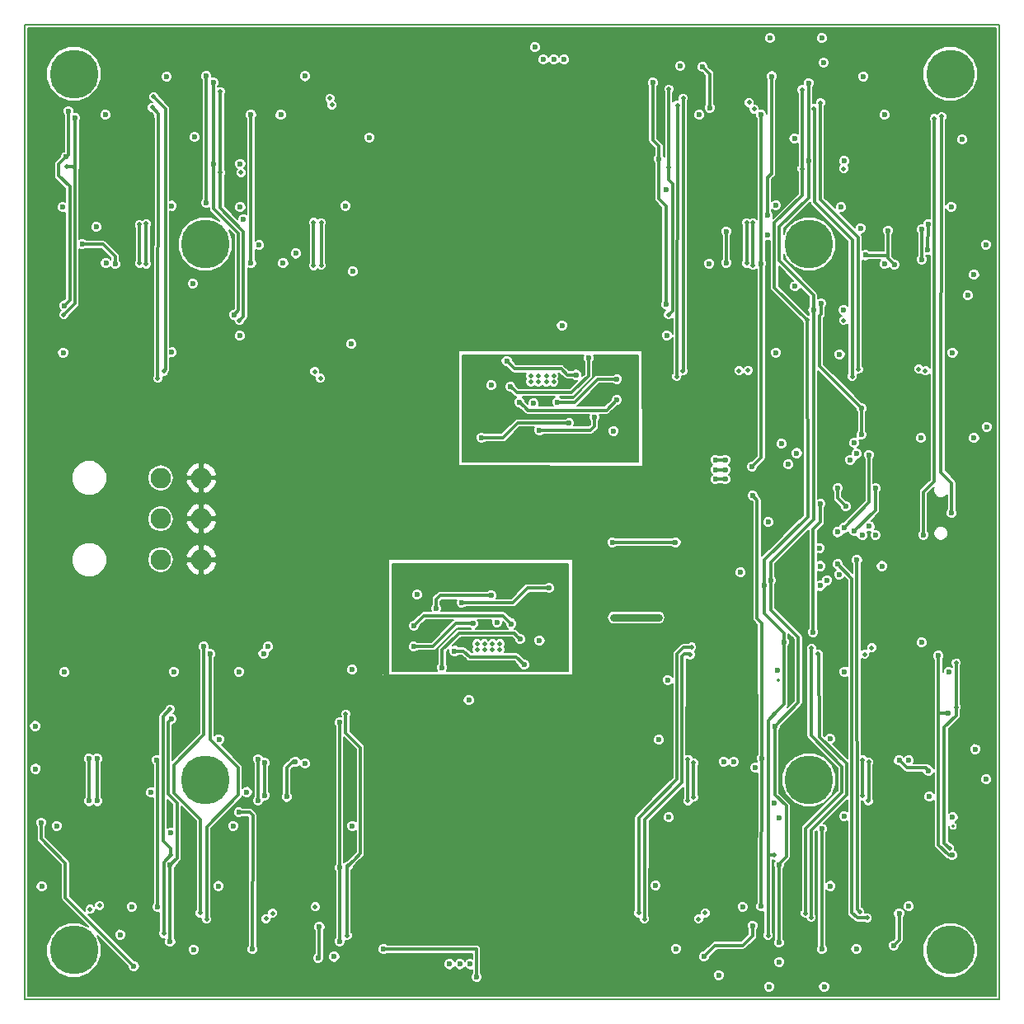
<source format=gbr>
G04 (created by PCBNEW (2013-05-16 BZR 4016)-stable) date 12. 1. 2014 21:27:48*
%MOIN*%
G04 Gerber Fmt 3.4, Leading zero omitted, Abs format*
%FSLAX34Y34*%
G01*
G70*
G90*
G04 APERTURE LIST*
%ADD10C,0.00590551*%
%ADD11C,0.19685*%
%ADD12O,0.0826X0.0826*%
%ADD13C,0.023622*%
%ADD14C,0.019685*%
%ADD15C,0.011811*%
%ADD16C,0.0314961*%
%ADD17C,0.00787402*%
G04 APERTURE END LIST*
G54D10*
X38779Y-61023D02*
X78149Y-61023D01*
X78149Y-61023D02*
X78149Y-21653D01*
X78149Y-21653D02*
X38779Y-21653D01*
X38779Y-21653D02*
X38779Y-61023D01*
G54D11*
X46062Y-30511D03*
X40748Y-23622D03*
X40748Y-59055D03*
X46062Y-52165D03*
X70472Y-52165D03*
X76181Y-59055D03*
X76181Y-23622D03*
X70472Y-30511D03*
G54D12*
X44252Y-43267D03*
X44252Y-41614D03*
X44252Y-39961D03*
X45904Y-39961D03*
X45904Y-41614D03*
X45904Y-43267D03*
G54D13*
X58948Y-47516D03*
X56138Y-46956D03*
X61060Y-35790D03*
X58250Y-35230D03*
X62578Y-45610D03*
X64389Y-45610D03*
X62519Y-42559D03*
X65078Y-42559D03*
X59390Y-22550D03*
X65266Y-23307D03*
X72559Y-29862D03*
X72667Y-23730D03*
X50098Y-23720D03*
X47608Y-29517D03*
X41653Y-29812D03*
X44507Y-23740D03*
X68976Y-23724D03*
X46102Y-23720D03*
X46102Y-28838D03*
X68809Y-29350D03*
X57035Y-60140D03*
X53270Y-59015D03*
X65088Y-58996D03*
X45590Y-59025D03*
X47972Y-59015D03*
X70984Y-59011D03*
X70984Y-54143D03*
X72381Y-59005D03*
X47421Y-53484D03*
X69074Y-53100D03*
X75344Y-52844D03*
X43877Y-52677D03*
X51278Y-59320D03*
X73523Y-31318D03*
X49212Y-31279D03*
X49114Y-25275D03*
X68543Y-31299D03*
X66437Y-31299D03*
X42047Y-31259D03*
X42027Y-25275D03*
X47913Y-25275D03*
X47913Y-31279D03*
X68169Y-39507D03*
X68543Y-25275D03*
X73523Y-25275D03*
X66043Y-25275D03*
X68188Y-40669D03*
X44094Y-51358D03*
X67421Y-51437D03*
X74507Y-51377D03*
X50098Y-51515D03*
G54D14*
X50511Y-57303D03*
G54D13*
X43090Y-57303D03*
X68562Y-51299D03*
X68543Y-57283D03*
X74507Y-57283D03*
X67785Y-57303D03*
X44129Y-57307D03*
X68818Y-41751D03*
X71624Y-42155D03*
G54D14*
X73011Y-46830D03*
X70570Y-46850D03*
X70326Y-57559D03*
X66271Y-57549D03*
X72724Y-47090D03*
X70846Y-47086D03*
X70561Y-57724D03*
X66003Y-57793D03*
X72889Y-51448D03*
X72866Y-53019D03*
X72645Y-52807D03*
X72641Y-51358D03*
X65807Y-52870D03*
X65807Y-51484D03*
X65580Y-51338D03*
X65578Y-53015D03*
X48789Y-57559D03*
X63582Y-57549D03*
X65728Y-46801D03*
X48523Y-57785D03*
X63818Y-57795D03*
X65669Y-47106D03*
G54D13*
X48602Y-46781D03*
X46003Y-46781D03*
G54D14*
X45856Y-57549D03*
X41791Y-57253D03*
X41407Y-57401D03*
X46122Y-57805D03*
G54D13*
X46259Y-47076D03*
X48415Y-47066D03*
X48464Y-51486D03*
X48464Y-52795D03*
X48198Y-53001D03*
X48198Y-51328D03*
X41692Y-51318D03*
X41692Y-53021D03*
X41358Y-53021D03*
X41358Y-51318D03*
G54D14*
X50492Y-35657D03*
X44393Y-35645D03*
X43980Y-24555D03*
X50716Y-35937D03*
X44145Y-35937D03*
X43917Y-24984D03*
X65381Y-24610D03*
X65374Y-35633D03*
X67645Y-35625D03*
X51098Y-24618D03*
X65149Y-24889D03*
X65127Y-35860D03*
X68011Y-35606D03*
X51181Y-24881D03*
X43405Y-31287D03*
X43397Y-29716D03*
X43677Y-31311D03*
X43673Y-29688D03*
X50440Y-31374D03*
X50444Y-29633D03*
X50751Y-29641D03*
X50751Y-31366D03*
X68051Y-24779D03*
X70935Y-24789D03*
X72468Y-35570D03*
X74909Y-35561D03*
X75177Y-35637D03*
X72214Y-35856D03*
X70679Y-25033D03*
X68248Y-25043D03*
G54D13*
X72913Y-41919D03*
X76240Y-41377D03*
G54D14*
X75836Y-25354D03*
G54D13*
X73159Y-42273D03*
X75098Y-42263D03*
G54D14*
X75531Y-25437D03*
X67952Y-29641D03*
X67952Y-31283D03*
X68212Y-29645D03*
X68208Y-31370D03*
G54D13*
X75031Y-31133D03*
X75031Y-29909D03*
X75275Y-30748D03*
X75283Y-29696D03*
X72637Y-42283D03*
X71643Y-43445D03*
G54D14*
X72824Y-57755D03*
G54D13*
X72411Y-43277D03*
G54D14*
X72529Y-57507D03*
G54D13*
X72391Y-38986D03*
X69350Y-38582D03*
X69980Y-38956D03*
X72145Y-39232D03*
X63492Y-37310D03*
X62720Y-36410D03*
X59670Y-38750D03*
X58350Y-38470D03*
X57620Y-37900D03*
X60010Y-36900D03*
X57188Y-45846D03*
X59578Y-44846D03*
X58848Y-44276D03*
X57528Y-43996D03*
X54478Y-46336D03*
X71889Y-41988D03*
X72893Y-39025D03*
X73415Y-43523D03*
X71692Y-43868D03*
X73149Y-40383D03*
X72312Y-42116D03*
X70935Y-43523D03*
X69251Y-58750D03*
X51496Y-58700D03*
X44645Y-58710D03*
X44694Y-49704D03*
X44645Y-55620D03*
X51496Y-55718D03*
X51496Y-49852D03*
X69251Y-55590D03*
X69094Y-50000D03*
X76259Y-55216D03*
X76102Y-49488D03*
X40374Y-32992D03*
X40433Y-26988D03*
X47224Y-33366D03*
X47480Y-27263D03*
X46397Y-27263D03*
X64153Y-23986D03*
X64685Y-32952D03*
X64409Y-27066D03*
X71870Y-33169D03*
X70649Y-33169D03*
X71889Y-27145D03*
X70452Y-27145D03*
X70944Y-44320D03*
X68917Y-44104D03*
X75708Y-47155D03*
X70452Y-23996D03*
X46397Y-23976D03*
X40531Y-25127D03*
G54D14*
X44675Y-55216D03*
X44645Y-49311D03*
X44389Y-58375D03*
X51830Y-55649D03*
X51742Y-49507D03*
X68818Y-58464D03*
X51801Y-58464D03*
X69074Y-55206D03*
X69074Y-49507D03*
X76151Y-54931D03*
X76427Y-49222D03*
G54D13*
X69468Y-46594D03*
G54D14*
X76427Y-47440D03*
X40344Y-33366D03*
X40452Y-27381D03*
X47440Y-33602D03*
X47509Y-27618D03*
X46673Y-24340D03*
X46673Y-27618D03*
X64793Y-33366D03*
X64803Y-27391D03*
X64803Y-24242D03*
X71879Y-27460D03*
X70196Y-27460D03*
X71870Y-33592D03*
X70403Y-33572D03*
G54D13*
X68651Y-44320D03*
G54D14*
X70196Y-24271D03*
G54D13*
X40807Y-25403D03*
X39202Y-51722D03*
X77185Y-50925D03*
X68897Y-22185D03*
X68858Y-60531D03*
X77145Y-38346D03*
X77145Y-31751D03*
X43179Y-59704D03*
X39429Y-53897D03*
X66820Y-60059D03*
X77637Y-52145D03*
X70984Y-22185D03*
X71082Y-60531D03*
X77618Y-30531D03*
X77657Y-37893D03*
X70935Y-41003D03*
X70639Y-46190D03*
X75019Y-46614D03*
X72588Y-38208D03*
X70964Y-32903D03*
X72598Y-37145D03*
X62709Y-35967D03*
X60310Y-36900D03*
X56888Y-45846D03*
X54489Y-46779D03*
X52900Y-31800D03*
X54200Y-31800D03*
X55400Y-31800D03*
X56700Y-31800D03*
X57200Y-31800D03*
X57200Y-31100D03*
X57800Y-31100D03*
X58400Y-31100D03*
X59000Y-31100D03*
X59700Y-31100D03*
X60300Y-31100D03*
X60900Y-31100D03*
X60900Y-31800D03*
X62000Y-31800D03*
X63300Y-31800D03*
X63300Y-32900D03*
X63300Y-34000D03*
X63300Y-34578D03*
G54D14*
X55561Y-43129D03*
X55561Y-42736D03*
X55561Y-42342D03*
X55561Y-41948D03*
X55954Y-41948D03*
X55954Y-42342D03*
X55954Y-42736D03*
X55954Y-43129D03*
G54D13*
X59551Y-49625D03*
X61850Y-26470D03*
X62780Y-26460D03*
X55410Y-26470D03*
X56280Y-26470D03*
X59540Y-51590D03*
X58930Y-51600D03*
X58320Y-51600D03*
X57720Y-51600D03*
X57110Y-51600D03*
X56520Y-51600D03*
X55920Y-51600D03*
X55920Y-50890D03*
X63896Y-45199D03*
X63896Y-46403D03*
X63896Y-47600D03*
X63896Y-50001D03*
X63896Y-43988D03*
X60107Y-51588D03*
X60107Y-50828D03*
X61457Y-50828D03*
X62676Y-50828D03*
X63896Y-50828D03*
X54590Y-48170D03*
X54590Y-49520D03*
X54590Y-50890D03*
X61763Y-56192D03*
X60881Y-56187D03*
X55293Y-56190D03*
X54417Y-56190D03*
G54D14*
X57973Y-46921D03*
X57973Y-46671D03*
X57048Y-46921D03*
X57048Y-46671D03*
X57673Y-46921D03*
X57348Y-46921D03*
X57673Y-46671D03*
X57348Y-46671D03*
X57573Y-48021D03*
X57573Y-48271D03*
X57198Y-48021D03*
X57198Y-48271D03*
X60000Y-34475D03*
X60000Y-34725D03*
X59625Y-34475D03*
X59625Y-34725D03*
X59850Y-36075D03*
X59525Y-36075D03*
X59850Y-35825D03*
X59525Y-35825D03*
X60150Y-36075D03*
X60150Y-35825D03*
X59225Y-36075D03*
X59225Y-35825D03*
G54D13*
X52900Y-36700D03*
X52900Y-35500D03*
X52900Y-34300D03*
X52900Y-33100D03*
X60560Y-59550D03*
X59685Y-59550D03*
X59685Y-60070D03*
X60130Y-60070D03*
X60130Y-59550D03*
X65310Y-60565D03*
X66220Y-60078D03*
X61280Y-60570D03*
X60560Y-60070D03*
X41456Y-60570D03*
X45393Y-60570D03*
X49330Y-60570D03*
X53267Y-60570D03*
X42194Y-58070D03*
X55735Y-60145D03*
X55840Y-23140D03*
X56720Y-22640D03*
X56720Y-23150D03*
X56280Y-22640D03*
X56280Y-23150D03*
X46960Y-22150D03*
X54730Y-22150D03*
X55850Y-22650D03*
X50910Y-22150D03*
X42620Y-22150D03*
X60770Y-22550D03*
X73385Y-44576D03*
X73769Y-44566D03*
X73779Y-44891D03*
X72696Y-44468D03*
X73385Y-44891D03*
X70954Y-40610D03*
G54D14*
X53582Y-43129D03*
X53582Y-42736D03*
X53582Y-42342D03*
X53582Y-41948D03*
X53976Y-41948D03*
X53976Y-42342D03*
X53976Y-42736D03*
X51299Y-43129D03*
X51692Y-43139D03*
X51692Y-42746D03*
X51692Y-42352D03*
X51692Y-41958D03*
X51299Y-41958D03*
X51299Y-42352D03*
X51299Y-42746D03*
X49744Y-43120D03*
X49350Y-43129D03*
X49350Y-42736D03*
X49350Y-42342D03*
X49350Y-41948D03*
X49744Y-41948D03*
X49744Y-42342D03*
X49744Y-42736D03*
G54D13*
X73041Y-60265D03*
X67244Y-59517D03*
X66456Y-22588D03*
X49478Y-59370D03*
X71211Y-44790D03*
X69448Y-44429D03*
X67805Y-45068D03*
X64586Y-45088D03*
X43523Y-59389D03*
X40285Y-50925D03*
X47125Y-32244D03*
X74393Y-36578D03*
X67519Y-24537D03*
X50137Y-24488D03*
X42906Y-24562D03*
G54D14*
X74015Y-55551D03*
X74015Y-55984D03*
X74448Y-55984D03*
X74881Y-55984D03*
X74881Y-55551D03*
X74448Y-55551D03*
X74015Y-55118D03*
X74015Y-55137D03*
X74448Y-54704D03*
X74448Y-54271D03*
X74881Y-54271D03*
X74881Y-54704D03*
X74881Y-55137D03*
X74448Y-55137D03*
X74005Y-54694D03*
X74005Y-54261D03*
X73572Y-54261D03*
X73139Y-54261D03*
X73139Y-54694D03*
X73572Y-54694D03*
X74005Y-55127D03*
X74005Y-55127D03*
X73572Y-55561D03*
X73572Y-55994D03*
X73139Y-55994D03*
X73139Y-55561D03*
X73139Y-55127D03*
X73572Y-55127D03*
X66929Y-55551D03*
X66929Y-55984D03*
X67362Y-55984D03*
X67795Y-55984D03*
X67795Y-55551D03*
X67362Y-55551D03*
X66929Y-55118D03*
X66929Y-55137D03*
X67362Y-54704D03*
X67362Y-54271D03*
X67795Y-54271D03*
X67795Y-54704D03*
X67795Y-55137D03*
X67362Y-55137D03*
X66919Y-54694D03*
X66919Y-54261D03*
X66486Y-54261D03*
X66053Y-54261D03*
X66053Y-54694D03*
X66486Y-54694D03*
X66919Y-55127D03*
X66919Y-55127D03*
X66486Y-55561D03*
X66486Y-55994D03*
X66053Y-55994D03*
X66053Y-55561D03*
X66053Y-55127D03*
X66486Y-55127D03*
X74015Y-49645D03*
X74015Y-50078D03*
X74448Y-50078D03*
X74881Y-50078D03*
X74881Y-49645D03*
X74448Y-49645D03*
X74015Y-49212D03*
X74015Y-49232D03*
X74448Y-48799D03*
X74448Y-48366D03*
X74881Y-48366D03*
X74881Y-48799D03*
X74881Y-49232D03*
X74448Y-49232D03*
X74005Y-48789D03*
X74005Y-48356D03*
X73572Y-48356D03*
X73139Y-48356D03*
X73139Y-48789D03*
X73572Y-48789D03*
X74005Y-49222D03*
X74005Y-49222D03*
X73572Y-49655D03*
X73572Y-50088D03*
X73139Y-50088D03*
X73139Y-49655D03*
X73139Y-49222D03*
X73572Y-49222D03*
X66486Y-49222D03*
X66053Y-49222D03*
X66053Y-49655D03*
X66053Y-50088D03*
X66486Y-50088D03*
X66486Y-49655D03*
X66919Y-49222D03*
X66919Y-49222D03*
X66486Y-48789D03*
X66053Y-48789D03*
X66053Y-48356D03*
X66486Y-48356D03*
X66919Y-48356D03*
X66919Y-48789D03*
X67362Y-49232D03*
X67795Y-49232D03*
X67795Y-48799D03*
X67795Y-48366D03*
X67362Y-48366D03*
X67362Y-48799D03*
X66929Y-49232D03*
X66929Y-49212D03*
X67362Y-49645D03*
X67795Y-49645D03*
X67795Y-50078D03*
X67362Y-50078D03*
X66929Y-50078D03*
X66929Y-49645D03*
X49163Y-55127D03*
X48730Y-55127D03*
X48730Y-55561D03*
X48730Y-55994D03*
X49163Y-55994D03*
X49163Y-55561D03*
X49596Y-55127D03*
X49596Y-55127D03*
X49163Y-54694D03*
X48730Y-54694D03*
X48730Y-54261D03*
X49163Y-54261D03*
X49596Y-54261D03*
X49596Y-54694D03*
X50039Y-55137D03*
X50472Y-55137D03*
X50472Y-54704D03*
X50472Y-54271D03*
X50039Y-54271D03*
X50039Y-54704D03*
X49606Y-55137D03*
X49606Y-55118D03*
X50039Y-55551D03*
X50472Y-55551D03*
X50472Y-55984D03*
X50039Y-55984D03*
X49606Y-55984D03*
X49606Y-55551D03*
X49163Y-49222D03*
X48730Y-49222D03*
X48730Y-49655D03*
X48730Y-50088D03*
X49163Y-50088D03*
X49163Y-49655D03*
X49596Y-49222D03*
X49596Y-49222D03*
X49163Y-48789D03*
X48730Y-48789D03*
X48730Y-48356D03*
X49163Y-48356D03*
X49596Y-48356D03*
X49596Y-48789D03*
X50039Y-49232D03*
X50472Y-49232D03*
X50472Y-48799D03*
X50472Y-48366D03*
X50039Y-48366D03*
X50039Y-48799D03*
X49606Y-49232D03*
X49606Y-49212D03*
X50039Y-49645D03*
X50472Y-49645D03*
X50472Y-50078D03*
X50039Y-50078D03*
X49606Y-50078D03*
X49606Y-49645D03*
X42076Y-55127D03*
X41643Y-55127D03*
X41643Y-55561D03*
X41643Y-55994D03*
X42076Y-55994D03*
X42076Y-55561D03*
X42509Y-55127D03*
X42509Y-55127D03*
X42076Y-54694D03*
X41643Y-54694D03*
X41643Y-54261D03*
X42076Y-54261D03*
X42509Y-54261D03*
X42509Y-54694D03*
X42952Y-55137D03*
X43385Y-55137D03*
X43385Y-54704D03*
X43385Y-54271D03*
X42952Y-54271D03*
X42952Y-54704D03*
X42519Y-55137D03*
X42519Y-55118D03*
X42952Y-55551D03*
X43385Y-55551D03*
X43385Y-55984D03*
X42952Y-55984D03*
X42519Y-55984D03*
X42519Y-55551D03*
X42519Y-49645D03*
X42519Y-50078D03*
X42952Y-50078D03*
X43385Y-50078D03*
X43385Y-49645D03*
X42952Y-49645D03*
X42519Y-49212D03*
X42519Y-49232D03*
X42952Y-48799D03*
X42952Y-48366D03*
X43385Y-48366D03*
X43385Y-48799D03*
X43385Y-49232D03*
X42952Y-49232D03*
X42509Y-48789D03*
X42509Y-48356D03*
X42076Y-48356D03*
X41643Y-48356D03*
X41643Y-48789D03*
X42076Y-48789D03*
X42509Y-49222D03*
X42509Y-49222D03*
X42076Y-49655D03*
X42076Y-50088D03*
X41643Y-50088D03*
X41643Y-49655D03*
X41643Y-49222D03*
X42076Y-49222D03*
X74458Y-33454D03*
X74891Y-33454D03*
X74891Y-33021D03*
X74891Y-32588D03*
X74458Y-32588D03*
X74458Y-33021D03*
X74025Y-33454D03*
X74025Y-33454D03*
X74458Y-33887D03*
X74891Y-33887D03*
X74891Y-34320D03*
X74458Y-34320D03*
X74025Y-34320D03*
X74025Y-33887D03*
X73582Y-33444D03*
X73149Y-33444D03*
X73149Y-33877D03*
X73149Y-34311D03*
X73582Y-34311D03*
X73582Y-33877D03*
X74015Y-33444D03*
X74015Y-33464D03*
X73582Y-33031D03*
X73149Y-33031D03*
X73149Y-32598D03*
X73582Y-32598D03*
X74015Y-32598D03*
X74015Y-33031D03*
X67372Y-33454D03*
X67805Y-33454D03*
X67805Y-33021D03*
X67805Y-32588D03*
X67372Y-32588D03*
X67372Y-33021D03*
X66938Y-33454D03*
X66938Y-33454D03*
X67372Y-33887D03*
X67805Y-33887D03*
X67805Y-34320D03*
X67372Y-34320D03*
X66938Y-34320D03*
X66938Y-33887D03*
X66496Y-33444D03*
X66062Y-33444D03*
X66062Y-33877D03*
X66062Y-34311D03*
X66496Y-34311D03*
X66496Y-33877D03*
X66929Y-33444D03*
X66929Y-33464D03*
X66496Y-33031D03*
X66062Y-33031D03*
X66062Y-32598D03*
X66496Y-32598D03*
X66929Y-32598D03*
X66929Y-33031D03*
X74458Y-27549D03*
X74891Y-27549D03*
X74891Y-27116D03*
X74891Y-26683D03*
X74458Y-26683D03*
X74458Y-27116D03*
X74025Y-27549D03*
X74025Y-27549D03*
X74458Y-27982D03*
X74891Y-27982D03*
X74891Y-28415D03*
X74458Y-28415D03*
X74025Y-28415D03*
X74025Y-27982D03*
X73582Y-27539D03*
X73149Y-27539D03*
X73149Y-27972D03*
X73149Y-28405D03*
X73582Y-28405D03*
X73582Y-27972D03*
X74015Y-27539D03*
X74015Y-27559D03*
X73582Y-27125D03*
X73149Y-27125D03*
X73149Y-26692D03*
X73582Y-26692D03*
X74015Y-26692D03*
X74015Y-27125D03*
X66929Y-27125D03*
X66929Y-26692D03*
X66496Y-26692D03*
X66062Y-26692D03*
X66062Y-27125D03*
X66496Y-27125D03*
X66929Y-27559D03*
X66929Y-27539D03*
X66496Y-27972D03*
X66496Y-28405D03*
X66062Y-28405D03*
X66062Y-27972D03*
X66062Y-27539D03*
X66496Y-27539D03*
X66938Y-27982D03*
X66938Y-28415D03*
X67372Y-28415D03*
X67805Y-28415D03*
X67805Y-27982D03*
X67372Y-27982D03*
X66938Y-27549D03*
X66938Y-27549D03*
X67372Y-27116D03*
X67372Y-26683D03*
X67805Y-26683D03*
X67805Y-27116D03*
X67805Y-27549D03*
X67372Y-27549D03*
X49606Y-33031D03*
X49606Y-32598D03*
X49173Y-32598D03*
X48740Y-32598D03*
X48740Y-33031D03*
X49173Y-33031D03*
X49606Y-33464D03*
X49606Y-33444D03*
X49173Y-33877D03*
X49173Y-34311D03*
X48740Y-34311D03*
X48740Y-33877D03*
X48740Y-33444D03*
X49173Y-33444D03*
X49616Y-33887D03*
X49616Y-34320D03*
X50049Y-34320D03*
X50482Y-34320D03*
X50482Y-33887D03*
X50049Y-33887D03*
X49616Y-33454D03*
X49616Y-33454D03*
X50049Y-33021D03*
X50049Y-32588D03*
X50482Y-32588D03*
X50482Y-33021D03*
X50482Y-33454D03*
X50049Y-33454D03*
X42519Y-33031D03*
X42519Y-32598D03*
X42086Y-32598D03*
X41653Y-32598D03*
X41653Y-33031D03*
X42086Y-33031D03*
X42519Y-33464D03*
X42519Y-33444D03*
X42086Y-33877D03*
X42086Y-34311D03*
X41653Y-34311D03*
X41653Y-33877D03*
X41653Y-33444D03*
X42086Y-33444D03*
X42529Y-33887D03*
X42529Y-34320D03*
X42962Y-34320D03*
X43395Y-34320D03*
X43395Y-33887D03*
X42962Y-33887D03*
X42529Y-33454D03*
X42529Y-33454D03*
X42962Y-33021D03*
X42962Y-32588D03*
X43395Y-32588D03*
X43395Y-33021D03*
X43395Y-33454D03*
X42962Y-33454D03*
X49606Y-27125D03*
X49606Y-26692D03*
X49173Y-26692D03*
X48740Y-26692D03*
X48740Y-27125D03*
X49173Y-27125D03*
X49606Y-27559D03*
X49606Y-27539D03*
X49173Y-27972D03*
X49173Y-28405D03*
X48740Y-28405D03*
X48740Y-27972D03*
X48740Y-27539D03*
X49173Y-27539D03*
X49616Y-27982D03*
X49616Y-28415D03*
X50049Y-28415D03*
X50482Y-28415D03*
X50482Y-27982D03*
X50049Y-27982D03*
X49616Y-27549D03*
X49616Y-27549D03*
X50049Y-27116D03*
X50049Y-26683D03*
X50482Y-26683D03*
X50482Y-27116D03*
X50482Y-27549D03*
X50049Y-27549D03*
X42962Y-27549D03*
X43395Y-27549D03*
X43395Y-27116D03*
X43395Y-26683D03*
X42962Y-26683D03*
X42962Y-27116D03*
X42529Y-27549D03*
X42529Y-27549D03*
X42962Y-27982D03*
X43395Y-27982D03*
X43395Y-28415D03*
X42962Y-28415D03*
X42529Y-28415D03*
X42529Y-27982D03*
X42086Y-27539D03*
X41653Y-27539D03*
X41653Y-27972D03*
X41653Y-28405D03*
X42086Y-28405D03*
X42086Y-27972D03*
X42519Y-27539D03*
X42519Y-27559D03*
X42086Y-27125D03*
X41653Y-27125D03*
X41653Y-26692D03*
X42086Y-26692D03*
X42519Y-26692D03*
X42519Y-27125D03*
G54D13*
X62913Y-22145D03*
X66850Y-22145D03*
X77204Y-24862D03*
X76417Y-56318D03*
X77342Y-57480D03*
X74783Y-60098D03*
X73614Y-58122D03*
X68031Y-42322D03*
X67362Y-42992D03*
X66535Y-43759D03*
X65433Y-43799D03*
X64566Y-43996D03*
X68110Y-37775D03*
X66535Y-37775D03*
X64566Y-37775D03*
X59945Y-49625D03*
X60339Y-49625D03*
X60732Y-49625D03*
X61126Y-49625D03*
X61520Y-49625D03*
X61914Y-49625D03*
G54D14*
X74551Y-24598D03*
G54D13*
X73070Y-22972D03*
X57559Y-33110D03*
X57165Y-33110D03*
X56771Y-33110D03*
X56377Y-33110D03*
X55984Y-33110D03*
X55590Y-33110D03*
X55196Y-33110D03*
G54D14*
X48188Y-45098D03*
X48582Y-45098D03*
X48976Y-45098D03*
X49370Y-45098D03*
X49763Y-45098D03*
X52125Y-45098D03*
X51732Y-45098D03*
X51338Y-45098D03*
X50944Y-45098D03*
X50551Y-45098D03*
X50157Y-45098D03*
X53976Y-43129D03*
G54D13*
X66948Y-52282D03*
X71830Y-56318D03*
X76377Y-32007D03*
G54D14*
X50141Y-36555D03*
X66653Y-58055D03*
G54D13*
X39823Y-34291D03*
X76181Y-26338D03*
X39940Y-56318D03*
X43287Y-46181D03*
X45610Y-50295D03*
X45294Y-48366D03*
X46969Y-28405D03*
X39804Y-28385D03*
X76692Y-28366D03*
X67775Y-46141D03*
X64763Y-47618D03*
X69783Y-48385D03*
X66397Y-46141D03*
X64763Y-56338D03*
X64292Y-54271D03*
X69842Y-54271D03*
X76790Y-34291D03*
X76790Y-54271D03*
X73956Y-52302D03*
X74547Y-46141D03*
X73405Y-46102D03*
X71811Y-50413D03*
X71201Y-34311D03*
X76712Y-48366D03*
X76643Y-50177D03*
X71260Y-28385D03*
X71092Y-32312D03*
X71456Y-25984D03*
X73917Y-30433D03*
X66830Y-30355D03*
X67263Y-36480D03*
X69448Y-32204D03*
X66141Y-36456D03*
X73188Y-36437D03*
X52204Y-26299D03*
X43208Y-36535D03*
X48799Y-36515D03*
X45059Y-32204D03*
X41771Y-36515D03*
X64232Y-34822D03*
X69409Y-26299D03*
X64173Y-28917D03*
X52706Y-56013D03*
X45078Y-56082D03*
X52480Y-48405D03*
X49350Y-46161D03*
X49625Y-52361D03*
X51889Y-53524D03*
X44655Y-53316D03*
X42539Y-52184D03*
X51535Y-32263D03*
X46948Y-34803D03*
X49448Y-30432D03*
X42519Y-30392D03*
X68937Y-23169D03*
X63425Y-41968D03*
X63425Y-41574D03*
X63425Y-41181D03*
X66496Y-38543D03*
X66102Y-38543D03*
X65708Y-38543D03*
X65314Y-38543D03*
G54D14*
X65098Y-41751D03*
X64744Y-41751D03*
X65098Y-41417D03*
X64744Y-41417D03*
G54D13*
X68543Y-40078D03*
X47342Y-56534D03*
X41948Y-46161D03*
X47342Y-50629D03*
X52568Y-50403D03*
X69793Y-50442D03*
X69812Y-56505D03*
X69566Y-28346D03*
X64468Y-25905D03*
X69625Y-34271D03*
X64153Y-32047D03*
X51850Y-34034D03*
X52224Y-28385D03*
X45196Y-34271D03*
X45137Y-26299D03*
X45216Y-28366D03*
X47106Y-26574D03*
X39458Y-32234D03*
X40039Y-26318D03*
X46909Y-48405D03*
X71397Y-54330D03*
X47322Y-54546D03*
X40196Y-54546D03*
X39881Y-48405D03*
X71417Y-48385D03*
X66220Y-59311D03*
X68188Y-58061D03*
X75305Y-51791D03*
X74114Y-51377D03*
X66456Y-25000D03*
X66171Y-23346D03*
X57620Y-36210D03*
X60482Y-33800D03*
X42421Y-31318D03*
X41092Y-30511D03*
X49723Y-30885D03*
X48238Y-30551D03*
X55398Y-45241D03*
X57618Y-44716D03*
X56425Y-45009D03*
X59966Y-44414D03*
X57854Y-45792D03*
X54628Y-44685D03*
X59580Y-38030D03*
X61800Y-37505D03*
X62570Y-38061D03*
X59344Y-36954D03*
X57232Y-38332D03*
X60773Y-37737D03*
X54495Y-45939D03*
X58438Y-45856D03*
X56716Y-48946D03*
X59578Y-46536D03*
X55638Y-47626D03*
X58788Y-46476D03*
X71958Y-41112D03*
X71633Y-40374D03*
X47746Y-52658D03*
X49350Y-52854D03*
X49704Y-51437D03*
X50679Y-58120D03*
X50620Y-59370D03*
X42618Y-58425D03*
X58410Y-36270D03*
X61560Y-35120D03*
X58760Y-36890D03*
X62703Y-36807D03*
X72765Y-30954D03*
X73917Y-31338D03*
X73661Y-29960D03*
X74114Y-57559D03*
X73897Y-58858D03*
X67125Y-31259D03*
X67125Y-30000D03*
X68809Y-30147D03*
X68306Y-51673D03*
X67027Y-51427D03*
X60150Y-23050D03*
X60570Y-23050D03*
X59730Y-23050D03*
X56360Y-59620D03*
X55940Y-59620D03*
X56780Y-59620D03*
X70905Y-42795D03*
X69635Y-39419D03*
X69133Y-34901D03*
X71200Y-44094D03*
X67706Y-43780D03*
X76279Y-34901D03*
X39183Y-49990D03*
X76663Y-26279D03*
X47480Y-29015D03*
X40314Y-34901D03*
X64409Y-50551D03*
X64763Y-48129D03*
X69192Y-47755D03*
X64271Y-56437D03*
X64803Y-53681D03*
X69271Y-53700D03*
X71338Y-56456D03*
X76279Y-53681D03*
X71889Y-53641D03*
X71318Y-50511D03*
X71712Y-34960D03*
X76122Y-47795D03*
X71909Y-47795D03*
X71771Y-29015D03*
X76889Y-32578D03*
X76220Y-28996D03*
X69911Y-32214D03*
X64724Y-34192D03*
X69881Y-26240D03*
X69133Y-28937D03*
X64685Y-28307D03*
X52007Y-47716D03*
X46614Y-50531D03*
X47421Y-47795D03*
X46594Y-56456D03*
X52007Y-54035D03*
X47185Y-54035D03*
X44665Y-54311D03*
X39448Y-56476D03*
X40059Y-54035D03*
X40374Y-47814D03*
X44783Y-47795D03*
X52027Y-31614D03*
X51968Y-34547D03*
X47460Y-34212D03*
X45551Y-32106D03*
X52696Y-26200D03*
X45629Y-26181D03*
X40295Y-29015D03*
X72303Y-38543D03*
X67086Y-40019D03*
X66692Y-40019D03*
X66692Y-39625D03*
X67086Y-39625D03*
X67086Y-39232D03*
X66692Y-39232D03*
X75000Y-38346D03*
X51732Y-28956D03*
X44704Y-34881D03*
X44704Y-28956D03*
X69271Y-59527D03*
X71062Y-23169D03*
G54D15*
X76299Y-54036D02*
X76299Y-54035D01*
X69232Y-48130D02*
X69232Y-48129D01*
X56508Y-46956D02*
X56748Y-47196D01*
X56748Y-47196D02*
X58628Y-47196D01*
X58628Y-47196D02*
X58948Y-47516D01*
X56138Y-46956D02*
X56508Y-46956D01*
X61060Y-35790D02*
X60690Y-35790D01*
X58570Y-35550D02*
X58250Y-35230D01*
X60450Y-35550D02*
X58570Y-35550D01*
X60690Y-35790D02*
X60450Y-35550D01*
G54D16*
X64389Y-45610D02*
X62578Y-45610D01*
G54D15*
X65078Y-42559D02*
X62519Y-42559D01*
X68956Y-23744D02*
X68956Y-27657D01*
X68956Y-23744D02*
X68976Y-23724D01*
X68799Y-27814D02*
X68799Y-29350D01*
X68956Y-27657D02*
X68799Y-27814D01*
X68799Y-29350D02*
X68809Y-29350D01*
X46102Y-28838D02*
X46102Y-23720D01*
X55910Y-59015D02*
X57029Y-59015D01*
X57035Y-59021D02*
X57035Y-60140D01*
X57029Y-59015D02*
X57035Y-59021D01*
X53270Y-59015D02*
X55910Y-59015D01*
X47982Y-53602D02*
X47972Y-59015D01*
X47982Y-53602D02*
X47864Y-53484D01*
X70984Y-59011D02*
X70984Y-54143D01*
X70984Y-59011D02*
X70984Y-59011D01*
X47864Y-53484D02*
X47421Y-53484D01*
X47913Y-25275D02*
X47913Y-31279D01*
X68169Y-39507D02*
X68543Y-39133D01*
X68543Y-39133D02*
X68543Y-31299D01*
X68543Y-31299D02*
X68543Y-25275D01*
X68553Y-46250D02*
X68553Y-45826D01*
X68375Y-40856D02*
X68188Y-40669D01*
X68375Y-45649D02*
X68375Y-40856D01*
X68553Y-45826D02*
X68375Y-45649D01*
X68553Y-46230D02*
X68553Y-46250D01*
X68553Y-46250D02*
X68553Y-46230D01*
X68553Y-46230D02*
X68562Y-51299D01*
X68562Y-51299D02*
X68543Y-57283D01*
X44094Y-51358D02*
X44129Y-51507D01*
X44129Y-51507D02*
X44133Y-52027D01*
X44133Y-52027D02*
X44129Y-57307D01*
X70570Y-46850D02*
X70551Y-46870D01*
X70551Y-46870D02*
X70551Y-50383D01*
X70551Y-50383D02*
X71791Y-51645D01*
X71791Y-51645D02*
X71791Y-52687D01*
X71791Y-52687D02*
X70334Y-54122D01*
X70334Y-54122D02*
X70326Y-57559D01*
X70846Y-47086D02*
X70875Y-47116D01*
X70875Y-47116D02*
X70885Y-50433D01*
X70885Y-50433D02*
X71988Y-51514D01*
X71988Y-51514D02*
X71988Y-52765D01*
X71988Y-52765D02*
X70551Y-54202D01*
X70551Y-54202D02*
X70561Y-57724D01*
X72885Y-53000D02*
X72889Y-51448D01*
X72866Y-53019D02*
X72885Y-53000D01*
X72641Y-51358D02*
X72645Y-52807D01*
X65807Y-51484D02*
X65807Y-52870D01*
X65580Y-51338D02*
X65578Y-53015D01*
X63582Y-53700D02*
X63582Y-57549D01*
X65137Y-52145D02*
X63582Y-53700D01*
X65137Y-47086D02*
X65137Y-52145D01*
X65403Y-46820D02*
X65137Y-47086D01*
X65708Y-46820D02*
X65403Y-46820D01*
X65728Y-46801D02*
X65708Y-46820D01*
X63838Y-53779D02*
X63818Y-57795D01*
X65334Y-52283D02*
X63838Y-53779D01*
X65344Y-47165D02*
X65334Y-52283D01*
X65423Y-47086D02*
X65344Y-47165D01*
X65649Y-47086D02*
X65423Y-47086D01*
X65669Y-47106D02*
X65649Y-47086D01*
X46003Y-50354D02*
X46003Y-46781D01*
X44793Y-51564D02*
X46003Y-50354D01*
X44793Y-52696D02*
X44793Y-51564D01*
X45866Y-53769D02*
X44793Y-52696D01*
X45866Y-57539D02*
X45866Y-53769D01*
X45856Y-57549D02*
X45866Y-57539D01*
X46122Y-54064D02*
X46122Y-57805D01*
X47401Y-52785D02*
X46122Y-54064D01*
X47401Y-51683D02*
X47401Y-52785D01*
X46269Y-50551D02*
X47401Y-51683D01*
X46269Y-47086D02*
X46269Y-50551D01*
X46259Y-47076D02*
X46269Y-47086D01*
X48464Y-52795D02*
X48464Y-51486D01*
X48198Y-51328D02*
X48198Y-53001D01*
X41692Y-51299D02*
X41692Y-51318D01*
X41692Y-53021D02*
X41692Y-51299D01*
X41358Y-51318D02*
X41358Y-53021D01*
X44393Y-35645D02*
X44452Y-35586D01*
X44452Y-35586D02*
X44456Y-29132D01*
X44456Y-29132D02*
X44456Y-29132D01*
X44452Y-25051D02*
X44452Y-25027D01*
X44456Y-29132D02*
X44452Y-25051D01*
X44452Y-25027D02*
X43980Y-24555D01*
X44157Y-25421D02*
X44157Y-25224D01*
X44157Y-25421D02*
X44145Y-35937D01*
X44157Y-25224D02*
X43917Y-24984D01*
X65383Y-35624D02*
X65381Y-24610D01*
X65374Y-35633D02*
X65383Y-35624D01*
X65149Y-24889D02*
X65127Y-35860D01*
X43397Y-31279D02*
X43397Y-29716D01*
X43405Y-31287D02*
X43397Y-31279D01*
X43677Y-29692D02*
X43677Y-31311D01*
X43673Y-29688D02*
X43677Y-29692D01*
X50444Y-29633D02*
X50440Y-31374D01*
X50751Y-31366D02*
X50751Y-29641D01*
X70935Y-28700D02*
X70935Y-24789D01*
X72460Y-30226D02*
X70935Y-28700D01*
X72468Y-35570D02*
X72460Y-30226D01*
X72214Y-30334D02*
X72214Y-35856D01*
X70698Y-28818D02*
X72214Y-30334D01*
X70698Y-25053D02*
X70698Y-28818D01*
X70679Y-25033D02*
X70698Y-25053D01*
X76240Y-40157D02*
X75807Y-39724D01*
X75807Y-39724D02*
X75836Y-25354D01*
X76240Y-40157D02*
X76240Y-41377D01*
X75531Y-25437D02*
X75531Y-40108D01*
X75531Y-40108D02*
X75098Y-40541D01*
X75098Y-40541D02*
X75098Y-42263D01*
X67952Y-29641D02*
X67952Y-31283D01*
X68208Y-31370D02*
X68212Y-29645D01*
X75031Y-31133D02*
X75031Y-29909D01*
X75283Y-29696D02*
X75275Y-30748D01*
X72194Y-44025D02*
X72185Y-44025D01*
X72185Y-44025D02*
X71643Y-43445D01*
X71643Y-43445D02*
X71633Y-43435D01*
X72194Y-44025D02*
X72194Y-44025D01*
X72194Y-44025D02*
X72196Y-57531D01*
X72421Y-57755D02*
X72824Y-57755D01*
X72196Y-57531D02*
X72421Y-57755D01*
X72194Y-44025D02*
X72194Y-44025D01*
X72411Y-43690D02*
X72411Y-43277D01*
X72417Y-57397D02*
X72411Y-43690D01*
X72529Y-57507D02*
X72417Y-57397D01*
X72903Y-40935D02*
X71889Y-41988D01*
X72903Y-39035D02*
X72903Y-40935D01*
X72893Y-39025D02*
X72903Y-39035D01*
X73149Y-41269D02*
X73149Y-40383D01*
X72312Y-42116D02*
X73149Y-41269D01*
X69251Y-58750D02*
X69251Y-55590D01*
X51496Y-55718D02*
X51496Y-58700D01*
X44645Y-58710D02*
X44645Y-55620D01*
X44694Y-49704D02*
X44694Y-49714D01*
X44694Y-49714D02*
X44566Y-49842D01*
X44566Y-49842D02*
X44566Y-52755D01*
X44566Y-52755D02*
X44921Y-53110D01*
X44921Y-53110D02*
X44921Y-55344D01*
X44921Y-55344D02*
X44645Y-55620D01*
X51496Y-49852D02*
X51496Y-55718D01*
X75708Y-54803D02*
X76122Y-55216D01*
X76122Y-55216D02*
X76259Y-55216D01*
X75708Y-54803D02*
X75708Y-49488D01*
X75708Y-49488D02*
X76102Y-49488D01*
X40374Y-32992D02*
X40590Y-32775D01*
X40137Y-27283D02*
X40433Y-26988D01*
X40137Y-27736D02*
X40137Y-27283D01*
X40590Y-28188D02*
X40137Y-27736D01*
X40590Y-32775D02*
X40590Y-28188D01*
X46397Y-29064D02*
X47411Y-30078D01*
X47411Y-30078D02*
X47411Y-33179D01*
X47411Y-33179D02*
X47224Y-33366D01*
X46397Y-29064D02*
X46397Y-27263D01*
X64409Y-27066D02*
X64409Y-26555D01*
X64153Y-26299D02*
X64153Y-23986D01*
X64409Y-26555D02*
X64153Y-26299D01*
X64409Y-28681D02*
X64685Y-28956D01*
X64685Y-28956D02*
X64685Y-32952D01*
X64409Y-27066D02*
X64409Y-28681D01*
X68917Y-45295D02*
X68917Y-44104D01*
X68917Y-44104D02*
X68917Y-44104D01*
X68917Y-45295D02*
X70039Y-46407D01*
X69547Y-55275D02*
X69251Y-55570D01*
X69251Y-55570D02*
X69251Y-55590D01*
X70039Y-49045D02*
X69084Y-49990D01*
X69547Y-53218D02*
X69547Y-55275D01*
X69094Y-52765D02*
X69547Y-53218D01*
X69084Y-49990D02*
X69094Y-52765D01*
X70039Y-46407D02*
X70039Y-49045D01*
X68917Y-43376D02*
X68917Y-44104D01*
X68917Y-45295D02*
X68917Y-45295D01*
X70649Y-41633D02*
X68917Y-43376D01*
X70649Y-37795D02*
X70649Y-41633D01*
X75708Y-47155D02*
X75708Y-49488D01*
X70649Y-33169D02*
X70649Y-37795D01*
X70649Y-32559D02*
X70649Y-33169D01*
X69271Y-31181D02*
X70649Y-32559D01*
X69271Y-29812D02*
X69271Y-31181D01*
X70452Y-28631D02*
X69271Y-29812D01*
X70452Y-27145D02*
X70452Y-28631D01*
X70452Y-27145D02*
X70452Y-23996D01*
X46397Y-27263D02*
X46397Y-23976D01*
X40531Y-26889D02*
X40531Y-25127D01*
X40433Y-26988D02*
X40531Y-26889D01*
X44350Y-49606D02*
X44645Y-49311D01*
X44675Y-55216D02*
X44675Y-54950D01*
X44389Y-58375D02*
X44389Y-55501D01*
X44389Y-55501D02*
X44675Y-55216D01*
X44675Y-54950D02*
X44350Y-54625D01*
X44350Y-54625D02*
X44350Y-49606D01*
X51801Y-58464D02*
X51801Y-55679D01*
X51742Y-50265D02*
X52332Y-50856D01*
X52332Y-50856D02*
X52332Y-55147D01*
X52332Y-55147D02*
X52086Y-55393D01*
X51742Y-49507D02*
X51742Y-50265D01*
X68818Y-58464D02*
X68818Y-55206D01*
X51801Y-55679D02*
X52086Y-55393D01*
X68818Y-55206D02*
X69074Y-55206D01*
X68818Y-49763D02*
X68818Y-55206D01*
X68818Y-49763D02*
X69074Y-49507D01*
X76427Y-49557D02*
X75944Y-50039D01*
X75944Y-50039D02*
X75944Y-54724D01*
X75944Y-54724D02*
X76151Y-54931D01*
X76427Y-49557D02*
X76427Y-49222D01*
X76427Y-49222D02*
X76427Y-47440D01*
X69468Y-46732D02*
X69468Y-46594D01*
X69468Y-49114D02*
X69468Y-46732D01*
X40344Y-33366D02*
X40797Y-32913D01*
X40797Y-27470D02*
X40807Y-27460D01*
X40797Y-32913D02*
X40797Y-27470D01*
X40452Y-27381D02*
X40728Y-27381D01*
X40728Y-27381D02*
X40807Y-27460D01*
X46673Y-29055D02*
X47608Y-29990D01*
X47608Y-29990D02*
X47608Y-33435D01*
X47608Y-33435D02*
X47440Y-33602D01*
X46673Y-29055D02*
X46673Y-27618D01*
X46673Y-27618D02*
X46673Y-24340D01*
X64803Y-27913D02*
X64950Y-28061D01*
X64950Y-28061D02*
X64950Y-33208D01*
X64950Y-33208D02*
X64793Y-33366D01*
X64803Y-27913D02*
X64803Y-27391D01*
X64803Y-24242D02*
X64803Y-27391D01*
X68651Y-45433D02*
X68651Y-44320D01*
X69468Y-46594D02*
X69468Y-46594D01*
X69468Y-46594D02*
X69468Y-46250D01*
X69468Y-46250D02*
X68651Y-45433D01*
X68651Y-43267D02*
X68651Y-44320D01*
X70196Y-24271D02*
X70196Y-27460D01*
X70196Y-28533D02*
X70196Y-27460D01*
X70413Y-33582D02*
X70417Y-41531D01*
X70417Y-41531D02*
X68651Y-43267D01*
X69074Y-32263D02*
X69074Y-30688D01*
X70389Y-33573D02*
X69074Y-32263D01*
X70389Y-33559D02*
X70389Y-33573D01*
X70413Y-33582D02*
X70389Y-33559D01*
X69074Y-30688D02*
X69074Y-29655D01*
X69074Y-29655D02*
X70196Y-28533D01*
X40807Y-27460D02*
X40807Y-25403D01*
X69074Y-49507D02*
X69468Y-49114D01*
X39429Y-54547D02*
X39429Y-53897D01*
X40413Y-55531D02*
X39429Y-54547D01*
X40413Y-56938D02*
X40413Y-55531D01*
X40413Y-56938D02*
X43179Y-59704D01*
X70639Y-46190D02*
X70639Y-42043D01*
X70639Y-42043D02*
X70935Y-41738D01*
X70935Y-41738D02*
X70935Y-41003D01*
X72598Y-37883D02*
X72598Y-38208D01*
X72598Y-38208D02*
X72588Y-38208D01*
X72598Y-37145D02*
X72598Y-37883D01*
X70885Y-35433D02*
X70885Y-33415D01*
X70964Y-33336D02*
X70964Y-32903D01*
X70885Y-33415D02*
X70964Y-33336D01*
X70885Y-35433D02*
X70885Y-35433D01*
X70885Y-35433D02*
X72598Y-37145D01*
X62706Y-35970D02*
X62709Y-35967D01*
X62619Y-35970D02*
X62706Y-35970D01*
X61000Y-36900D02*
X61930Y-35970D01*
X61930Y-35970D02*
X62619Y-35970D01*
X62619Y-35970D02*
X62630Y-35970D01*
X60310Y-36900D02*
X61000Y-36900D01*
X56888Y-45846D02*
X56198Y-45846D01*
X54579Y-46776D02*
X54568Y-46776D01*
X55268Y-46776D02*
X54579Y-46776D01*
X56198Y-45846D02*
X55268Y-46776D01*
X54579Y-46776D02*
X54492Y-46776D01*
X54492Y-46776D02*
X54489Y-46779D01*
X65310Y-60565D02*
X61285Y-60565D01*
X61285Y-60565D02*
X61280Y-60570D01*
X41456Y-60570D02*
X45393Y-60570D01*
X49330Y-60570D02*
X53267Y-60570D01*
X55230Y-22650D02*
X54730Y-22150D01*
X55230Y-22650D02*
X55850Y-22650D01*
X46960Y-22150D02*
X50910Y-22150D01*
X68937Y-23188D02*
X67893Y-23188D01*
X67893Y-23188D02*
X66850Y-22145D01*
X68110Y-37775D02*
X68110Y-37795D01*
X64566Y-37775D02*
X66535Y-37775D01*
X66102Y-38543D02*
X66496Y-38543D01*
X65314Y-38543D02*
X65708Y-38543D01*
X68188Y-58474D02*
X68188Y-58061D01*
X67805Y-58858D02*
X68188Y-58474D01*
X66674Y-58858D02*
X67805Y-58858D01*
X66220Y-59311D02*
X66674Y-58858D01*
X74419Y-51683D02*
X74114Y-51377D01*
X75196Y-51683D02*
X74419Y-51683D01*
X75305Y-51791D02*
X75196Y-51683D01*
X66456Y-25000D02*
X66456Y-23631D01*
X66456Y-23631D02*
X66171Y-23346D01*
X41102Y-30521D02*
X41092Y-30511D01*
X41929Y-30521D02*
X41102Y-30521D01*
X42421Y-31013D02*
X41929Y-30521D01*
X42421Y-31318D02*
X42421Y-31013D01*
X55563Y-44716D02*
X55398Y-44881D01*
X55398Y-44881D02*
X55398Y-45241D01*
X57618Y-44716D02*
X56008Y-44716D01*
X56008Y-44716D02*
X55598Y-44716D01*
X55598Y-44716D02*
X55563Y-44716D01*
X59086Y-44414D02*
X58491Y-45009D01*
X58491Y-45009D02*
X56425Y-45009D01*
X59966Y-44414D02*
X59086Y-44414D01*
X61600Y-38030D02*
X61635Y-38030D01*
X61190Y-38030D02*
X61600Y-38030D01*
X59580Y-38030D02*
X61190Y-38030D01*
X61800Y-37865D02*
X61800Y-37505D01*
X61635Y-38030D02*
X61800Y-37865D01*
X57232Y-38332D02*
X58112Y-38332D01*
X58707Y-37737D02*
X60773Y-37737D01*
X58112Y-38332D02*
X58707Y-37737D01*
X58104Y-45522D02*
X54912Y-45522D01*
X54912Y-45522D02*
X54495Y-45939D01*
X58208Y-45626D02*
X58438Y-45856D01*
X58208Y-45626D02*
X58104Y-45522D01*
X58548Y-46236D02*
X56318Y-46236D01*
X56318Y-46236D02*
X56188Y-46366D01*
X56188Y-46366D02*
X55638Y-46916D01*
X55638Y-46916D02*
X55638Y-47626D01*
X58788Y-46476D02*
X58678Y-46366D01*
X58678Y-46366D02*
X58548Y-46236D01*
X71958Y-41112D02*
X71633Y-40787D01*
X71633Y-40787D02*
X71633Y-40374D01*
X49350Y-52854D02*
X49350Y-51673D01*
X49350Y-51673D02*
X49586Y-51437D01*
X49586Y-51437D02*
X49704Y-51437D01*
X50679Y-59311D02*
X50679Y-58120D01*
X50620Y-59370D02*
X50679Y-59311D01*
X58520Y-36380D02*
X58650Y-36510D01*
X58410Y-36270D02*
X58520Y-36380D01*
X61560Y-35830D02*
X61560Y-35120D01*
X61010Y-36380D02*
X61560Y-35830D01*
X60880Y-36510D02*
X61010Y-36380D01*
X58650Y-36510D02*
X60880Y-36510D01*
X58990Y-37120D02*
X59094Y-37224D01*
X58990Y-37120D02*
X58760Y-36890D01*
X62286Y-37224D02*
X62703Y-36807D01*
X59094Y-37224D02*
X62286Y-37224D01*
X72775Y-30964D02*
X73661Y-30964D01*
X72765Y-30954D02*
X72775Y-30964D01*
X73661Y-31082D02*
X73661Y-30964D01*
X73661Y-30964D02*
X73661Y-29960D01*
X73661Y-31082D02*
X73917Y-31338D01*
X74114Y-58641D02*
X74114Y-57559D01*
X73897Y-58858D02*
X74114Y-58641D01*
X67125Y-30000D02*
X67125Y-31259D01*
X67706Y-43780D02*
X67706Y-43789D01*
X66692Y-40019D02*
X67086Y-40019D01*
X67086Y-39625D02*
X66692Y-39625D01*
X66692Y-39232D02*
X67086Y-39232D01*
G54D10*
G36*
X44744Y-54087D02*
X44712Y-54074D01*
X44618Y-54074D01*
X44531Y-54110D01*
X44527Y-54114D01*
X44527Y-52967D01*
X44744Y-53183D01*
X44744Y-54087D01*
X44744Y-54087D01*
G37*
G54D17*
X44744Y-54087D02*
X44712Y-54074D01*
X44618Y-54074D01*
X44531Y-54110D01*
X44527Y-54114D01*
X44527Y-52967D01*
X44744Y-53183D01*
X44744Y-54087D01*
G54D10*
G36*
X52155Y-55074D02*
X51961Y-55268D01*
X51961Y-55268D01*
X51961Y-55268D01*
X51796Y-55433D01*
X51787Y-55433D01*
X51708Y-55465D01*
X51673Y-55500D01*
X51673Y-50447D01*
X52155Y-50929D01*
X52155Y-53848D01*
X52141Y-53835D01*
X52055Y-53799D01*
X51961Y-53799D01*
X51874Y-53835D01*
X51807Y-53901D01*
X51771Y-53988D01*
X51771Y-54082D01*
X51807Y-54169D01*
X51873Y-54235D01*
X51960Y-54271D01*
X52054Y-54271D01*
X52141Y-54235D01*
X52155Y-54221D01*
X52155Y-55074D01*
X52155Y-55074D01*
G37*
G54D17*
X52155Y-55074D02*
X51961Y-55268D01*
X51961Y-55268D01*
X51961Y-55268D01*
X51796Y-55433D01*
X51787Y-55433D01*
X51708Y-55465D01*
X51673Y-55500D01*
X51673Y-50447D01*
X52155Y-50929D01*
X52155Y-53848D01*
X52141Y-53835D01*
X52055Y-53799D01*
X51961Y-53799D01*
X51874Y-53835D01*
X51807Y-53901D01*
X51771Y-53988D01*
X51771Y-54082D01*
X51807Y-54169D01*
X51873Y-54235D01*
X51960Y-54271D01*
X52054Y-54271D01*
X52141Y-54235D01*
X52155Y-54221D01*
X52155Y-55074D01*
G54D10*
G36*
X69862Y-48971D02*
X69598Y-49232D01*
X69632Y-49181D01*
X69645Y-49114D01*
X69645Y-46751D01*
X69668Y-46728D01*
X69704Y-46641D01*
X69704Y-46547D01*
X69668Y-46460D01*
X69645Y-46437D01*
X69645Y-46268D01*
X69862Y-46483D01*
X69862Y-48971D01*
X69862Y-48971D01*
G37*
G54D17*
X69862Y-48971D02*
X69598Y-49232D01*
X69632Y-49181D01*
X69645Y-49114D01*
X69645Y-46751D01*
X69668Y-46728D01*
X69704Y-46641D01*
X69704Y-46547D01*
X69668Y-46460D01*
X69645Y-46437D01*
X69645Y-46268D01*
X69862Y-46483D01*
X69862Y-48971D01*
G54D10*
G36*
X70472Y-33366D02*
X70446Y-33356D01*
X70422Y-33356D01*
X69251Y-32190D01*
X69251Y-31411D01*
X69831Y-31991D01*
X69777Y-32014D01*
X69711Y-32080D01*
X69675Y-32167D01*
X69675Y-32261D01*
X69711Y-32348D01*
X69777Y-32414D01*
X69864Y-32450D01*
X69958Y-32450D01*
X70045Y-32414D01*
X70111Y-32348D01*
X70134Y-32294D01*
X70472Y-32632D01*
X70472Y-33012D01*
X70449Y-33035D01*
X70413Y-33122D01*
X70413Y-33216D01*
X70449Y-33302D01*
X70472Y-33326D01*
X70472Y-33366D01*
X70472Y-33366D01*
G37*
G54D17*
X70472Y-33366D02*
X70446Y-33356D01*
X70422Y-33356D01*
X69251Y-32190D01*
X69251Y-31411D01*
X69831Y-31991D01*
X69777Y-32014D01*
X69711Y-32080D01*
X69675Y-32167D01*
X69675Y-32261D01*
X69711Y-32348D01*
X69777Y-32414D01*
X69864Y-32450D01*
X69958Y-32450D01*
X70045Y-32414D01*
X70111Y-32348D01*
X70134Y-32294D01*
X70472Y-32632D01*
X70472Y-33012D01*
X70449Y-33035D01*
X70413Y-33122D01*
X70413Y-33216D01*
X70449Y-33302D01*
X70472Y-33326D01*
X70472Y-33366D01*
G54D10*
G36*
X78031Y-60905D02*
X77893Y-60905D01*
X77893Y-37846D01*
X77857Y-37760D01*
X77854Y-37756D01*
X77854Y-30484D01*
X77818Y-30397D01*
X77752Y-30331D01*
X77665Y-30295D01*
X77571Y-30295D01*
X77484Y-30331D01*
X77417Y-30397D01*
X77381Y-30484D01*
X77381Y-30578D01*
X77417Y-30665D01*
X77484Y-30731D01*
X77570Y-30767D01*
X77664Y-30767D01*
X77751Y-30731D01*
X77818Y-30665D01*
X77854Y-30578D01*
X77854Y-30484D01*
X77854Y-37756D01*
X77791Y-37693D01*
X77704Y-37657D01*
X77610Y-37657D01*
X77523Y-37693D01*
X77457Y-37759D01*
X77421Y-37846D01*
X77421Y-37940D01*
X77457Y-38027D01*
X77523Y-38093D01*
X77610Y-38129D01*
X77704Y-38129D01*
X77791Y-38094D01*
X77857Y-38027D01*
X77893Y-37940D01*
X77893Y-37846D01*
X77893Y-60905D01*
X77874Y-60905D01*
X77874Y-52098D01*
X77838Y-52012D01*
X77771Y-51945D01*
X77684Y-51909D01*
X77591Y-51909D01*
X77504Y-51945D01*
X77437Y-52011D01*
X77421Y-52051D01*
X77421Y-50878D01*
X77385Y-50791D01*
X77381Y-50788D01*
X77381Y-38299D01*
X77381Y-31705D01*
X77346Y-31618D01*
X77283Y-31555D01*
X77283Y-23403D01*
X77116Y-22998D01*
X76806Y-22688D01*
X76401Y-22519D01*
X75962Y-22519D01*
X75557Y-22686D01*
X75247Y-22996D01*
X75078Y-23401D01*
X75078Y-23840D01*
X75246Y-24245D01*
X75555Y-24556D01*
X75960Y-24724D01*
X76399Y-24724D01*
X76804Y-24557D01*
X77115Y-24247D01*
X77283Y-23842D01*
X77283Y-23403D01*
X77283Y-31555D01*
X77279Y-31551D01*
X77192Y-31515D01*
X77098Y-31515D01*
X77012Y-31551D01*
X76945Y-31617D01*
X76909Y-31704D01*
X76909Y-31798D01*
X76945Y-31885D01*
X77011Y-31952D01*
X77098Y-31988D01*
X77192Y-31988D01*
X77279Y-31952D01*
X77345Y-31885D01*
X77381Y-31799D01*
X77381Y-31705D01*
X77381Y-38299D01*
X77346Y-38212D01*
X77279Y-38146D01*
X77192Y-38110D01*
X77126Y-38110D01*
X77126Y-32531D01*
X77090Y-32445D01*
X77023Y-32378D01*
X76936Y-32342D01*
X76899Y-32342D01*
X76899Y-26232D01*
X76863Y-26145D01*
X76797Y-26079D01*
X76710Y-26043D01*
X76616Y-26043D01*
X76529Y-26079D01*
X76463Y-26145D01*
X76427Y-26232D01*
X76427Y-26326D01*
X76463Y-26413D01*
X76529Y-26479D01*
X76616Y-26515D01*
X76710Y-26515D01*
X76797Y-26479D01*
X76863Y-26413D01*
X76899Y-26326D01*
X76899Y-26232D01*
X76899Y-32342D01*
X76842Y-32342D01*
X76756Y-32378D01*
X76689Y-32444D01*
X76653Y-32531D01*
X76653Y-32625D01*
X76689Y-32712D01*
X76755Y-32778D01*
X76842Y-32814D01*
X76936Y-32815D01*
X77023Y-32779D01*
X77089Y-32712D01*
X77125Y-32625D01*
X77126Y-32531D01*
X77126Y-38110D01*
X77098Y-38110D01*
X77012Y-38146D01*
X76945Y-38212D01*
X76909Y-38299D01*
X76909Y-38393D01*
X76945Y-38480D01*
X77011Y-38546D01*
X77098Y-38582D01*
X77192Y-38582D01*
X77279Y-38546D01*
X77345Y-38480D01*
X77381Y-38393D01*
X77381Y-38299D01*
X77381Y-50788D01*
X77319Y-50725D01*
X77232Y-50689D01*
X77138Y-50688D01*
X77051Y-50724D01*
X76984Y-50791D01*
X76948Y-50878D01*
X76948Y-50971D01*
X76984Y-51058D01*
X77051Y-51125D01*
X77137Y-51161D01*
X77231Y-51161D01*
X77318Y-51125D01*
X77385Y-51059D01*
X77421Y-50972D01*
X77421Y-50878D01*
X77421Y-52051D01*
X77401Y-52098D01*
X77401Y-52192D01*
X77437Y-52279D01*
X77503Y-52345D01*
X77590Y-52381D01*
X77684Y-52381D01*
X77771Y-52346D01*
X77837Y-52279D01*
X77873Y-52192D01*
X77874Y-52098D01*
X77874Y-60905D01*
X77283Y-60905D01*
X77283Y-58836D01*
X77116Y-58431D01*
X76806Y-58121D01*
X76643Y-58053D01*
X76643Y-49179D01*
X76610Y-49099D01*
X76604Y-49093D01*
X76604Y-47570D01*
X76610Y-47563D01*
X76643Y-47484D01*
X76643Y-47398D01*
X76610Y-47318D01*
X76549Y-47257D01*
X76515Y-47243D01*
X76515Y-34854D01*
X76479Y-34767D01*
X76413Y-34701D01*
X76326Y-34665D01*
X76232Y-34665D01*
X76145Y-34701D01*
X76079Y-34767D01*
X76043Y-34854D01*
X76043Y-34948D01*
X76079Y-35035D01*
X76145Y-35101D01*
X76232Y-35137D01*
X76326Y-35137D01*
X76413Y-35101D01*
X76479Y-35035D01*
X76515Y-34948D01*
X76515Y-34854D01*
X76515Y-47243D01*
X76476Y-47226D01*
X76476Y-41331D01*
X76440Y-41244D01*
X76417Y-41221D01*
X76417Y-40157D01*
X76417Y-40157D01*
X76403Y-40089D01*
X76365Y-40032D01*
X76365Y-40032D01*
X75984Y-39651D01*
X76002Y-29087D01*
X76020Y-29129D01*
X76086Y-29196D01*
X76173Y-29232D01*
X76267Y-29232D01*
X76354Y-29196D01*
X76420Y-29130D01*
X76456Y-29043D01*
X76456Y-28949D01*
X76420Y-28862D01*
X76354Y-28795D01*
X76267Y-28759D01*
X76173Y-28759D01*
X76086Y-28795D01*
X76020Y-28862D01*
X76003Y-28903D01*
X76009Y-25488D01*
X76020Y-25477D01*
X76053Y-25397D01*
X76053Y-25311D01*
X76020Y-25231D01*
X75959Y-25170D01*
X75879Y-25137D01*
X75793Y-25137D01*
X75714Y-25170D01*
X75653Y-25231D01*
X75645Y-25249D01*
X75574Y-25220D01*
X75488Y-25220D01*
X75408Y-25253D01*
X75348Y-25314D01*
X75314Y-25393D01*
X75314Y-25479D01*
X75347Y-25559D01*
X75354Y-25566D01*
X75354Y-29470D01*
X75330Y-29460D01*
X75236Y-29460D01*
X75149Y-29496D01*
X75083Y-29562D01*
X75047Y-29649D01*
X75047Y-29673D01*
X74984Y-29673D01*
X74897Y-29709D01*
X74831Y-29775D01*
X74795Y-29862D01*
X74795Y-29956D01*
X74831Y-30043D01*
X74854Y-30066D01*
X74854Y-30976D01*
X74831Y-30999D01*
X74795Y-31086D01*
X74795Y-31180D01*
X74831Y-31267D01*
X74897Y-31333D01*
X74984Y-31370D01*
X75078Y-31370D01*
X75165Y-31334D01*
X75231Y-31267D01*
X75267Y-31181D01*
X75267Y-31087D01*
X75231Y-31000D01*
X75208Y-30976D01*
X75208Y-30976D01*
X75228Y-30984D01*
X75322Y-30984D01*
X75354Y-30971D01*
X75354Y-35508D01*
X75299Y-35454D01*
X75220Y-35421D01*
X75134Y-35421D01*
X75092Y-35438D01*
X75032Y-35377D01*
X74952Y-35344D01*
X74866Y-35344D01*
X74786Y-35377D01*
X74725Y-35438D01*
X74692Y-35517D01*
X74692Y-35603D01*
X74725Y-35683D01*
X74786Y-35744D01*
X74866Y-35777D01*
X74952Y-35777D01*
X74993Y-35760D01*
X75054Y-35821D01*
X75133Y-35854D01*
X75220Y-35854D01*
X75299Y-35821D01*
X75354Y-35766D01*
X75354Y-40034D01*
X75236Y-40152D01*
X75236Y-38299D01*
X75200Y-38212D01*
X75133Y-38146D01*
X75047Y-38110D01*
X74953Y-38110D01*
X74866Y-38146D01*
X74799Y-38212D01*
X74763Y-38299D01*
X74763Y-38393D01*
X74799Y-38480D01*
X74866Y-38546D01*
X74952Y-38582D01*
X75046Y-38582D01*
X75133Y-38546D01*
X75200Y-38480D01*
X75236Y-38393D01*
X75236Y-38299D01*
X75236Y-40152D01*
X74973Y-40416D01*
X74934Y-40473D01*
X74921Y-40541D01*
X74921Y-42106D01*
X74898Y-42129D01*
X74862Y-42216D01*
X74862Y-42310D01*
X74898Y-42397D01*
X74964Y-42463D01*
X75051Y-42499D01*
X75145Y-42500D01*
X75232Y-42464D01*
X75298Y-42397D01*
X75334Y-42310D01*
X75334Y-42216D01*
X75298Y-42130D01*
X75275Y-42106D01*
X75275Y-40614D01*
X75538Y-40351D01*
X75512Y-40413D01*
X75512Y-40531D01*
X75557Y-40639D01*
X75640Y-40722D01*
X75748Y-40767D01*
X75866Y-40767D01*
X75974Y-40722D01*
X76057Y-40639D01*
X76062Y-40627D01*
X76062Y-41221D01*
X76040Y-41243D01*
X76003Y-41330D01*
X76003Y-41424D01*
X76039Y-41511D01*
X76106Y-41578D01*
X76192Y-41614D01*
X76286Y-41614D01*
X76373Y-41578D01*
X76440Y-41511D01*
X76476Y-41425D01*
X76476Y-41331D01*
X76476Y-47226D01*
X76470Y-47224D01*
X76384Y-47224D01*
X76304Y-47257D01*
X76243Y-47318D01*
X76210Y-47397D01*
X76210Y-47483D01*
X76243Y-47563D01*
X76250Y-47569D01*
X76250Y-47592D01*
X76169Y-47559D01*
X76102Y-47559D01*
X76102Y-42146D01*
X76058Y-42037D01*
X75975Y-41954D01*
X75866Y-41909D01*
X75749Y-41909D01*
X75640Y-41954D01*
X75557Y-42037D01*
X75512Y-42145D01*
X75512Y-42263D01*
X75557Y-42371D01*
X75640Y-42454D01*
X75748Y-42499D01*
X75866Y-42499D01*
X75974Y-42454D01*
X76057Y-42371D01*
X76102Y-42263D01*
X76102Y-42146D01*
X76102Y-47559D01*
X76075Y-47559D01*
X75988Y-47594D01*
X75921Y-47661D01*
X75885Y-47748D01*
X75885Y-47795D01*
X75885Y-47312D01*
X75908Y-47289D01*
X75944Y-47202D01*
X75944Y-47108D01*
X75909Y-47021D01*
X75842Y-46955D01*
X75755Y-46919D01*
X75661Y-46919D01*
X75575Y-46955D01*
X75508Y-47021D01*
X75472Y-47108D01*
X75472Y-47202D01*
X75508Y-47289D01*
X75531Y-47312D01*
X75531Y-49488D01*
X75531Y-51720D01*
X75505Y-51657D01*
X75439Y-51591D01*
X75352Y-51555D01*
X75318Y-51555D01*
X75264Y-51519D01*
X75255Y-51517D01*
X75255Y-46567D01*
X75220Y-46480D01*
X75153Y-46414D01*
X75066Y-46377D01*
X74972Y-46377D01*
X74886Y-46413D01*
X74819Y-46480D01*
X74783Y-46566D01*
X74783Y-46660D01*
X74819Y-46747D01*
X74885Y-46814D01*
X74972Y-46850D01*
X75066Y-46850D01*
X75153Y-46814D01*
X75219Y-46748D01*
X75255Y-46661D01*
X75255Y-46567D01*
X75255Y-51517D01*
X75196Y-51505D01*
X74710Y-51505D01*
X74744Y-51425D01*
X74744Y-51331D01*
X74708Y-51244D01*
X74641Y-51177D01*
X74555Y-51141D01*
X74461Y-51141D01*
X74374Y-51177D01*
X74310Y-51240D01*
X74248Y-51177D01*
X74161Y-51141D01*
X74154Y-51141D01*
X74154Y-31291D01*
X74118Y-31204D01*
X74051Y-31138D01*
X73964Y-31102D01*
X73932Y-31102D01*
X73838Y-31008D01*
X73838Y-30964D01*
X73838Y-30117D01*
X73861Y-30094D01*
X73897Y-30007D01*
X73897Y-29913D01*
X73861Y-29826D01*
X73795Y-29760D01*
X73759Y-29745D01*
X73759Y-25228D01*
X73723Y-25141D01*
X73657Y-25075D01*
X73570Y-25039D01*
X73476Y-25039D01*
X73389Y-25075D01*
X73323Y-25141D01*
X73287Y-25228D01*
X73287Y-25322D01*
X73323Y-25409D01*
X73389Y-25475D01*
X73476Y-25511D01*
X73570Y-25511D01*
X73657Y-25475D01*
X73723Y-25409D01*
X73759Y-25322D01*
X73759Y-25228D01*
X73759Y-29745D01*
X73708Y-29724D01*
X73614Y-29724D01*
X73527Y-29760D01*
X73461Y-29826D01*
X73425Y-29913D01*
X73425Y-30007D01*
X73461Y-30094D01*
X73484Y-30117D01*
X73484Y-30787D01*
X72932Y-30787D01*
X72903Y-30758D01*
X72903Y-23683D01*
X72867Y-23596D01*
X72801Y-23530D01*
X72714Y-23494D01*
X72620Y-23494D01*
X72533Y-23529D01*
X72467Y-23596D01*
X72431Y-23683D01*
X72431Y-23777D01*
X72466Y-23863D01*
X72533Y-23930D01*
X72620Y-23966D01*
X72714Y-23966D01*
X72800Y-23930D01*
X72867Y-23864D01*
X72903Y-23777D01*
X72903Y-23683D01*
X72903Y-30758D01*
X72899Y-30754D01*
X72812Y-30718D01*
X72718Y-30718D01*
X72638Y-30751D01*
X72637Y-30225D01*
X72630Y-30192D01*
X72624Y-30158D01*
X72623Y-30158D01*
X72623Y-30158D01*
X72604Y-30129D01*
X72585Y-30100D01*
X72583Y-30098D01*
X72605Y-30098D01*
X72692Y-30062D01*
X72759Y-29996D01*
X72795Y-29909D01*
X72795Y-29815D01*
X72759Y-29728D01*
X72693Y-29662D01*
X72606Y-29626D01*
X72512Y-29625D01*
X72425Y-29661D01*
X72358Y-29728D01*
X72322Y-29815D01*
X72322Y-29838D01*
X72126Y-29641D01*
X72126Y-27098D01*
X72090Y-27012D01*
X72023Y-26945D01*
X71936Y-26909D01*
X71842Y-26909D01*
X71756Y-26945D01*
X71689Y-27011D01*
X71653Y-27098D01*
X71653Y-27192D01*
X71689Y-27279D01*
X71722Y-27312D01*
X71696Y-27337D01*
X71663Y-27417D01*
X71663Y-27503D01*
X71696Y-27583D01*
X71757Y-27644D01*
X71836Y-27677D01*
X71922Y-27677D01*
X72002Y-27644D01*
X72063Y-27583D01*
X72096Y-27503D01*
X72096Y-27417D01*
X72063Y-27338D01*
X72047Y-27321D01*
X72089Y-27279D01*
X72125Y-27192D01*
X72126Y-27098D01*
X72126Y-29641D01*
X71736Y-29251D01*
X71818Y-29252D01*
X71905Y-29216D01*
X71971Y-29149D01*
X72007Y-29062D01*
X72007Y-28968D01*
X71972Y-28882D01*
X71905Y-28815D01*
X71818Y-28779D01*
X71724Y-28779D01*
X71638Y-28815D01*
X71571Y-28881D01*
X71535Y-28968D01*
X71535Y-29050D01*
X71299Y-28814D01*
X71299Y-23122D01*
X71263Y-23035D01*
X71220Y-22992D01*
X71220Y-22138D01*
X71184Y-22051D01*
X71118Y-21984D01*
X71031Y-21948D01*
X70937Y-21948D01*
X70850Y-21984D01*
X70784Y-22051D01*
X70748Y-22137D01*
X70747Y-22231D01*
X70783Y-22318D01*
X70850Y-22385D01*
X70937Y-22421D01*
X71031Y-22421D01*
X71117Y-22385D01*
X71184Y-22319D01*
X71220Y-22232D01*
X71220Y-22138D01*
X71220Y-22992D01*
X71196Y-22969D01*
X71110Y-22933D01*
X71016Y-22933D01*
X70929Y-22968D01*
X70862Y-23035D01*
X70826Y-23122D01*
X70826Y-23216D01*
X70862Y-23302D01*
X70929Y-23369D01*
X71015Y-23405D01*
X71109Y-23405D01*
X71196Y-23369D01*
X71263Y-23303D01*
X71299Y-23216D01*
X71299Y-23122D01*
X71299Y-28814D01*
X71112Y-28627D01*
X71112Y-24918D01*
X71118Y-24912D01*
X71151Y-24832D01*
X71151Y-24746D01*
X71118Y-24666D01*
X71057Y-24605D01*
X70978Y-24572D01*
X70892Y-24572D01*
X70812Y-24605D01*
X70751Y-24666D01*
X70718Y-24746D01*
X70718Y-24816D01*
X70636Y-24816D01*
X70629Y-24819D01*
X70629Y-24152D01*
X70652Y-24130D01*
X70688Y-24043D01*
X70689Y-23949D01*
X70653Y-23862D01*
X70586Y-23795D01*
X70499Y-23759D01*
X70405Y-23759D01*
X70319Y-23795D01*
X70252Y-23862D01*
X70216Y-23948D01*
X70216Y-24042D01*
X70221Y-24055D01*
X70153Y-24055D01*
X70074Y-24087D01*
X70013Y-24148D01*
X69980Y-24228D01*
X69980Y-24314D01*
X70013Y-24394D01*
X70019Y-24400D01*
X70019Y-26043D01*
X70015Y-26040D01*
X69929Y-26003D01*
X69835Y-26003D01*
X69748Y-26039D01*
X69681Y-26106D01*
X69645Y-26192D01*
X69645Y-26286D01*
X69681Y-26373D01*
X69747Y-26440D01*
X69834Y-26476D01*
X69928Y-26476D01*
X70015Y-26440D01*
X70019Y-26436D01*
X70019Y-27331D01*
X70013Y-27337D01*
X69980Y-27417D01*
X69980Y-27503D01*
X70013Y-27583D01*
X70019Y-27589D01*
X70019Y-28460D01*
X69019Y-29460D01*
X69045Y-29397D01*
X69045Y-29303D01*
X69009Y-29216D01*
X68976Y-29183D01*
X68976Y-29113D01*
X68999Y-29137D01*
X69086Y-29173D01*
X69180Y-29173D01*
X69267Y-29137D01*
X69333Y-29070D01*
X69370Y-28984D01*
X69370Y-28890D01*
X69334Y-28803D01*
X69267Y-28736D01*
X69181Y-28700D01*
X69087Y-28700D01*
X69000Y-28736D01*
X68976Y-28760D01*
X68976Y-27888D01*
X69081Y-27782D01*
X69120Y-27725D01*
X69133Y-27657D01*
X69133Y-23901D01*
X69176Y-23858D01*
X69212Y-23772D01*
X69212Y-23678D01*
X69176Y-23591D01*
X69133Y-23548D01*
X69133Y-22138D01*
X69098Y-22051D01*
X69031Y-21984D01*
X68944Y-21948D01*
X68850Y-21948D01*
X68764Y-21984D01*
X68697Y-22051D01*
X68661Y-22137D01*
X68661Y-22231D01*
X68697Y-22318D01*
X68763Y-22385D01*
X68850Y-22421D01*
X68944Y-22421D01*
X69031Y-22385D01*
X69097Y-22319D01*
X69133Y-22232D01*
X69133Y-22138D01*
X69133Y-23548D01*
X69110Y-23524D01*
X69023Y-23488D01*
X68929Y-23488D01*
X68842Y-23524D01*
X68776Y-23590D01*
X68740Y-23677D01*
X68740Y-23771D01*
X68776Y-23858D01*
X68779Y-23862D01*
X68779Y-25228D01*
X68743Y-25141D01*
X68677Y-25075D01*
X68590Y-25039D01*
X68496Y-25039D01*
X68464Y-25052D01*
X68464Y-25000D01*
X68431Y-24920D01*
X68370Y-24859D01*
X68291Y-24826D01*
X68266Y-24826D01*
X68267Y-24822D01*
X68267Y-24736D01*
X68234Y-24657D01*
X68173Y-24596D01*
X68094Y-24563D01*
X68008Y-24562D01*
X67928Y-24595D01*
X67867Y-24656D01*
X67834Y-24736D01*
X67834Y-24822D01*
X67867Y-24902D01*
X67928Y-24962D01*
X68007Y-24996D01*
X68033Y-24996D01*
X68031Y-25000D01*
X68031Y-25086D01*
X68064Y-25165D01*
X68125Y-25226D01*
X68204Y-25259D01*
X68290Y-25259D01*
X68307Y-25253D01*
X68307Y-25322D01*
X68342Y-25409D01*
X68366Y-25432D01*
X68366Y-29492D01*
X68335Y-29462D01*
X68255Y-29429D01*
X68169Y-29429D01*
X68090Y-29461D01*
X68084Y-29467D01*
X68075Y-29458D01*
X67996Y-29425D01*
X67909Y-29425D01*
X67830Y-29458D01*
X67769Y-29518D01*
X67736Y-29598D01*
X67736Y-29684D01*
X67769Y-29764D01*
X67775Y-29770D01*
X67775Y-31154D01*
X67769Y-31160D01*
X67736Y-31240D01*
X67736Y-31326D01*
X67769Y-31405D01*
X67829Y-31466D01*
X67909Y-31499D01*
X67995Y-31500D01*
X68023Y-31488D01*
X68024Y-31492D01*
X68085Y-31553D01*
X68165Y-31586D01*
X68251Y-31586D01*
X68331Y-31553D01*
X68366Y-31518D01*
X68366Y-39060D01*
X68228Y-39198D01*
X68228Y-35563D01*
X68195Y-35483D01*
X68134Y-35422D01*
X68055Y-35389D01*
X67968Y-35389D01*
X67889Y-35422D01*
X67828Y-35483D01*
X67822Y-35496D01*
X67768Y-35442D01*
X67688Y-35409D01*
X67602Y-35409D01*
X67523Y-35442D01*
X67462Y-35503D01*
X67429Y-35582D01*
X67429Y-35668D01*
X67461Y-35748D01*
X67522Y-35809D01*
X67602Y-35842D01*
X67688Y-35842D01*
X67768Y-35809D01*
X67829Y-35748D01*
X67834Y-35735D01*
X67888Y-35789D01*
X67968Y-35822D01*
X68054Y-35822D01*
X68134Y-35789D01*
X68195Y-35729D01*
X68228Y-35649D01*
X68228Y-35563D01*
X68228Y-39198D01*
X68154Y-39271D01*
X68122Y-39271D01*
X68035Y-39307D01*
X67969Y-39373D01*
X67933Y-39460D01*
X67933Y-39554D01*
X67968Y-39641D01*
X68035Y-39708D01*
X68122Y-39744D01*
X68216Y-39744D01*
X68302Y-39708D01*
X68369Y-39641D01*
X68405Y-39555D01*
X68405Y-39522D01*
X68668Y-39259D01*
X68668Y-39259D01*
X68668Y-39259D01*
X68706Y-39201D01*
X68720Y-39133D01*
X68720Y-39133D01*
X68720Y-31456D01*
X68743Y-31433D01*
X68779Y-31346D01*
X68779Y-31252D01*
X68743Y-31165D01*
X68720Y-31142D01*
X68720Y-30366D01*
X68761Y-30383D01*
X68855Y-30383D01*
X68897Y-30366D01*
X68897Y-30688D01*
X68897Y-32263D01*
X68897Y-32263D01*
X68897Y-32264D01*
X68904Y-32297D01*
X68911Y-32331D01*
X68911Y-32331D01*
X68911Y-32331D01*
X68930Y-32360D01*
X68949Y-32389D01*
X68949Y-32389D01*
X68949Y-32389D01*
X70191Y-33626D01*
X70219Y-33695D01*
X70236Y-33711D01*
X70236Y-41462D01*
X70216Y-41481D01*
X70216Y-38909D01*
X70180Y-38823D01*
X70114Y-38756D01*
X70027Y-38720D01*
X69933Y-38720D01*
X69846Y-38756D01*
X69780Y-38822D01*
X69744Y-38909D01*
X69744Y-39003D01*
X69779Y-39090D01*
X69846Y-39156D01*
X69933Y-39192D01*
X70027Y-39192D01*
X70113Y-39157D01*
X70180Y-39090D01*
X70216Y-39003D01*
X70216Y-38909D01*
X70216Y-41481D01*
X69872Y-41819D01*
X69872Y-39372D01*
X69836Y-39285D01*
X69769Y-39219D01*
X69683Y-39183D01*
X69589Y-39183D01*
X69586Y-39184D01*
X69586Y-38535D01*
X69550Y-38449D01*
X69484Y-38382D01*
X69397Y-38346D01*
X69370Y-38346D01*
X69370Y-34854D01*
X69334Y-34767D01*
X69267Y-34701D01*
X69181Y-34665D01*
X69087Y-34665D01*
X69000Y-34701D01*
X68933Y-34767D01*
X68897Y-34854D01*
X68897Y-34948D01*
X68933Y-35035D01*
X68999Y-35101D01*
X69086Y-35137D01*
X69180Y-35137D01*
X69267Y-35101D01*
X69333Y-35035D01*
X69370Y-34948D01*
X69370Y-34854D01*
X69370Y-38346D01*
X69303Y-38346D01*
X69216Y-38382D01*
X69150Y-38448D01*
X69114Y-38535D01*
X69114Y-38629D01*
X69150Y-38716D01*
X69216Y-38782D01*
X69303Y-38818D01*
X69397Y-38818D01*
X69484Y-38783D01*
X69550Y-38716D01*
X69586Y-38629D01*
X69586Y-38535D01*
X69586Y-39184D01*
X69502Y-39218D01*
X69435Y-39285D01*
X69399Y-39372D01*
X69399Y-39466D01*
X69435Y-39552D01*
X69501Y-39619D01*
X69588Y-39655D01*
X69682Y-39655D01*
X69769Y-39619D01*
X69835Y-39553D01*
X69872Y-39466D01*
X69872Y-39372D01*
X69872Y-41819D01*
X69055Y-42622D01*
X69055Y-41705D01*
X69019Y-41618D01*
X68952Y-41551D01*
X68866Y-41515D01*
X68772Y-41515D01*
X68685Y-41551D01*
X68618Y-41617D01*
X68582Y-41704D01*
X68582Y-41798D01*
X68618Y-41885D01*
X68684Y-41952D01*
X68771Y-41988D01*
X68865Y-41988D01*
X68952Y-41952D01*
X69019Y-41885D01*
X69055Y-41799D01*
X69055Y-41705D01*
X69055Y-42622D01*
X68553Y-43116D01*
X68553Y-40856D01*
X68539Y-40788D01*
X68501Y-40731D01*
X68425Y-40654D01*
X68425Y-40622D01*
X68389Y-40535D01*
X68322Y-40469D01*
X68236Y-40433D01*
X68142Y-40433D01*
X68055Y-40468D01*
X67988Y-40535D01*
X67952Y-40622D01*
X67952Y-40716D01*
X67988Y-40802D01*
X68054Y-40869D01*
X68141Y-40905D01*
X68174Y-40905D01*
X68198Y-40929D01*
X68198Y-45649D01*
X68212Y-45717D01*
X68250Y-45774D01*
X68375Y-45900D01*
X68375Y-46230D01*
X68375Y-46250D01*
X68376Y-46250D01*
X68384Y-51143D01*
X68362Y-51165D01*
X68326Y-51252D01*
X68326Y-51345D01*
X68362Y-51432D01*
X68376Y-51446D01*
X68353Y-51437D01*
X68259Y-51436D01*
X68172Y-51472D01*
X68106Y-51539D01*
X68070Y-51626D01*
X68069Y-51720D01*
X68105Y-51806D01*
X68172Y-51873D01*
X68258Y-51909D01*
X68352Y-51909D01*
X68384Y-51896D01*
X68366Y-57125D01*
X68343Y-57149D01*
X68307Y-57236D01*
X68307Y-57330D01*
X68342Y-57417D01*
X68409Y-57483D01*
X68496Y-57519D01*
X68590Y-57519D01*
X68641Y-57498D01*
X68641Y-58335D01*
X68635Y-58341D01*
X68602Y-58421D01*
X68602Y-58507D01*
X68635Y-58587D01*
X68696Y-58648D01*
X68775Y-58681D01*
X68861Y-58681D01*
X68941Y-58648D01*
X69002Y-58587D01*
X69035Y-58507D01*
X69035Y-58421D01*
X69002Y-58342D01*
X68996Y-58335D01*
X68996Y-55408D01*
X69031Y-55423D01*
X69085Y-55423D01*
X69051Y-55456D01*
X69015Y-55543D01*
X69015Y-55637D01*
X69051Y-55724D01*
X69074Y-55747D01*
X69074Y-58593D01*
X69051Y-58616D01*
X69015Y-58702D01*
X69015Y-58796D01*
X69051Y-58883D01*
X69117Y-58950D01*
X69204Y-58986D01*
X69298Y-58986D01*
X69385Y-58950D01*
X69452Y-58883D01*
X69488Y-58797D01*
X69488Y-58703D01*
X69452Y-58616D01*
X69429Y-58593D01*
X69429Y-55747D01*
X69452Y-55724D01*
X69488Y-55637D01*
X69488Y-55585D01*
X69672Y-55400D01*
X69710Y-55343D01*
X69710Y-55343D01*
X69724Y-55275D01*
X69724Y-53218D01*
X69710Y-53150D01*
X69672Y-53093D01*
X69271Y-52691D01*
X69262Y-50166D01*
X69294Y-50133D01*
X69330Y-50047D01*
X69330Y-49995D01*
X70164Y-49171D01*
X70164Y-49170D01*
X70164Y-49170D01*
X70175Y-49153D01*
X70202Y-49113D01*
X70202Y-49113D01*
X70203Y-49113D01*
X70207Y-49091D01*
X70216Y-49046D01*
X70216Y-49045D01*
X70216Y-49045D01*
X70216Y-46407D01*
X70203Y-46339D01*
X70164Y-46282D01*
X70158Y-46278D01*
X69094Y-45221D01*
X69094Y-44261D01*
X69117Y-44238D01*
X69153Y-44151D01*
X69153Y-44057D01*
X69117Y-43970D01*
X69094Y-43947D01*
X69094Y-43449D01*
X70462Y-42071D01*
X70462Y-46034D01*
X70439Y-46056D01*
X70403Y-46143D01*
X70403Y-46237D01*
X70439Y-46324D01*
X70505Y-46391D01*
X70592Y-46427D01*
X70686Y-46427D01*
X70773Y-46391D01*
X70839Y-46324D01*
X70875Y-46238D01*
X70876Y-46144D01*
X70840Y-46057D01*
X70816Y-46034D01*
X70816Y-44523D01*
X70897Y-44557D01*
X70991Y-44557D01*
X71078Y-44521D01*
X71145Y-44454D01*
X71181Y-44368D01*
X71181Y-44330D01*
X71247Y-44330D01*
X71334Y-44294D01*
X71400Y-44228D01*
X71436Y-44141D01*
X71437Y-44047D01*
X71401Y-43960D01*
X71334Y-43894D01*
X71247Y-43858D01*
X71154Y-43858D01*
X71067Y-43894D01*
X71000Y-43960D01*
X70964Y-44047D01*
X70964Y-44084D01*
X70898Y-44084D01*
X70816Y-44118D01*
X70816Y-43730D01*
X70887Y-43759D01*
X70981Y-43759D01*
X71068Y-43723D01*
X71135Y-43657D01*
X71171Y-43570D01*
X71171Y-43476D01*
X71135Y-43389D01*
X71069Y-43323D01*
X70982Y-43287D01*
X70888Y-43287D01*
X70816Y-43316D01*
X70816Y-43014D01*
X70858Y-43031D01*
X70952Y-43031D01*
X71039Y-42995D01*
X71105Y-42929D01*
X71141Y-42842D01*
X71141Y-42748D01*
X71105Y-42661D01*
X71039Y-42595D01*
X70952Y-42559D01*
X70858Y-42559D01*
X70816Y-42576D01*
X70816Y-42115D01*
X71062Y-41861D01*
X71090Y-41818D01*
X71098Y-41805D01*
X71098Y-41805D01*
X71099Y-41803D01*
X71108Y-41755D01*
X71112Y-41738D01*
X71112Y-41736D01*
X71112Y-41735D01*
X71112Y-41734D01*
X71112Y-41160D01*
X71135Y-41137D01*
X71171Y-41051D01*
X71171Y-40957D01*
X71135Y-40870D01*
X71069Y-40803D01*
X70982Y-40767D01*
X70888Y-40767D01*
X70826Y-40793D01*
X70826Y-37795D01*
X70826Y-35624D01*
X72362Y-37159D01*
X72362Y-37192D01*
X72398Y-37279D01*
X72421Y-37302D01*
X72421Y-37883D01*
X72421Y-38041D01*
X72388Y-38074D01*
X72352Y-38161D01*
X72352Y-38255D01*
X72378Y-38318D01*
X72350Y-38307D01*
X72256Y-38307D01*
X72169Y-38342D01*
X72103Y-38409D01*
X72066Y-38496D01*
X72066Y-38590D01*
X72102Y-38676D01*
X72169Y-38743D01*
X72255Y-38779D01*
X72273Y-38779D01*
X72258Y-38785D01*
X72191Y-38852D01*
X72155Y-38939D01*
X72155Y-38996D01*
X72098Y-38996D01*
X72012Y-39031D01*
X71945Y-39098D01*
X71909Y-39185D01*
X71909Y-39279D01*
X71945Y-39365D01*
X72011Y-39432D01*
X72098Y-39468D01*
X72192Y-39468D01*
X72279Y-39432D01*
X72345Y-39366D01*
X72381Y-39279D01*
X72381Y-39222D01*
X72438Y-39222D01*
X72525Y-39186D01*
X72591Y-39120D01*
X72627Y-39033D01*
X72627Y-38939D01*
X72592Y-38852D01*
X72525Y-38786D01*
X72438Y-38750D01*
X72421Y-38750D01*
X72436Y-38743D01*
X72503Y-38677D01*
X72539Y-38590D01*
X72539Y-38496D01*
X72513Y-38433D01*
X72541Y-38444D01*
X72635Y-38444D01*
X72722Y-38409D01*
X72788Y-38342D01*
X72824Y-38255D01*
X72824Y-38161D01*
X72788Y-38075D01*
X72775Y-38061D01*
X72775Y-37883D01*
X72775Y-37302D01*
X72798Y-37279D01*
X72834Y-37192D01*
X72834Y-37098D01*
X72798Y-37012D01*
X72732Y-36945D01*
X72645Y-36909D01*
X72612Y-36909D01*
X71948Y-36245D01*
X71948Y-34913D01*
X71912Y-34826D01*
X71846Y-34760D01*
X71759Y-34724D01*
X71665Y-34724D01*
X71578Y-34760D01*
X71512Y-34826D01*
X71476Y-34913D01*
X71476Y-35007D01*
X71512Y-35094D01*
X71578Y-35160D01*
X71665Y-35196D01*
X71759Y-35196D01*
X71846Y-35161D01*
X71912Y-35094D01*
X71948Y-35007D01*
X71948Y-34913D01*
X71948Y-36245D01*
X71062Y-35359D01*
X71062Y-33488D01*
X71089Y-33461D01*
X71089Y-33461D01*
X71128Y-33404D01*
X71141Y-33336D01*
X71141Y-33336D01*
X71141Y-33060D01*
X71164Y-33037D01*
X71200Y-32950D01*
X71200Y-32856D01*
X71164Y-32769D01*
X71098Y-32703D01*
X71011Y-32667D01*
X70917Y-32667D01*
X70830Y-32703D01*
X70826Y-32707D01*
X70826Y-32559D01*
X70813Y-32491D01*
X70774Y-32433D01*
X69448Y-31107D01*
X69448Y-30921D01*
X69537Y-31135D01*
X69847Y-31445D01*
X70252Y-31613D01*
X70690Y-31614D01*
X71096Y-31446D01*
X71406Y-31137D01*
X71574Y-30732D01*
X71574Y-30293D01*
X71407Y-29888D01*
X71097Y-29577D01*
X70692Y-29409D01*
X70254Y-29409D01*
X69848Y-29576D01*
X69538Y-29886D01*
X69448Y-30102D01*
X69448Y-29886D01*
X70521Y-28813D01*
X70521Y-28818D01*
X70535Y-28886D01*
X70573Y-28944D01*
X72037Y-30408D01*
X72037Y-33002D01*
X72004Y-32969D01*
X71917Y-32933D01*
X71823Y-32933D01*
X71736Y-32968D01*
X71669Y-33035D01*
X71633Y-33122D01*
X71633Y-33216D01*
X71669Y-33302D01*
X71736Y-33369D01*
X71789Y-33391D01*
X71747Y-33408D01*
X71686Y-33469D01*
X71653Y-33549D01*
X71653Y-33635D01*
X71686Y-33715D01*
X71747Y-33775D01*
X71826Y-33809D01*
X71912Y-33809D01*
X71992Y-33776D01*
X72037Y-33731D01*
X72037Y-35727D01*
X72031Y-35733D01*
X71998Y-35813D01*
X71997Y-35899D01*
X72030Y-35978D01*
X72091Y-36039D01*
X72171Y-36072D01*
X72257Y-36072D01*
X72337Y-36039D01*
X72398Y-35979D01*
X72431Y-35899D01*
X72431Y-35813D01*
X72419Y-35784D01*
X72425Y-35787D01*
X72511Y-35787D01*
X72591Y-35754D01*
X72651Y-35693D01*
X72685Y-35614D01*
X72685Y-35527D01*
X72652Y-35448D01*
X72646Y-35442D01*
X72639Y-31157D01*
X72718Y-31190D01*
X72812Y-31190D01*
X72899Y-31155D01*
X72912Y-31141D01*
X73366Y-31141D01*
X73323Y-31184D01*
X73287Y-31271D01*
X73287Y-31365D01*
X73323Y-31452D01*
X73389Y-31519D01*
X73476Y-31555D01*
X73570Y-31555D01*
X73657Y-31519D01*
X73713Y-31463D01*
X73717Y-31472D01*
X73783Y-31538D01*
X73870Y-31574D01*
X73964Y-31574D01*
X74051Y-31538D01*
X74117Y-31472D01*
X74153Y-31385D01*
X74154Y-31291D01*
X74154Y-51141D01*
X74067Y-51141D01*
X73980Y-51177D01*
X73914Y-51243D01*
X73877Y-51330D01*
X73877Y-51424D01*
X73913Y-51511D01*
X73980Y-51578D01*
X74066Y-51614D01*
X74099Y-51614D01*
X74294Y-51808D01*
X74351Y-51846D01*
X74419Y-51860D01*
X75077Y-51860D01*
X75104Y-51924D01*
X75171Y-51991D01*
X75257Y-52027D01*
X75351Y-52027D01*
X75438Y-51991D01*
X75505Y-51925D01*
X75531Y-51862D01*
X75531Y-52697D01*
X75478Y-52644D01*
X75391Y-52608D01*
X75297Y-52608D01*
X75210Y-52644D01*
X75144Y-52710D01*
X75108Y-52797D01*
X75108Y-52891D01*
X75144Y-52978D01*
X75210Y-53044D01*
X75297Y-53080D01*
X75391Y-53080D01*
X75478Y-53044D01*
X75531Y-52991D01*
X75531Y-54803D01*
X75544Y-54870D01*
X75583Y-54928D01*
X75996Y-55341D01*
X76054Y-55380D01*
X76098Y-55388D01*
X76125Y-55416D01*
X76212Y-55452D01*
X76306Y-55452D01*
X76393Y-55416D01*
X76459Y-55350D01*
X76496Y-55263D01*
X76496Y-55169D01*
X76460Y-55082D01*
X76393Y-55016D01*
X76356Y-55001D01*
X76368Y-54974D01*
X76368Y-54888D01*
X76335Y-54808D01*
X76274Y-54747D01*
X76194Y-54714D01*
X76185Y-54714D01*
X76122Y-54651D01*
X76122Y-54036D01*
X76135Y-54104D01*
X76173Y-54161D01*
X76231Y-54200D01*
X76299Y-54213D01*
X76367Y-54200D01*
X76424Y-54161D01*
X76462Y-54104D01*
X76476Y-54036D01*
X76476Y-54035D01*
X76462Y-53967D01*
X76424Y-53910D01*
X76393Y-53889D01*
X76413Y-53881D01*
X76479Y-53815D01*
X76515Y-53728D01*
X76515Y-53634D01*
X76479Y-53547D01*
X76413Y-53480D01*
X76326Y-53444D01*
X76232Y-53444D01*
X76145Y-53480D01*
X76122Y-53504D01*
X76122Y-50112D01*
X76552Y-49682D01*
X76590Y-49624D01*
X76604Y-49557D01*
X76604Y-49557D01*
X76604Y-49351D01*
X76610Y-49345D01*
X76643Y-49265D01*
X76643Y-49179D01*
X76643Y-58053D01*
X76401Y-57952D01*
X75962Y-57952D01*
X75557Y-58120D01*
X75247Y-58429D01*
X75078Y-58834D01*
X75078Y-59273D01*
X75246Y-59678D01*
X75555Y-59989D01*
X75960Y-60157D01*
X76399Y-60157D01*
X76804Y-59990D01*
X77115Y-59680D01*
X77283Y-59275D01*
X77283Y-58836D01*
X77283Y-60905D01*
X74744Y-60905D01*
X74744Y-57236D01*
X74708Y-57149D01*
X74641Y-57083D01*
X74555Y-57047D01*
X74461Y-57047D01*
X74374Y-57083D01*
X74307Y-57149D01*
X74271Y-57236D01*
X74271Y-57330D01*
X74307Y-57417D01*
X74373Y-57483D01*
X74460Y-57519D01*
X74554Y-57519D01*
X74641Y-57483D01*
X74708Y-57417D01*
X74744Y-57330D01*
X74744Y-57236D01*
X74744Y-60905D01*
X74350Y-60905D01*
X74350Y-57512D01*
X74314Y-57425D01*
X74248Y-57358D01*
X74161Y-57322D01*
X74067Y-57322D01*
X73980Y-57358D01*
X73914Y-57425D01*
X73877Y-57511D01*
X73877Y-57605D01*
X73913Y-57692D01*
X73937Y-57715D01*
X73937Y-58568D01*
X73883Y-58622D01*
X73850Y-58622D01*
X73764Y-58657D01*
X73697Y-58724D01*
X73661Y-58811D01*
X73661Y-58905D01*
X73697Y-58991D01*
X73763Y-59058D01*
X73850Y-59094D01*
X73944Y-59094D01*
X74031Y-59058D01*
X74097Y-58992D01*
X74133Y-58905D01*
X74133Y-58872D01*
X74239Y-58767D01*
X74277Y-58709D01*
X74291Y-58641D01*
X74291Y-57715D01*
X74314Y-57693D01*
X74350Y-57606D01*
X74350Y-57512D01*
X74350Y-60905D01*
X73651Y-60905D01*
X73651Y-43476D01*
X73615Y-43389D01*
X73549Y-43323D01*
X73462Y-43287D01*
X73395Y-43287D01*
X73395Y-42226D01*
X73359Y-42139D01*
X73293Y-42073D01*
X73206Y-42037D01*
X73120Y-42037D01*
X73149Y-41966D01*
X73149Y-41872D01*
X73113Y-41785D01*
X73047Y-41719D01*
X72981Y-41691D01*
X73276Y-41394D01*
X73314Y-41337D01*
X73327Y-41269D01*
X73326Y-41266D01*
X73326Y-40540D01*
X73349Y-40517D01*
X73385Y-40431D01*
X73385Y-40337D01*
X73349Y-40250D01*
X73283Y-40183D01*
X73196Y-40147D01*
X73102Y-40147D01*
X73080Y-40156D01*
X73080Y-39172D01*
X73093Y-39159D01*
X73129Y-39072D01*
X73129Y-38978D01*
X73094Y-38891D01*
X73027Y-38825D01*
X72940Y-38789D01*
X72846Y-38789D01*
X72760Y-38825D01*
X72693Y-38891D01*
X72657Y-38978D01*
X72657Y-39072D01*
X72693Y-39159D01*
X72726Y-39192D01*
X72726Y-40863D01*
X72194Y-41415D01*
X72194Y-41065D01*
X72159Y-40978D01*
X72092Y-40912D01*
X72005Y-40876D01*
X71973Y-40875D01*
X71811Y-40714D01*
X71811Y-40530D01*
X71833Y-40507D01*
X71870Y-40421D01*
X71870Y-40327D01*
X71834Y-40240D01*
X71767Y-40173D01*
X71681Y-40137D01*
X71587Y-40137D01*
X71500Y-40173D01*
X71433Y-40240D01*
X71397Y-40326D01*
X71397Y-40420D01*
X71433Y-40507D01*
X71456Y-40530D01*
X71456Y-40787D01*
X71470Y-40855D01*
X71508Y-40912D01*
X71722Y-41126D01*
X71722Y-41158D01*
X71758Y-41245D01*
X71824Y-41312D01*
X71911Y-41348D01*
X72005Y-41348D01*
X72092Y-41312D01*
X72158Y-41246D01*
X72194Y-41159D01*
X72194Y-41065D01*
X72194Y-41415D01*
X71871Y-41751D01*
X71842Y-41751D01*
X71756Y-41787D01*
X71689Y-41854D01*
X71662Y-41919D01*
X71577Y-41919D01*
X71490Y-41955D01*
X71423Y-42021D01*
X71387Y-42108D01*
X71387Y-42202D01*
X71423Y-42289D01*
X71490Y-42355D01*
X71576Y-42391D01*
X71670Y-42391D01*
X71757Y-42355D01*
X71824Y-42289D01*
X71851Y-42224D01*
X71936Y-42224D01*
X72023Y-42188D01*
X72076Y-42135D01*
X72076Y-42162D01*
X72112Y-42249D01*
X72179Y-42316D01*
X72265Y-42352D01*
X72359Y-42352D01*
X72403Y-42334D01*
X72437Y-42417D01*
X72503Y-42483D01*
X72590Y-42519D01*
X72684Y-42519D01*
X72771Y-42483D01*
X72837Y-42417D01*
X72873Y-42330D01*
X72874Y-42236D01*
X72838Y-42149D01*
X72827Y-42139D01*
X72866Y-42155D01*
X72952Y-42155D01*
X72923Y-42226D01*
X72923Y-42320D01*
X72959Y-42407D01*
X73025Y-42473D01*
X73112Y-42509D01*
X73206Y-42509D01*
X73293Y-42473D01*
X73359Y-42407D01*
X73395Y-42320D01*
X73395Y-42226D01*
X73395Y-43287D01*
X73368Y-43287D01*
X73281Y-43323D01*
X73215Y-43389D01*
X73179Y-43476D01*
X73179Y-43570D01*
X73214Y-43657D01*
X73281Y-43723D01*
X73368Y-43759D01*
X73462Y-43759D01*
X73548Y-43723D01*
X73615Y-43657D01*
X73651Y-43570D01*
X73651Y-43476D01*
X73651Y-60905D01*
X73228Y-60905D01*
X73228Y-46787D01*
X73195Y-46708D01*
X73134Y-46647D01*
X73055Y-46614D01*
X72968Y-46614D01*
X72889Y-46647D01*
X72828Y-46707D01*
X72795Y-46787D01*
X72795Y-46873D01*
X72801Y-46887D01*
X72767Y-46874D01*
X72681Y-46873D01*
X72601Y-46906D01*
X72588Y-46920D01*
X72588Y-43690D01*
X72588Y-43434D01*
X72611Y-43411D01*
X72647Y-43324D01*
X72647Y-43230D01*
X72611Y-43143D01*
X72545Y-43077D01*
X72458Y-43041D01*
X72364Y-43041D01*
X72277Y-43077D01*
X72211Y-43143D01*
X72175Y-43230D01*
X72175Y-43324D01*
X72211Y-43411D01*
X72234Y-43434D01*
X72234Y-43690D01*
X72234Y-43819D01*
X71879Y-43438D01*
X71879Y-43398D01*
X71843Y-43311D01*
X71777Y-43245D01*
X71690Y-43209D01*
X71596Y-43208D01*
X71509Y-43244D01*
X71443Y-43311D01*
X71407Y-43398D01*
X71407Y-43491D01*
X71442Y-43578D01*
X71509Y-43645D01*
X71561Y-43666D01*
X71559Y-43667D01*
X71492Y-43734D01*
X71456Y-43820D01*
X71456Y-43914D01*
X71492Y-44001D01*
X71558Y-44068D01*
X71645Y-44104D01*
X71739Y-44104D01*
X71826Y-44068D01*
X71893Y-44002D01*
X71901Y-43981D01*
X72017Y-44106D01*
X72017Y-47584D01*
X71956Y-47559D01*
X71862Y-47559D01*
X71775Y-47594D01*
X71709Y-47661D01*
X71673Y-47748D01*
X71673Y-47842D01*
X71709Y-47928D01*
X71775Y-47995D01*
X71862Y-48031D01*
X71956Y-48031D01*
X72017Y-48006D01*
X72017Y-51296D01*
X71431Y-50720D01*
X71452Y-50712D01*
X71519Y-50645D01*
X71555Y-50559D01*
X71555Y-50465D01*
X71519Y-50378D01*
X71452Y-50311D01*
X71366Y-50275D01*
X71272Y-50275D01*
X71185Y-50311D01*
X71118Y-50377D01*
X71108Y-50403D01*
X71064Y-50360D01*
X71053Y-47153D01*
X71062Y-47129D01*
X71063Y-47043D01*
X71030Y-46964D01*
X70969Y-46903D01*
X70889Y-46870D01*
X70803Y-46870D01*
X70787Y-46876D01*
X70787Y-46807D01*
X70754Y-46727D01*
X70693Y-46666D01*
X70614Y-46633D01*
X70527Y-46633D01*
X70448Y-46666D01*
X70387Y-46727D01*
X70354Y-46807D01*
X70354Y-46893D01*
X70374Y-46941D01*
X70374Y-50383D01*
X70380Y-50416D01*
X70386Y-50450D01*
X70387Y-50450D01*
X70387Y-50451D01*
X70406Y-50479D01*
X70424Y-50507D01*
X71614Y-51718D01*
X71614Y-52611D01*
X71574Y-52650D01*
X71574Y-51947D01*
X71407Y-51541D01*
X71097Y-51231D01*
X70692Y-51063D01*
X70254Y-51062D01*
X69848Y-51230D01*
X69538Y-51540D01*
X69370Y-51945D01*
X69369Y-52383D01*
X69537Y-52788D01*
X69847Y-53099D01*
X70252Y-53267D01*
X70690Y-53267D01*
X71096Y-53100D01*
X71406Y-52790D01*
X71574Y-52385D01*
X71574Y-51947D01*
X71574Y-52650D01*
X70211Y-53994D01*
X70207Y-53997D01*
X70169Y-54054D01*
X70155Y-54122D01*
X70149Y-57429D01*
X70143Y-57436D01*
X70110Y-57515D01*
X70110Y-57601D01*
X70143Y-57681D01*
X70203Y-57742D01*
X70283Y-57775D01*
X70347Y-57775D01*
X70377Y-57846D01*
X70438Y-57907D01*
X70517Y-57940D01*
X70603Y-57940D01*
X70683Y-57908D01*
X70744Y-57847D01*
X70777Y-57767D01*
X70777Y-57681D01*
X70744Y-57601D01*
X70740Y-57597D01*
X70729Y-54275D01*
X70767Y-54237D01*
X70783Y-54277D01*
X70807Y-54300D01*
X70807Y-58854D01*
X70784Y-58877D01*
X70748Y-58964D01*
X70747Y-59058D01*
X70783Y-59145D01*
X70850Y-59212D01*
X70937Y-59248D01*
X71031Y-59248D01*
X71117Y-59212D01*
X71184Y-59145D01*
X71220Y-59059D01*
X71220Y-58965D01*
X71184Y-58878D01*
X71161Y-58855D01*
X71161Y-56613D01*
X71204Y-56656D01*
X71291Y-56692D01*
X71385Y-56692D01*
X71472Y-56657D01*
X71538Y-56590D01*
X71574Y-56503D01*
X71574Y-56409D01*
X71538Y-56323D01*
X71472Y-56256D01*
X71385Y-56220D01*
X71291Y-56220D01*
X71204Y-56256D01*
X71161Y-56299D01*
X71161Y-54300D01*
X71184Y-54277D01*
X71220Y-54190D01*
X71220Y-54096D01*
X71184Y-54010D01*
X71118Y-53943D01*
X71077Y-53926D01*
X72017Y-52986D01*
X72017Y-53439D01*
X71936Y-53405D01*
X71842Y-53405D01*
X71756Y-53441D01*
X71689Y-53507D01*
X71653Y-53594D01*
X71653Y-53688D01*
X71689Y-53775D01*
X71755Y-53841D01*
X71842Y-53877D01*
X71936Y-53877D01*
X72017Y-53844D01*
X72017Y-57531D01*
X72031Y-57599D01*
X72069Y-57656D01*
X72075Y-57660D01*
X72295Y-57881D01*
X72295Y-57881D01*
X72353Y-57919D01*
X72421Y-57933D01*
X72421Y-57933D01*
X72695Y-57933D01*
X72701Y-57939D01*
X72781Y-57972D01*
X72867Y-57972D01*
X72947Y-57939D01*
X73008Y-57878D01*
X73041Y-57799D01*
X73041Y-57713D01*
X73008Y-57633D01*
X72947Y-57572D01*
X72868Y-57539D01*
X72781Y-57539D01*
X72744Y-57554D01*
X72746Y-57551D01*
X72746Y-57464D01*
X72713Y-57385D01*
X72652Y-57324D01*
X72588Y-57297D01*
X72588Y-53017D01*
X72602Y-53023D01*
X72649Y-53023D01*
X72649Y-53062D01*
X72682Y-53142D01*
X72743Y-53203D01*
X72822Y-53236D01*
X72909Y-53236D01*
X72988Y-53203D01*
X73049Y-53142D01*
X73082Y-53062D01*
X73082Y-52976D01*
X73063Y-52929D01*
X73065Y-51579D01*
X73073Y-51571D01*
X73106Y-51492D01*
X73106Y-51405D01*
X73073Y-51326D01*
X73012Y-51265D01*
X72933Y-51232D01*
X72846Y-51232D01*
X72827Y-51240D01*
X72825Y-51235D01*
X72764Y-51174D01*
X72684Y-51141D01*
X72598Y-51141D01*
X72588Y-51145D01*
X72588Y-47260D01*
X72601Y-47274D01*
X72681Y-47307D01*
X72767Y-47307D01*
X72846Y-47274D01*
X72907Y-47213D01*
X72940Y-47133D01*
X72940Y-47047D01*
X72935Y-47033D01*
X72968Y-47047D01*
X73054Y-47047D01*
X73134Y-47014D01*
X73195Y-46953D01*
X73228Y-46873D01*
X73228Y-46787D01*
X73228Y-60905D01*
X72618Y-60905D01*
X72618Y-58959D01*
X72582Y-58872D01*
X72515Y-58805D01*
X72429Y-58769D01*
X72335Y-58769D01*
X72248Y-58805D01*
X72181Y-58871D01*
X72145Y-58958D01*
X72145Y-59052D01*
X72181Y-59139D01*
X72247Y-59206D01*
X72334Y-59242D01*
X72428Y-59242D01*
X72515Y-59206D01*
X72582Y-59139D01*
X72618Y-59053D01*
X72618Y-58959D01*
X72618Y-60905D01*
X71318Y-60905D01*
X71318Y-60484D01*
X71283Y-60397D01*
X71216Y-60331D01*
X71129Y-60295D01*
X71035Y-60295D01*
X70949Y-60331D01*
X70882Y-60397D01*
X70846Y-60484D01*
X70846Y-60578D01*
X70882Y-60665D01*
X70948Y-60731D01*
X71035Y-60767D01*
X71129Y-60767D01*
X71216Y-60731D01*
X71282Y-60665D01*
X71318Y-60578D01*
X71318Y-60484D01*
X71318Y-60905D01*
X69507Y-60905D01*
X69507Y-59480D01*
X69472Y-59393D01*
X69405Y-59327D01*
X69318Y-59291D01*
X69224Y-59291D01*
X69138Y-59327D01*
X69071Y-59393D01*
X69035Y-59480D01*
X69035Y-59574D01*
X69071Y-59661D01*
X69137Y-59727D01*
X69224Y-59763D01*
X69318Y-59763D01*
X69405Y-59727D01*
X69471Y-59661D01*
X69507Y-59574D01*
X69507Y-59480D01*
X69507Y-60905D01*
X69094Y-60905D01*
X69094Y-60484D01*
X69058Y-60397D01*
X68992Y-60331D01*
X68905Y-60295D01*
X68811Y-60295D01*
X68724Y-60331D01*
X68658Y-60397D01*
X68622Y-60484D01*
X68622Y-60578D01*
X68657Y-60665D01*
X68724Y-60731D01*
X68811Y-60767D01*
X68905Y-60767D01*
X68991Y-60731D01*
X69058Y-60665D01*
X69094Y-60578D01*
X69094Y-60484D01*
X69094Y-60905D01*
X68425Y-60905D01*
X68425Y-58014D01*
X68389Y-57927D01*
X68322Y-57860D01*
X68236Y-57824D01*
X68142Y-57824D01*
X68055Y-57860D01*
X68021Y-57894D01*
X68021Y-57256D01*
X67985Y-57169D01*
X67942Y-57126D01*
X67942Y-43733D01*
X67907Y-43646D01*
X67840Y-43580D01*
X67753Y-43543D01*
X67659Y-43543D01*
X67573Y-43579D01*
X67506Y-43646D01*
X67470Y-43732D01*
X67470Y-43826D01*
X67506Y-43913D01*
X67572Y-43980D01*
X67659Y-44016D01*
X67753Y-44016D01*
X67840Y-43980D01*
X67906Y-43914D01*
X67942Y-43827D01*
X67942Y-43733D01*
X67942Y-57126D01*
X67919Y-57103D01*
X67832Y-57066D01*
X67738Y-57066D01*
X67657Y-57100D01*
X67657Y-51390D01*
X67621Y-51303D01*
X67555Y-51236D01*
X67468Y-51200D01*
X67374Y-51200D01*
X67362Y-51205D01*
X67362Y-31213D01*
X67326Y-31126D01*
X67303Y-31102D01*
X67303Y-30156D01*
X67326Y-30133D01*
X67362Y-30047D01*
X67362Y-29953D01*
X67326Y-29866D01*
X67259Y-29799D01*
X67173Y-29763D01*
X67079Y-29763D01*
X66992Y-29799D01*
X66925Y-29866D01*
X66889Y-29952D01*
X66889Y-30046D01*
X66925Y-30133D01*
X66948Y-30156D01*
X66948Y-31102D01*
X66925Y-31125D01*
X66889Y-31212D01*
X66889Y-31306D01*
X66925Y-31393D01*
X66992Y-31459D01*
X67078Y-31496D01*
X67172Y-31496D01*
X67259Y-31460D01*
X67326Y-31393D01*
X67362Y-31307D01*
X67362Y-31213D01*
X67362Y-51205D01*
X67322Y-51222D01*
X67322Y-39972D01*
X67286Y-39886D01*
X67223Y-39822D01*
X67286Y-39759D01*
X67322Y-39673D01*
X67322Y-39579D01*
X67286Y-39492D01*
X67223Y-39429D01*
X67286Y-39366D01*
X67322Y-39279D01*
X67322Y-39185D01*
X67286Y-39098D01*
X67220Y-39032D01*
X67133Y-38996D01*
X67039Y-38996D01*
X66952Y-39031D01*
X66929Y-39055D01*
X66849Y-39055D01*
X66826Y-39032D01*
X66740Y-38996D01*
X66692Y-38996D01*
X66692Y-24953D01*
X66657Y-24866D01*
X66633Y-24843D01*
X66633Y-23631D01*
X66633Y-23631D01*
X66620Y-23564D01*
X66581Y-23506D01*
X66581Y-23506D01*
X66407Y-23332D01*
X66407Y-23299D01*
X66371Y-23212D01*
X66305Y-23146D01*
X66218Y-23110D01*
X66124Y-23110D01*
X66037Y-23146D01*
X65971Y-23212D01*
X65935Y-23299D01*
X65934Y-23393D01*
X65970Y-23480D01*
X66037Y-23546D01*
X66124Y-23582D01*
X66156Y-23582D01*
X66279Y-23705D01*
X66279Y-24843D01*
X66256Y-24866D01*
X66220Y-24952D01*
X66220Y-25046D01*
X66256Y-25133D01*
X66322Y-25200D01*
X66409Y-25236D01*
X66503Y-25236D01*
X66590Y-25200D01*
X66656Y-25133D01*
X66692Y-25047D01*
X66692Y-24953D01*
X66692Y-38996D01*
X66673Y-38996D01*
X66673Y-31252D01*
X66637Y-31165D01*
X66570Y-31099D01*
X66484Y-31063D01*
X66390Y-31062D01*
X66303Y-31098D01*
X66279Y-31122D01*
X66279Y-25228D01*
X66243Y-25141D01*
X66177Y-25075D01*
X66090Y-25039D01*
X65996Y-25039D01*
X65909Y-25075D01*
X65843Y-25141D01*
X65807Y-25228D01*
X65807Y-25322D01*
X65842Y-25409D01*
X65909Y-25475D01*
X65996Y-25511D01*
X66090Y-25511D01*
X66176Y-25475D01*
X66243Y-25409D01*
X66279Y-25322D01*
X66279Y-25228D01*
X66279Y-31122D01*
X66236Y-31165D01*
X66200Y-31252D01*
X66200Y-31345D01*
X66236Y-31432D01*
X66303Y-31499D01*
X66389Y-31535D01*
X66483Y-31535D01*
X66570Y-31499D01*
X66637Y-31433D01*
X66673Y-31346D01*
X66673Y-31252D01*
X66673Y-38996D01*
X66646Y-38996D01*
X66559Y-39031D01*
X66492Y-39098D01*
X66456Y-39185D01*
X66456Y-39279D01*
X66492Y-39365D01*
X66555Y-39429D01*
X66492Y-39492D01*
X66456Y-39578D01*
X66456Y-39672D01*
X66492Y-39759D01*
X66555Y-39822D01*
X66492Y-39885D01*
X66456Y-39972D01*
X66456Y-40066D01*
X66492Y-40153D01*
X66558Y-40219D01*
X66645Y-40255D01*
X66739Y-40255D01*
X66826Y-40220D01*
X66849Y-40196D01*
X66929Y-40196D01*
X66952Y-40219D01*
X67039Y-40255D01*
X67133Y-40255D01*
X67220Y-40220D01*
X67286Y-40153D01*
X67322Y-40066D01*
X67322Y-39972D01*
X67322Y-51222D01*
X67287Y-51236D01*
X67228Y-51295D01*
X67227Y-51293D01*
X67161Y-51227D01*
X67074Y-51190D01*
X66980Y-51190D01*
X66893Y-51226D01*
X66827Y-51293D01*
X66791Y-51379D01*
X66791Y-51473D01*
X66827Y-51560D01*
X66893Y-51627D01*
X66980Y-51663D01*
X67074Y-51663D01*
X67161Y-51627D01*
X67220Y-51568D01*
X67220Y-51570D01*
X67287Y-51637D01*
X67374Y-51673D01*
X67468Y-51673D01*
X67554Y-51637D01*
X67621Y-51570D01*
X67657Y-51484D01*
X67657Y-51390D01*
X67657Y-57100D01*
X67651Y-57102D01*
X67585Y-57169D01*
X67549Y-57255D01*
X67549Y-57349D01*
X67585Y-57436D01*
X67651Y-57503D01*
X67738Y-57539D01*
X67832Y-57539D01*
X67919Y-57503D01*
X67985Y-57437D01*
X68021Y-57350D01*
X68021Y-57256D01*
X68021Y-57894D01*
X67988Y-57927D01*
X67952Y-58013D01*
X67952Y-58107D01*
X67988Y-58194D01*
X68011Y-58217D01*
X68011Y-58401D01*
X67731Y-58681D01*
X66674Y-58681D01*
X66606Y-58694D01*
X66548Y-58732D01*
X66488Y-58793D01*
X66488Y-57506D01*
X66455Y-57426D01*
X66394Y-57365D01*
X66314Y-57332D01*
X66228Y-57332D01*
X66149Y-57365D01*
X66088Y-57426D01*
X66055Y-57505D01*
X66055Y-57580D01*
X66047Y-57576D01*
X66023Y-57576D01*
X66023Y-52827D01*
X65990Y-52747D01*
X65984Y-52741D01*
X65984Y-51613D01*
X65990Y-51607D01*
X66023Y-51527D01*
X66023Y-51441D01*
X65990Y-51361D01*
X65929Y-51300D01*
X65850Y-51267D01*
X65785Y-51267D01*
X65764Y-51216D01*
X65703Y-51155D01*
X65623Y-51122D01*
X65537Y-51122D01*
X65513Y-51131D01*
X65520Y-47263D01*
X65546Y-47289D01*
X65626Y-47322D01*
X65712Y-47322D01*
X65791Y-47289D01*
X65852Y-47229D01*
X65885Y-47149D01*
X65885Y-47063D01*
X65852Y-46983D01*
X65852Y-46983D01*
X65911Y-46923D01*
X65944Y-46844D01*
X65944Y-46758D01*
X65912Y-46678D01*
X65851Y-46617D01*
X65771Y-46584D01*
X65685Y-46584D01*
X65605Y-46617D01*
X65598Y-46624D01*
X65598Y-24567D01*
X65565Y-24487D01*
X65504Y-24426D01*
X65502Y-24425D01*
X65502Y-23260D01*
X65466Y-23173D01*
X65400Y-23106D01*
X65313Y-23070D01*
X65219Y-23070D01*
X65132Y-23106D01*
X65066Y-23173D01*
X65030Y-23259D01*
X65030Y-23353D01*
X65066Y-23440D01*
X65132Y-23507D01*
X65219Y-23543D01*
X65313Y-23543D01*
X65400Y-23507D01*
X65466Y-23441D01*
X65502Y-23354D01*
X65502Y-23260D01*
X65502Y-24425D01*
X65425Y-24393D01*
X65339Y-24393D01*
X65259Y-24426D01*
X65198Y-24487D01*
X65165Y-24566D01*
X65165Y-24653D01*
X65173Y-24673D01*
X65106Y-24673D01*
X65027Y-24706D01*
X64980Y-24752D01*
X64980Y-24371D01*
X64986Y-24364D01*
X65019Y-24285D01*
X65019Y-24199D01*
X64986Y-24119D01*
X64925Y-24058D01*
X64846Y-24025D01*
X64760Y-24025D01*
X64680Y-24058D01*
X64619Y-24119D01*
X64586Y-24198D01*
X64586Y-24285D01*
X64619Y-24364D01*
X64625Y-24371D01*
X64625Y-26972D01*
X64609Y-26933D01*
X64586Y-26910D01*
X64586Y-26555D01*
X64586Y-26555D01*
X64573Y-26487D01*
X64534Y-26429D01*
X64534Y-26429D01*
X64330Y-26225D01*
X64330Y-24143D01*
X64353Y-24120D01*
X64389Y-24033D01*
X64389Y-23939D01*
X64353Y-23852D01*
X64287Y-23786D01*
X64200Y-23750D01*
X64106Y-23749D01*
X64019Y-23785D01*
X63953Y-23852D01*
X63917Y-23939D01*
X63917Y-24033D01*
X63953Y-24119D01*
X63976Y-24143D01*
X63976Y-26299D01*
X63989Y-26367D01*
X64028Y-26424D01*
X64232Y-26628D01*
X64232Y-26910D01*
X64209Y-26932D01*
X64173Y-27019D01*
X64173Y-27113D01*
X64209Y-27200D01*
X64232Y-27223D01*
X64232Y-28681D01*
X64245Y-28748D01*
X64284Y-28806D01*
X64507Y-29030D01*
X64507Y-32795D01*
X64484Y-32818D01*
X64448Y-32905D01*
X64448Y-32999D01*
X64484Y-33086D01*
X64551Y-33152D01*
X64637Y-33188D01*
X64664Y-33188D01*
X64609Y-33243D01*
X64576Y-33322D01*
X64576Y-33409D01*
X64609Y-33488D01*
X64670Y-33549D01*
X64750Y-33582D01*
X64836Y-33582D01*
X64915Y-33549D01*
X64954Y-33510D01*
X64953Y-34129D01*
X64924Y-34059D01*
X64858Y-33992D01*
X64771Y-33956D01*
X64677Y-33956D01*
X64590Y-33992D01*
X64524Y-34058D01*
X64488Y-34145D01*
X64488Y-34239D01*
X64524Y-34326D01*
X64590Y-34393D01*
X64677Y-34429D01*
X64771Y-34429D01*
X64858Y-34393D01*
X64924Y-34326D01*
X64953Y-34256D01*
X64951Y-35730D01*
X64944Y-35737D01*
X64911Y-35816D01*
X64911Y-35903D01*
X64944Y-35982D01*
X65005Y-36043D01*
X65084Y-36076D01*
X65170Y-36076D01*
X65250Y-36043D01*
X65311Y-35983D01*
X65344Y-35903D01*
X65344Y-35850D01*
X65416Y-35850D01*
X65496Y-35817D01*
X65557Y-35756D01*
X65590Y-35677D01*
X65590Y-35590D01*
X65559Y-35514D01*
X65559Y-24739D01*
X65565Y-24733D01*
X65598Y-24653D01*
X65598Y-24567D01*
X65598Y-46624D01*
X65579Y-46643D01*
X65403Y-46643D01*
X65335Y-46657D01*
X65315Y-46671D01*
X65315Y-42512D01*
X65279Y-42425D01*
X65212Y-42358D01*
X65125Y-42322D01*
X65031Y-42322D01*
X64945Y-42358D01*
X64921Y-42381D01*
X63750Y-42381D01*
X63750Y-39489D01*
X63745Y-34803D01*
X60806Y-34800D01*
X60806Y-23003D01*
X60770Y-22916D01*
X60703Y-22849D01*
X60617Y-22813D01*
X60523Y-22813D01*
X60436Y-22849D01*
X60369Y-22916D01*
X60360Y-22939D01*
X60350Y-22916D01*
X60283Y-22849D01*
X60197Y-22813D01*
X60103Y-22813D01*
X60016Y-22849D01*
X59949Y-22916D01*
X59940Y-22939D01*
X59930Y-22916D01*
X59863Y-22849D01*
X59777Y-22813D01*
X59683Y-22813D01*
X59626Y-22837D01*
X59626Y-22503D01*
X59590Y-22416D01*
X59523Y-22349D01*
X59437Y-22313D01*
X59343Y-22313D01*
X59256Y-22349D01*
X59189Y-22416D01*
X59153Y-22502D01*
X59153Y-22596D01*
X59189Y-22683D01*
X59256Y-22750D01*
X59342Y-22786D01*
X59436Y-22786D01*
X59523Y-22750D01*
X59590Y-22683D01*
X59626Y-22597D01*
X59626Y-22503D01*
X59626Y-22837D01*
X59596Y-22849D01*
X59529Y-22916D01*
X59493Y-23002D01*
X59493Y-23096D01*
X59529Y-23183D01*
X59596Y-23250D01*
X59682Y-23286D01*
X59776Y-23286D01*
X59863Y-23250D01*
X59930Y-23183D01*
X59939Y-23160D01*
X59949Y-23183D01*
X60016Y-23250D01*
X60102Y-23286D01*
X60196Y-23286D01*
X60283Y-23250D01*
X60350Y-23183D01*
X60359Y-23160D01*
X60369Y-23183D01*
X60436Y-23250D01*
X60522Y-23286D01*
X60616Y-23286D01*
X60703Y-23250D01*
X60770Y-23183D01*
X60806Y-23097D01*
X60806Y-23003D01*
X60806Y-34800D01*
X60718Y-34800D01*
X60718Y-33753D01*
X60682Y-33666D01*
X60615Y-33599D01*
X60529Y-33563D01*
X60435Y-33563D01*
X60348Y-33599D01*
X60281Y-33666D01*
X60245Y-33752D01*
X60245Y-33846D01*
X60281Y-33933D01*
X60348Y-34000D01*
X60434Y-34036D01*
X60528Y-34036D01*
X60615Y-34000D01*
X60682Y-33933D01*
X60718Y-33847D01*
X60718Y-33753D01*
X60718Y-34800D01*
X56287Y-34797D01*
X56292Y-39483D01*
X63750Y-39489D01*
X63750Y-42381D01*
X62676Y-42381D01*
X62653Y-42358D01*
X62566Y-42322D01*
X62472Y-42322D01*
X62386Y-42358D01*
X62319Y-42425D01*
X62283Y-42511D01*
X62283Y-42605D01*
X62319Y-42692D01*
X62385Y-42759D01*
X62472Y-42795D01*
X62566Y-42795D01*
X62653Y-42759D01*
X62676Y-42736D01*
X63750Y-42736D01*
X64921Y-42736D01*
X64944Y-42759D01*
X65031Y-42795D01*
X65125Y-42795D01*
X65212Y-42759D01*
X65278Y-42693D01*
X65314Y-42606D01*
X65315Y-42512D01*
X65315Y-46671D01*
X65278Y-46695D01*
X65012Y-46961D01*
X64974Y-47018D01*
X64960Y-47086D01*
X64960Y-47992D01*
X64897Y-47929D01*
X64810Y-47893D01*
X64716Y-47893D01*
X64665Y-47914D01*
X64665Y-45610D01*
X64644Y-45504D01*
X64584Y-45415D01*
X64495Y-45355D01*
X64389Y-45334D01*
X63750Y-45334D01*
X62578Y-45334D01*
X62473Y-45355D01*
X62383Y-45415D01*
X62324Y-45504D01*
X62303Y-45610D01*
X62324Y-45715D01*
X62383Y-45805D01*
X62473Y-45864D01*
X62578Y-45885D01*
X63750Y-45885D01*
X64389Y-45885D01*
X64495Y-45864D01*
X64584Y-45805D01*
X64644Y-45715D01*
X64665Y-45610D01*
X64665Y-47914D01*
X64630Y-47929D01*
X64563Y-47995D01*
X64527Y-48082D01*
X64527Y-48176D01*
X64563Y-48263D01*
X64629Y-48330D01*
X64716Y-48366D01*
X64810Y-48366D01*
X64897Y-48330D01*
X64960Y-48267D01*
X64960Y-52072D01*
X64645Y-52387D01*
X64645Y-50504D01*
X64609Y-50417D01*
X64543Y-50351D01*
X64456Y-50315D01*
X64362Y-50314D01*
X64275Y-50350D01*
X64209Y-50417D01*
X64173Y-50503D01*
X64173Y-50597D01*
X64209Y-50684D01*
X64275Y-50751D01*
X64362Y-50787D01*
X64456Y-50787D01*
X64543Y-50751D01*
X64609Y-50685D01*
X64645Y-50598D01*
X64645Y-50504D01*
X64645Y-52387D01*
X63750Y-53282D01*
X63457Y-53575D01*
X63418Y-53632D01*
X63405Y-53700D01*
X63405Y-57420D01*
X63399Y-57426D01*
X63366Y-57505D01*
X63366Y-57592D01*
X63399Y-57671D01*
X63459Y-57732D01*
X63539Y-57765D01*
X63602Y-57765D01*
X63602Y-57838D01*
X63635Y-57917D01*
X63696Y-57978D01*
X63750Y-58001D01*
X63775Y-58011D01*
X63861Y-58011D01*
X63941Y-57978D01*
X64002Y-57918D01*
X64035Y-57838D01*
X64035Y-57752D01*
X64002Y-57672D01*
X63996Y-57666D01*
X64016Y-53851D01*
X65402Y-52466D01*
X65401Y-52886D01*
X65395Y-52892D01*
X65362Y-52972D01*
X65362Y-53058D01*
X65395Y-53138D01*
X65455Y-53199D01*
X65535Y-53232D01*
X65621Y-53232D01*
X65701Y-53199D01*
X65762Y-53138D01*
X65783Y-53086D01*
X65849Y-53086D01*
X65929Y-53053D01*
X65990Y-52992D01*
X66023Y-52913D01*
X66023Y-52827D01*
X66023Y-57576D01*
X65961Y-57576D01*
X65881Y-57609D01*
X65820Y-57670D01*
X65787Y-57750D01*
X65787Y-57836D01*
X65820Y-57915D01*
X65881Y-57976D01*
X65960Y-58009D01*
X66046Y-58009D01*
X66126Y-57976D01*
X66187Y-57916D01*
X66220Y-57836D01*
X66220Y-57762D01*
X66228Y-57765D01*
X66314Y-57765D01*
X66394Y-57732D01*
X66455Y-57672D01*
X66488Y-57592D01*
X66488Y-57506D01*
X66488Y-58793D01*
X66206Y-59075D01*
X66173Y-59075D01*
X66086Y-59111D01*
X66020Y-59177D01*
X65984Y-59264D01*
X65984Y-59358D01*
X66020Y-59445D01*
X66086Y-59512D01*
X66173Y-59548D01*
X66267Y-59548D01*
X66354Y-59512D01*
X66420Y-59445D01*
X66456Y-59359D01*
X66456Y-59326D01*
X66747Y-59035D01*
X67805Y-59035D01*
X67872Y-59021D01*
X67872Y-59021D01*
X67930Y-58983D01*
X68314Y-58599D01*
X68352Y-58542D01*
X68366Y-58474D01*
X68366Y-58217D01*
X68389Y-58195D01*
X68425Y-58108D01*
X68425Y-58014D01*
X68425Y-60905D01*
X67057Y-60905D01*
X67057Y-60012D01*
X67021Y-59925D01*
X66954Y-59858D01*
X66868Y-59822D01*
X66774Y-59822D01*
X66687Y-59858D01*
X66620Y-59925D01*
X66584Y-60011D01*
X66584Y-60105D01*
X66620Y-60192D01*
X66686Y-60259D01*
X66773Y-60295D01*
X66867Y-60295D01*
X66954Y-60259D01*
X67021Y-60193D01*
X67057Y-60106D01*
X67057Y-60012D01*
X67057Y-60905D01*
X65324Y-60905D01*
X65324Y-58949D01*
X65288Y-58862D01*
X65222Y-58795D01*
X65135Y-58759D01*
X65041Y-58759D01*
X65039Y-58760D01*
X65039Y-53634D01*
X65003Y-53547D01*
X64937Y-53480D01*
X64850Y-53444D01*
X64756Y-53444D01*
X64669Y-53480D01*
X64603Y-53547D01*
X64566Y-53633D01*
X64566Y-53727D01*
X64602Y-53814D01*
X64669Y-53881D01*
X64755Y-53917D01*
X64849Y-53917D01*
X64936Y-53881D01*
X65003Y-53815D01*
X65039Y-53728D01*
X65039Y-53634D01*
X65039Y-58760D01*
X64954Y-58795D01*
X64888Y-58862D01*
X64852Y-58948D01*
X64852Y-59042D01*
X64888Y-59129D01*
X64954Y-59196D01*
X65041Y-59232D01*
X65135Y-59232D01*
X65222Y-59196D01*
X65288Y-59130D01*
X65324Y-59043D01*
X65324Y-58949D01*
X65324Y-60905D01*
X64507Y-60905D01*
X64507Y-56390D01*
X64472Y-56303D01*
X64405Y-56236D01*
X64318Y-56200D01*
X64224Y-56200D01*
X64138Y-56236D01*
X64071Y-56303D01*
X64035Y-56389D01*
X64035Y-56483D01*
X64071Y-56570D01*
X64137Y-56637D01*
X64224Y-56673D01*
X64318Y-56673D01*
X64405Y-56637D01*
X64471Y-56570D01*
X64507Y-56484D01*
X64507Y-56390D01*
X64507Y-60905D01*
X63750Y-60905D01*
X60917Y-60905D01*
X60917Y-47952D01*
X60917Y-43254D01*
X53466Y-43254D01*
X53468Y-47952D01*
X60917Y-47952D01*
X60917Y-60905D01*
X57271Y-60905D01*
X57271Y-60093D01*
X57235Y-60006D01*
X57212Y-59983D01*
X57212Y-59021D01*
X57198Y-58953D01*
X57160Y-58896D01*
X57154Y-58890D01*
X57097Y-58852D01*
X57029Y-58838D01*
X56952Y-58838D01*
X56952Y-48899D01*
X56916Y-48812D01*
X56849Y-48745D01*
X56763Y-48709D01*
X56669Y-48709D01*
X56582Y-48745D01*
X56515Y-48812D01*
X56479Y-48898D01*
X56479Y-48992D01*
X56515Y-49079D01*
X56582Y-49146D01*
X56668Y-49182D01*
X56762Y-49182D01*
X56849Y-49146D01*
X56916Y-49079D01*
X56952Y-48993D01*
X56952Y-48899D01*
X56952Y-58838D01*
X55910Y-58838D01*
X53426Y-58838D01*
X53403Y-58815D01*
X53317Y-58779D01*
X53309Y-58779D01*
X53309Y-47991D01*
X53309Y-47874D01*
X53143Y-47874D01*
X53309Y-47991D01*
X53309Y-58779D01*
X53223Y-58779D01*
X53136Y-58815D01*
X53069Y-58881D01*
X53033Y-58968D01*
X53033Y-59062D01*
X53069Y-59149D01*
X53136Y-59215D01*
X53222Y-59251D01*
X53309Y-59252D01*
X53316Y-59252D01*
X53403Y-59216D01*
X53426Y-59192D01*
X55910Y-59192D01*
X56857Y-59192D01*
X56857Y-59396D01*
X56827Y-59383D01*
X56733Y-59383D01*
X56646Y-59419D01*
X56579Y-59486D01*
X56570Y-59509D01*
X56560Y-59486D01*
X56493Y-59419D01*
X56407Y-59383D01*
X56313Y-59383D01*
X56226Y-59419D01*
X56159Y-59486D01*
X56150Y-59509D01*
X56140Y-59486D01*
X56073Y-59419D01*
X55987Y-59383D01*
X55893Y-59383D01*
X55806Y-59419D01*
X55739Y-59486D01*
X55703Y-59572D01*
X55703Y-59666D01*
X55739Y-59753D01*
X55806Y-59820D01*
X55892Y-59856D01*
X55986Y-59856D01*
X56073Y-59820D01*
X56140Y-59753D01*
X56149Y-59730D01*
X56159Y-59753D01*
X56226Y-59820D01*
X56312Y-59856D01*
X56406Y-59856D01*
X56493Y-59820D01*
X56560Y-59753D01*
X56569Y-59730D01*
X56579Y-59753D01*
X56646Y-59820D01*
X56732Y-59856D01*
X56826Y-59856D01*
X56857Y-59843D01*
X56857Y-59983D01*
X56834Y-60006D01*
X56798Y-60092D01*
X56798Y-60186D01*
X56834Y-60273D01*
X56901Y-60340D01*
X56987Y-60376D01*
X57081Y-60376D01*
X57168Y-60340D01*
X57235Y-60273D01*
X57271Y-60187D01*
X57271Y-60093D01*
X57271Y-60905D01*
X53309Y-60905D01*
X52933Y-60905D01*
X52933Y-26154D01*
X52897Y-26067D01*
X52830Y-26000D01*
X52744Y-25964D01*
X52650Y-25964D01*
X52563Y-26000D01*
X52496Y-26066D01*
X52460Y-26153D01*
X52460Y-26247D01*
X52496Y-26334D01*
X52562Y-26400D01*
X52649Y-26436D01*
X52743Y-26437D01*
X52830Y-26401D01*
X52896Y-26334D01*
X52933Y-26247D01*
X52933Y-26154D01*
X52933Y-60905D01*
X52509Y-60905D01*
X52509Y-55147D01*
X52509Y-50856D01*
X52496Y-50788D01*
X52457Y-50731D01*
X52263Y-50536D01*
X52263Y-31567D01*
X52227Y-31480D01*
X52161Y-31414D01*
X52074Y-31377D01*
X51980Y-31377D01*
X51968Y-31382D01*
X51968Y-28909D01*
X51932Y-28823D01*
X51866Y-28756D01*
X51779Y-28720D01*
X51685Y-28720D01*
X51598Y-28756D01*
X51532Y-28822D01*
X51496Y-28909D01*
X51496Y-29003D01*
X51531Y-29090D01*
X51598Y-29156D01*
X51685Y-29192D01*
X51779Y-29192D01*
X51865Y-29157D01*
X51932Y-29090D01*
X51968Y-29003D01*
X51968Y-28909D01*
X51968Y-31382D01*
X51893Y-31413D01*
X51827Y-31480D01*
X51791Y-31566D01*
X51791Y-31660D01*
X51827Y-31747D01*
X51893Y-31814D01*
X51980Y-31850D01*
X52074Y-31850D01*
X52161Y-31814D01*
X52227Y-31748D01*
X52263Y-31661D01*
X52263Y-31567D01*
X52263Y-50536D01*
X52244Y-50517D01*
X52244Y-47669D01*
X52208Y-47582D01*
X52204Y-47579D01*
X52204Y-34500D01*
X52168Y-34413D01*
X52102Y-34347D01*
X52015Y-34311D01*
X51921Y-34310D01*
X51834Y-34346D01*
X51768Y-34413D01*
X51732Y-34500D01*
X51732Y-34594D01*
X51768Y-34680D01*
X51834Y-34747D01*
X51921Y-34783D01*
X52015Y-34783D01*
X52102Y-34747D01*
X52168Y-34681D01*
X52204Y-34594D01*
X52204Y-34500D01*
X52204Y-47579D01*
X52141Y-47516D01*
X52055Y-47480D01*
X51961Y-47480D01*
X51874Y-47516D01*
X51807Y-47582D01*
X51771Y-47669D01*
X51771Y-47763D01*
X51807Y-47850D01*
X51873Y-47916D01*
X51960Y-47952D01*
X52054Y-47952D01*
X52141Y-47916D01*
X52208Y-47850D01*
X52244Y-47763D01*
X52244Y-47669D01*
X52244Y-50517D01*
X51919Y-50192D01*
X51919Y-49636D01*
X51925Y-49630D01*
X51958Y-49551D01*
X51958Y-49464D01*
X51925Y-49385D01*
X51864Y-49324D01*
X51785Y-49291D01*
X51699Y-49291D01*
X51619Y-49324D01*
X51558Y-49385D01*
X51525Y-49464D01*
X51525Y-49550D01*
X51554Y-49620D01*
X51543Y-49616D01*
X51449Y-49616D01*
X51397Y-49637D01*
X51397Y-24839D01*
X51364Y-24759D01*
X51303Y-24698D01*
X51300Y-24696D01*
X51314Y-24661D01*
X51314Y-24575D01*
X51282Y-24495D01*
X51221Y-24434D01*
X51141Y-24401D01*
X51055Y-24401D01*
X50975Y-24434D01*
X50914Y-24495D01*
X50881Y-24574D01*
X50881Y-24660D01*
X50914Y-24740D01*
X50975Y-24801D01*
X50979Y-24803D01*
X50964Y-24838D01*
X50964Y-24924D01*
X50997Y-25004D01*
X51058Y-25065D01*
X51137Y-25098D01*
X51223Y-25098D01*
X51303Y-25065D01*
X51364Y-25004D01*
X51397Y-24925D01*
X51397Y-24839D01*
X51397Y-49637D01*
X51362Y-49651D01*
X51295Y-49718D01*
X51259Y-49805D01*
X51259Y-49899D01*
X51295Y-49985D01*
X51318Y-50009D01*
X51318Y-55561D01*
X51295Y-55584D01*
X51259Y-55671D01*
X51259Y-55765D01*
X51295Y-55852D01*
X51318Y-55875D01*
X51318Y-58543D01*
X51295Y-58566D01*
X51259Y-58653D01*
X51259Y-58747D01*
X51295Y-58834D01*
X51362Y-58900D01*
X51448Y-58936D01*
X51542Y-58937D01*
X51629Y-58901D01*
X51696Y-58834D01*
X51732Y-58747D01*
X51732Y-58670D01*
X51757Y-58681D01*
X51844Y-58681D01*
X51923Y-58648D01*
X51984Y-58587D01*
X52017Y-58507D01*
X52017Y-58421D01*
X51984Y-58342D01*
X51978Y-58335D01*
X51978Y-55808D01*
X52014Y-55772D01*
X52047Y-55692D01*
X52047Y-55683D01*
X52211Y-55518D01*
X52211Y-55518D01*
X52211Y-55518D01*
X52457Y-55272D01*
X52496Y-55215D01*
X52509Y-55147D01*
X52509Y-60905D01*
X51515Y-60905D01*
X51515Y-59274D01*
X51479Y-59187D01*
X51412Y-59120D01*
X51326Y-59084D01*
X51232Y-59084D01*
X51145Y-59120D01*
X51078Y-59186D01*
X51042Y-59273D01*
X51042Y-59367D01*
X51078Y-59454D01*
X51144Y-59521D01*
X51231Y-59557D01*
X51325Y-59557D01*
X51412Y-59521D01*
X51479Y-59454D01*
X51515Y-59368D01*
X51515Y-59274D01*
X51515Y-60905D01*
X50968Y-60905D01*
X50968Y-31323D01*
X50935Y-31243D01*
X50929Y-31237D01*
X50929Y-29770D01*
X50935Y-29764D01*
X50968Y-29684D01*
X50968Y-29598D01*
X50935Y-29519D01*
X50874Y-29458D01*
X50795Y-29425D01*
X50709Y-29425D01*
X50629Y-29458D01*
X50602Y-29485D01*
X50567Y-29450D01*
X50488Y-29417D01*
X50401Y-29417D01*
X50334Y-29445D01*
X50334Y-23673D01*
X50298Y-23586D01*
X50232Y-23520D01*
X50145Y-23484D01*
X50051Y-23484D01*
X49964Y-23520D01*
X49898Y-23586D01*
X49862Y-23673D01*
X49862Y-23767D01*
X49898Y-23854D01*
X49964Y-23920D01*
X50051Y-23956D01*
X50145Y-23956D01*
X50232Y-23920D01*
X50298Y-23854D01*
X50334Y-23767D01*
X50334Y-23673D01*
X50334Y-29445D01*
X50322Y-29450D01*
X50261Y-29511D01*
X50228Y-29590D01*
X50228Y-29676D01*
X50261Y-29756D01*
X50266Y-29761D01*
X50264Y-31244D01*
X50257Y-31251D01*
X50224Y-31330D01*
X50224Y-31416D01*
X50257Y-31496D01*
X50318Y-31557D01*
X50397Y-31590D01*
X50483Y-31590D01*
X50563Y-31557D01*
X50600Y-31520D01*
X50629Y-31549D01*
X50708Y-31582D01*
X50794Y-31582D01*
X50874Y-31549D01*
X50935Y-31488D01*
X50968Y-31409D01*
X50968Y-31323D01*
X50968Y-60905D01*
X50933Y-60905D01*
X50933Y-35894D01*
X50900Y-35814D01*
X50839Y-35753D01*
X50759Y-35720D01*
X50700Y-35720D01*
X50708Y-35700D01*
X50708Y-35614D01*
X50675Y-35534D01*
X50614Y-35474D01*
X50535Y-35440D01*
X50449Y-35440D01*
X50369Y-35473D01*
X50308Y-35534D01*
X50275Y-35614D01*
X50275Y-35700D01*
X50308Y-35779D01*
X50369Y-35840D01*
X50448Y-35873D01*
X50508Y-35874D01*
X50500Y-35893D01*
X50499Y-35979D01*
X50532Y-36059D01*
X50593Y-36120D01*
X50673Y-36153D01*
X50759Y-36153D01*
X50839Y-36120D01*
X50899Y-36059D01*
X50933Y-35980D01*
X50933Y-35894D01*
X50933Y-60905D01*
X50915Y-60905D01*
X50915Y-58073D01*
X50879Y-57986D01*
X50813Y-57919D01*
X50728Y-57884D01*
X50728Y-57260D01*
X50695Y-57180D01*
X50634Y-57119D01*
X50555Y-57086D01*
X50468Y-57086D01*
X50389Y-57119D01*
X50334Y-57174D01*
X50334Y-51468D01*
X50298Y-51382D01*
X50232Y-51315D01*
X50145Y-51279D01*
X50051Y-51279D01*
X49964Y-51315D01*
X49959Y-51320D01*
X49959Y-30839D01*
X49923Y-30752D01*
X49857Y-30685D01*
X49770Y-30649D01*
X49676Y-30649D01*
X49589Y-30685D01*
X49523Y-30751D01*
X49487Y-30838D01*
X49487Y-30932D01*
X49523Y-31019D01*
X49589Y-31085D01*
X49676Y-31122D01*
X49770Y-31122D01*
X49857Y-31086D01*
X49923Y-31019D01*
X49959Y-30933D01*
X49959Y-30839D01*
X49959Y-51320D01*
X49926Y-51354D01*
X49905Y-51303D01*
X49838Y-51236D01*
X49751Y-51200D01*
X49657Y-51200D01*
X49571Y-51236D01*
X49538Y-51269D01*
X49518Y-51273D01*
X49461Y-51311D01*
X49448Y-51324D01*
X49448Y-31232D01*
X49412Y-31145D01*
X49350Y-31083D01*
X49350Y-25228D01*
X49314Y-25141D01*
X49248Y-25075D01*
X49161Y-25039D01*
X49067Y-25039D01*
X48980Y-25075D01*
X48914Y-25141D01*
X48877Y-25228D01*
X48877Y-25322D01*
X48913Y-25409D01*
X48980Y-25475D01*
X49066Y-25511D01*
X49160Y-25511D01*
X49247Y-25475D01*
X49314Y-25409D01*
X49350Y-25322D01*
X49350Y-25228D01*
X49350Y-31083D01*
X49346Y-31079D01*
X49259Y-31043D01*
X49165Y-31043D01*
X49078Y-31079D01*
X49012Y-31145D01*
X48976Y-31232D01*
X48976Y-31326D01*
X49012Y-31413D01*
X49078Y-31479D01*
X49165Y-31515D01*
X49259Y-31515D01*
X49346Y-31479D01*
X49412Y-31413D01*
X49448Y-31326D01*
X49448Y-31232D01*
X49448Y-51324D01*
X49225Y-51547D01*
X49186Y-51605D01*
X49173Y-51673D01*
X49173Y-52697D01*
X49150Y-52720D01*
X49114Y-52807D01*
X49114Y-52901D01*
X49150Y-52987D01*
X49216Y-53054D01*
X49303Y-53090D01*
X49397Y-53090D01*
X49484Y-53054D01*
X49550Y-52988D01*
X49586Y-52901D01*
X49586Y-52807D01*
X49550Y-52720D01*
X49527Y-52697D01*
X49527Y-51746D01*
X49617Y-51656D01*
X49657Y-51673D01*
X49751Y-51673D01*
X49838Y-51637D01*
X49877Y-51598D01*
X49898Y-51649D01*
X49964Y-51715D01*
X50051Y-51751D01*
X50145Y-51752D01*
X50232Y-51716D01*
X50298Y-51649D01*
X50334Y-51562D01*
X50334Y-51468D01*
X50334Y-57174D01*
X50328Y-57180D01*
X50295Y-57259D01*
X50295Y-57346D01*
X50328Y-57425D01*
X50388Y-57486D01*
X50468Y-57519D01*
X50554Y-57519D01*
X50634Y-57486D01*
X50695Y-57425D01*
X50728Y-57346D01*
X50728Y-57260D01*
X50728Y-57884D01*
X50726Y-57883D01*
X50632Y-57883D01*
X50545Y-57919D01*
X50478Y-57986D01*
X50442Y-58072D01*
X50442Y-58166D01*
X50478Y-58253D01*
X50501Y-58276D01*
X50501Y-59163D01*
X50486Y-59169D01*
X50419Y-59236D01*
X50383Y-59322D01*
X50383Y-59416D01*
X50419Y-59503D01*
X50486Y-59570D01*
X50572Y-59606D01*
X50666Y-59606D01*
X50753Y-59570D01*
X50820Y-59504D01*
X50856Y-59417D01*
X50856Y-59323D01*
X50854Y-59319D01*
X50854Y-59319D01*
X50856Y-59311D01*
X50856Y-58276D01*
X50879Y-58254D01*
X50915Y-58167D01*
X50915Y-58073D01*
X50915Y-60905D01*
X49005Y-60905D01*
X49005Y-57516D01*
X48973Y-57436D01*
X48912Y-57375D01*
X48838Y-57345D01*
X48838Y-46734D01*
X48802Y-46647D01*
X48736Y-46581D01*
X48649Y-46545D01*
X48555Y-46545D01*
X48474Y-46578D01*
X48474Y-30504D01*
X48438Y-30417D01*
X48372Y-30351D01*
X48285Y-30315D01*
X48191Y-30314D01*
X48104Y-30350D01*
X48090Y-30364D01*
X48090Y-25432D01*
X48113Y-25409D01*
X48149Y-25322D01*
X48149Y-25228D01*
X48113Y-25141D01*
X48047Y-25075D01*
X47960Y-25039D01*
X47866Y-25039D01*
X47779Y-25075D01*
X47713Y-25141D01*
X47677Y-25228D01*
X47677Y-25322D01*
X47713Y-25409D01*
X47736Y-25432D01*
X47736Y-29315D01*
X47726Y-29310D01*
X47726Y-27575D01*
X47693Y-27495D01*
X47638Y-27440D01*
X47680Y-27397D01*
X47716Y-27310D01*
X47716Y-27216D01*
X47680Y-27130D01*
X47614Y-27063D01*
X47527Y-27027D01*
X47433Y-27027D01*
X47346Y-27063D01*
X47280Y-27129D01*
X47244Y-27216D01*
X47244Y-27310D01*
X47279Y-27397D01*
X47346Y-27463D01*
X47354Y-27467D01*
X47326Y-27495D01*
X47293Y-27574D01*
X47293Y-27660D01*
X47326Y-27740D01*
X47387Y-27801D01*
X47466Y-27834D01*
X47552Y-27834D01*
X47632Y-27801D01*
X47693Y-27740D01*
X47726Y-27661D01*
X47726Y-27575D01*
X47726Y-29310D01*
X47716Y-29306D01*
X47716Y-28968D01*
X47680Y-28882D01*
X47614Y-28815D01*
X47527Y-28779D01*
X47433Y-28779D01*
X47346Y-28815D01*
X47280Y-28881D01*
X47244Y-28968D01*
X47244Y-29062D01*
X47279Y-29149D01*
X47346Y-29215D01*
X47433Y-29251D01*
X47527Y-29252D01*
X47613Y-29216D01*
X47680Y-29149D01*
X47716Y-29062D01*
X47716Y-28968D01*
X47716Y-29306D01*
X47655Y-29281D01*
X47561Y-29281D01*
X47474Y-29317D01*
X47408Y-29383D01*
X47372Y-29470D01*
X47372Y-29503D01*
X46850Y-28981D01*
X46850Y-27747D01*
X46856Y-27740D01*
X46889Y-27661D01*
X46889Y-27575D01*
X46856Y-27495D01*
X46850Y-27489D01*
X46850Y-24469D01*
X46856Y-24463D01*
X46889Y-24383D01*
X46889Y-24297D01*
X46856Y-24218D01*
X46796Y-24157D01*
X46716Y-24124D01*
X46630Y-24123D01*
X46574Y-24146D01*
X46574Y-24133D01*
X46597Y-24110D01*
X46633Y-24023D01*
X46633Y-23929D01*
X46598Y-23842D01*
X46531Y-23776D01*
X46444Y-23740D01*
X46350Y-23740D01*
X46338Y-23745D01*
X46338Y-23673D01*
X46302Y-23586D01*
X46236Y-23520D01*
X46149Y-23484D01*
X46055Y-23484D01*
X45968Y-23520D01*
X45902Y-23586D01*
X45866Y-23673D01*
X45866Y-23767D01*
X45901Y-23854D01*
X45925Y-23877D01*
X45925Y-28681D01*
X45902Y-28704D01*
X45866Y-28791D01*
X45866Y-26134D01*
X45830Y-26047D01*
X45763Y-25980D01*
X45677Y-25944D01*
X45583Y-25944D01*
X45496Y-25980D01*
X45429Y-26047D01*
X45393Y-26133D01*
X45393Y-26227D01*
X45429Y-26314D01*
X45495Y-26381D01*
X45582Y-26417D01*
X45676Y-26417D01*
X45763Y-26381D01*
X45830Y-26315D01*
X45866Y-26228D01*
X45866Y-26134D01*
X45866Y-28791D01*
X45866Y-28885D01*
X45901Y-28972D01*
X45968Y-29038D01*
X46055Y-29074D01*
X46149Y-29074D01*
X46220Y-29045D01*
X46220Y-29064D01*
X46233Y-29132D01*
X46272Y-29190D01*
X46639Y-29557D01*
X46283Y-29409D01*
X45844Y-29409D01*
X45439Y-29576D01*
X45129Y-29886D01*
X44960Y-30291D01*
X44960Y-30730D01*
X45127Y-31135D01*
X45437Y-31445D01*
X45842Y-31613D01*
X46281Y-31614D01*
X46686Y-31446D01*
X46996Y-31137D01*
X47165Y-30732D01*
X47165Y-30293D01*
X47017Y-29935D01*
X47234Y-30152D01*
X47234Y-33105D01*
X47210Y-33129D01*
X47177Y-33129D01*
X47090Y-33165D01*
X47024Y-33232D01*
X46988Y-33318D01*
X46988Y-33412D01*
X47024Y-33499D01*
X47090Y-33566D01*
X47177Y-33602D01*
X47224Y-33602D01*
X47224Y-33645D01*
X47257Y-33724D01*
X47318Y-33785D01*
X47397Y-33818D01*
X47483Y-33818D01*
X47563Y-33786D01*
X47624Y-33725D01*
X47657Y-33645D01*
X47657Y-33636D01*
X47733Y-33560D01*
X47733Y-33560D01*
X47771Y-33502D01*
X47785Y-33435D01*
X47785Y-33435D01*
X47785Y-31482D01*
X47866Y-31515D01*
X47960Y-31515D01*
X48047Y-31479D01*
X48113Y-31413D01*
X48149Y-31326D01*
X48149Y-31232D01*
X48113Y-31145D01*
X48090Y-31122D01*
X48090Y-30737D01*
X48104Y-30751D01*
X48190Y-30787D01*
X48284Y-30787D01*
X48371Y-30751D01*
X48438Y-30685D01*
X48474Y-30598D01*
X48474Y-30504D01*
X48474Y-46578D01*
X48468Y-46581D01*
X48402Y-46647D01*
X48366Y-46734D01*
X48366Y-46828D01*
X48367Y-46831D01*
X48281Y-46866D01*
X48215Y-46932D01*
X48179Y-47019D01*
X48179Y-47113D01*
X48214Y-47200D01*
X48281Y-47267D01*
X48368Y-47303D01*
X48462Y-47303D01*
X48548Y-47267D01*
X48615Y-47200D01*
X48651Y-47114D01*
X48651Y-47020D01*
X48650Y-47017D01*
X48735Y-46981D01*
X48802Y-46915D01*
X48838Y-46828D01*
X48838Y-46734D01*
X48838Y-57345D01*
X48832Y-57342D01*
X48746Y-57342D01*
X48700Y-57361D01*
X48700Y-52748D01*
X48664Y-52661D01*
X48641Y-52638D01*
X48641Y-51643D01*
X48664Y-51620D01*
X48700Y-51533D01*
X48700Y-51439D01*
X48664Y-51352D01*
X48598Y-51286D01*
X48511Y-51250D01*
X48421Y-51249D01*
X48399Y-51195D01*
X48332Y-51128D01*
X48246Y-51092D01*
X48152Y-51092D01*
X48065Y-51128D01*
X47998Y-51194D01*
X47962Y-51281D01*
X47962Y-51375D01*
X47998Y-51462D01*
X48021Y-51485D01*
X48021Y-52845D01*
X47998Y-52867D01*
X47982Y-52907D01*
X47982Y-52611D01*
X47946Y-52524D01*
X47880Y-52457D01*
X47793Y-52421D01*
X47699Y-52421D01*
X47696Y-52422D01*
X47696Y-34165D01*
X47661Y-34078D01*
X47594Y-34012D01*
X47507Y-33976D01*
X47413Y-33976D01*
X47326Y-34012D01*
X47260Y-34078D01*
X47224Y-34165D01*
X47224Y-34259D01*
X47260Y-34346D01*
X47326Y-34412D01*
X47413Y-34448D01*
X47507Y-34448D01*
X47594Y-34412D01*
X47660Y-34346D01*
X47696Y-34259D01*
X47696Y-34165D01*
X47696Y-52422D01*
X47657Y-52439D01*
X47657Y-47748D01*
X47621Y-47661D01*
X47555Y-47595D01*
X47468Y-47559D01*
X47374Y-47559D01*
X47287Y-47594D01*
X47221Y-47661D01*
X47185Y-47748D01*
X47184Y-47842D01*
X47220Y-47928D01*
X47287Y-47995D01*
X47374Y-48031D01*
X47468Y-48031D01*
X47554Y-47995D01*
X47621Y-47929D01*
X47657Y-47842D01*
X47657Y-47748D01*
X47657Y-52439D01*
X47612Y-52457D01*
X47578Y-52491D01*
X47578Y-51683D01*
X47578Y-51683D01*
X47565Y-51615D01*
X47526Y-51557D01*
X47526Y-51557D01*
X46714Y-50745D01*
X46747Y-50731D01*
X46814Y-50665D01*
X46850Y-50578D01*
X46850Y-50484D01*
X46814Y-50397D01*
X46748Y-50331D01*
X46661Y-50295D01*
X46567Y-50295D01*
X46536Y-50307D01*
X46536Y-43428D01*
X46536Y-43105D01*
X46536Y-41775D01*
X46536Y-41452D01*
X46536Y-40122D01*
X46536Y-39799D01*
X46426Y-39570D01*
X46237Y-39400D01*
X46066Y-39329D01*
X45965Y-39371D01*
X45965Y-39900D01*
X46494Y-39900D01*
X46536Y-39799D01*
X46536Y-40122D01*
X46494Y-40021D01*
X45965Y-40021D01*
X45965Y-40550D01*
X46066Y-40593D01*
X46237Y-40522D01*
X46426Y-40352D01*
X46536Y-40122D01*
X46536Y-41452D01*
X46426Y-41223D01*
X46237Y-41053D01*
X46066Y-40982D01*
X45965Y-41024D01*
X45965Y-41553D01*
X46494Y-41553D01*
X46536Y-41452D01*
X46536Y-41775D01*
X46494Y-41674D01*
X45965Y-41674D01*
X45965Y-42203D01*
X46066Y-42246D01*
X46237Y-42175D01*
X46426Y-42005D01*
X46536Y-41775D01*
X46536Y-43105D01*
X46426Y-42876D01*
X46237Y-42706D01*
X46066Y-42635D01*
X45965Y-42677D01*
X45965Y-43206D01*
X46494Y-43206D01*
X46536Y-43105D01*
X46536Y-43428D01*
X46494Y-43327D01*
X45965Y-43327D01*
X45965Y-43856D01*
X46066Y-43899D01*
X46237Y-43828D01*
X46426Y-43658D01*
X46536Y-43428D01*
X46536Y-50307D01*
X46480Y-50331D01*
X46446Y-50364D01*
X46446Y-47223D01*
X46459Y-47210D01*
X46496Y-47123D01*
X46496Y-47029D01*
X46460Y-46943D01*
X46393Y-46876D01*
X46307Y-46840D01*
X46235Y-46840D01*
X46240Y-46828D01*
X46240Y-46734D01*
X46204Y-46647D01*
X46137Y-46581D01*
X46051Y-46545D01*
X45957Y-46545D01*
X45870Y-46581D01*
X45844Y-46607D01*
X45844Y-43856D01*
X45844Y-43327D01*
X45844Y-43206D01*
X45844Y-42677D01*
X45844Y-42203D01*
X45844Y-41674D01*
X45844Y-41553D01*
X45844Y-41024D01*
X45844Y-40550D01*
X45844Y-40021D01*
X45844Y-39900D01*
X45844Y-39371D01*
X45787Y-39347D01*
X45787Y-32059D01*
X45751Y-31972D01*
X45685Y-31906D01*
X45598Y-31870D01*
X45504Y-31870D01*
X45417Y-31905D01*
X45351Y-31972D01*
X45315Y-32059D01*
X45314Y-32153D01*
X45350Y-32239D01*
X45417Y-32306D01*
X45503Y-32342D01*
X45597Y-32342D01*
X45684Y-32306D01*
X45751Y-32240D01*
X45787Y-32153D01*
X45787Y-32059D01*
X45787Y-39347D01*
X45743Y-39329D01*
X45571Y-39400D01*
X45382Y-39570D01*
X45272Y-39799D01*
X45315Y-39900D01*
X45844Y-39900D01*
X45844Y-40021D01*
X45315Y-40021D01*
X45272Y-40122D01*
X45382Y-40352D01*
X45571Y-40522D01*
X45743Y-40593D01*
X45844Y-40550D01*
X45844Y-41024D01*
X45743Y-40982D01*
X45571Y-41053D01*
X45382Y-41223D01*
X45272Y-41452D01*
X45315Y-41553D01*
X45844Y-41553D01*
X45844Y-41674D01*
X45315Y-41674D01*
X45272Y-41775D01*
X45382Y-42005D01*
X45571Y-42175D01*
X45743Y-42246D01*
X45844Y-42203D01*
X45844Y-42677D01*
X45743Y-42635D01*
X45571Y-42706D01*
X45382Y-42876D01*
X45272Y-43105D01*
X45315Y-43206D01*
X45844Y-43206D01*
X45844Y-43327D01*
X45315Y-43327D01*
X45272Y-43428D01*
X45382Y-43658D01*
X45571Y-43828D01*
X45743Y-43899D01*
X45844Y-43856D01*
X45844Y-46607D01*
X45803Y-46647D01*
X45767Y-46734D01*
X45767Y-46828D01*
X45803Y-46915D01*
X45826Y-46938D01*
X45826Y-50280D01*
X45019Y-51087D01*
X45019Y-47748D01*
X44983Y-47661D01*
X44940Y-47618D01*
X44940Y-34835D01*
X44905Y-34748D01*
X44838Y-34681D01*
X44751Y-34645D01*
X44657Y-34645D01*
X44629Y-34657D01*
X44629Y-29181D01*
X44657Y-29192D01*
X44751Y-29192D01*
X44838Y-29157D01*
X44904Y-29090D01*
X44940Y-29003D01*
X44940Y-28909D01*
X44905Y-28823D01*
X44838Y-28756D01*
X44751Y-28720D01*
X44744Y-28720D01*
X44744Y-23693D01*
X44708Y-23606D01*
X44641Y-23540D01*
X44555Y-23503D01*
X44461Y-23503D01*
X44374Y-23539D01*
X44307Y-23606D01*
X44271Y-23692D01*
X44271Y-23786D01*
X44307Y-23873D01*
X44373Y-23940D01*
X44460Y-23976D01*
X44554Y-23976D01*
X44641Y-23940D01*
X44708Y-23874D01*
X44744Y-23787D01*
X44744Y-23693D01*
X44744Y-28720D01*
X44657Y-28720D01*
X44636Y-28729D01*
X44629Y-25051D01*
X44629Y-25051D01*
X44629Y-25027D01*
X44616Y-24959D01*
X44578Y-24902D01*
X44196Y-24521D01*
X44196Y-24512D01*
X44163Y-24432D01*
X44103Y-24371D01*
X44023Y-24338D01*
X43937Y-24338D01*
X43857Y-24371D01*
X43796Y-24432D01*
X43763Y-24511D01*
X43763Y-24598D01*
X43796Y-24677D01*
X43857Y-24738D01*
X43927Y-24767D01*
X43874Y-24767D01*
X43794Y-24800D01*
X43733Y-24861D01*
X43700Y-24940D01*
X43700Y-25027D01*
X43733Y-25106D01*
X43794Y-25167D01*
X43874Y-25200D01*
X43883Y-25200D01*
X43980Y-25297D01*
X43980Y-25421D01*
X43986Y-25453D01*
X43968Y-35807D01*
X43962Y-35814D01*
X43929Y-35893D01*
X43929Y-35979D01*
X43961Y-36059D01*
X44022Y-36120D01*
X44102Y-36153D01*
X44188Y-36153D01*
X44268Y-36120D01*
X44329Y-36059D01*
X44362Y-35980D01*
X44362Y-35894D01*
X44348Y-35861D01*
X44350Y-35862D01*
X44436Y-35862D01*
X44516Y-35829D01*
X44577Y-35768D01*
X44610Y-35688D01*
X44610Y-35663D01*
X44616Y-35654D01*
X44616Y-35654D01*
X44629Y-35586D01*
X44629Y-35106D01*
X44657Y-35118D01*
X44751Y-35118D01*
X44838Y-35082D01*
X44904Y-35015D01*
X44940Y-34929D01*
X44940Y-34835D01*
X44940Y-47618D01*
X44917Y-47595D01*
X44830Y-47559D01*
X44783Y-47559D01*
X44783Y-43277D01*
X44783Y-43256D01*
X44783Y-41624D01*
X44783Y-41603D01*
X44783Y-39971D01*
X44783Y-39950D01*
X44743Y-39747D01*
X44628Y-39575D01*
X44455Y-39460D01*
X44252Y-39419D01*
X44049Y-39460D01*
X43893Y-39564D01*
X43893Y-31268D01*
X43860Y-31188D01*
X43854Y-31182D01*
X43854Y-29814D01*
X43856Y-29811D01*
X43889Y-29732D01*
X43889Y-29646D01*
X43856Y-29566D01*
X43796Y-29505D01*
X43716Y-29472D01*
X43630Y-29472D01*
X43550Y-29505D01*
X43521Y-29534D01*
X43520Y-29533D01*
X43440Y-29500D01*
X43354Y-29499D01*
X43275Y-29532D01*
X43214Y-29593D01*
X43181Y-29673D01*
X43181Y-29759D01*
X43213Y-29839D01*
X43220Y-29845D01*
X43220Y-31168D01*
X43189Y-31244D01*
X43188Y-31330D01*
X43221Y-31409D01*
X43282Y-31470D01*
X43362Y-31503D01*
X43448Y-31503D01*
X43528Y-31471D01*
X43529Y-31469D01*
X43554Y-31494D01*
X43633Y-31527D01*
X43720Y-31527D01*
X43799Y-31494D01*
X43860Y-31433D01*
X43893Y-31354D01*
X43893Y-31268D01*
X43893Y-39564D01*
X43877Y-39575D01*
X43762Y-39747D01*
X43721Y-39950D01*
X43721Y-39971D01*
X43762Y-40174D01*
X43877Y-40347D01*
X44049Y-40462D01*
X44252Y-40502D01*
X44455Y-40462D01*
X44628Y-40347D01*
X44743Y-40174D01*
X44783Y-39971D01*
X44783Y-41603D01*
X44743Y-41400D01*
X44628Y-41228D01*
X44455Y-41113D01*
X44252Y-41072D01*
X44049Y-41113D01*
X43877Y-41228D01*
X43762Y-41400D01*
X43721Y-41603D01*
X43721Y-41624D01*
X43762Y-41827D01*
X43877Y-42000D01*
X44049Y-42115D01*
X44252Y-42155D01*
X44455Y-42115D01*
X44628Y-42000D01*
X44743Y-41827D01*
X44783Y-41624D01*
X44783Y-43256D01*
X44743Y-43053D01*
X44628Y-42881D01*
X44455Y-42766D01*
X44252Y-42725D01*
X44049Y-42766D01*
X43877Y-42881D01*
X43762Y-43053D01*
X43721Y-43256D01*
X43721Y-43277D01*
X43762Y-43480D01*
X43877Y-43653D01*
X44049Y-43768D01*
X44252Y-43808D01*
X44455Y-43768D01*
X44628Y-43653D01*
X44743Y-43480D01*
X44783Y-43277D01*
X44783Y-47559D01*
X44736Y-47559D01*
X44649Y-47594D01*
X44583Y-47661D01*
X44547Y-47748D01*
X44547Y-47842D01*
X44583Y-47928D01*
X44649Y-47995D01*
X44736Y-48031D01*
X44830Y-48031D01*
X44917Y-47995D01*
X44983Y-47929D01*
X45019Y-47842D01*
X45019Y-47748D01*
X45019Y-51087D01*
X44744Y-51363D01*
X44744Y-49939D01*
X44828Y-49905D01*
X44895Y-49838D01*
X44931Y-49751D01*
X44931Y-49657D01*
X44895Y-49571D01*
X44828Y-49504D01*
X44779Y-49483D01*
X44829Y-49433D01*
X44862Y-49354D01*
X44862Y-49268D01*
X44829Y-49188D01*
X44768Y-49127D01*
X44688Y-49094D01*
X44602Y-49094D01*
X44523Y-49127D01*
X44462Y-49188D01*
X44429Y-49267D01*
X44429Y-49276D01*
X44225Y-49481D01*
X44186Y-49538D01*
X44173Y-49606D01*
X44173Y-51135D01*
X44141Y-51122D01*
X44047Y-51122D01*
X43960Y-51157D01*
X43894Y-51224D01*
X43858Y-51311D01*
X43858Y-51405D01*
X43894Y-51491D01*
X43953Y-51550D01*
X43956Y-52009D01*
X43952Y-52027D01*
X43952Y-52452D01*
X43925Y-52440D01*
X43831Y-52440D01*
X43744Y-52476D01*
X43677Y-52543D01*
X43641Y-52629D01*
X43641Y-52723D01*
X43677Y-52810D01*
X43743Y-52877D01*
X43830Y-52913D01*
X43924Y-52913D01*
X43952Y-52901D01*
X43952Y-57150D01*
X43929Y-57173D01*
X43893Y-57259D01*
X43893Y-57353D01*
X43929Y-57440D01*
X43995Y-57507D01*
X44082Y-57543D01*
X44176Y-57543D01*
X44212Y-57528D01*
X44212Y-58246D01*
X44206Y-58253D01*
X44173Y-58332D01*
X44173Y-58418D01*
X44206Y-58498D01*
X44266Y-58559D01*
X44346Y-58592D01*
X44432Y-58592D01*
X44440Y-58589D01*
X44409Y-58663D01*
X44409Y-58757D01*
X44445Y-58844D01*
X44511Y-58910D01*
X44598Y-58946D01*
X44692Y-58946D01*
X44779Y-58911D01*
X44845Y-58844D01*
X44881Y-58757D01*
X44881Y-58663D01*
X44846Y-58576D01*
X44822Y-58553D01*
X44822Y-55776D01*
X44845Y-55754D01*
X44881Y-55667D01*
X44881Y-55634D01*
X45046Y-55469D01*
X45084Y-55412D01*
X45098Y-55344D01*
X45098Y-53252D01*
X45688Y-53843D01*
X45688Y-57410D01*
X45672Y-57426D01*
X45639Y-57505D01*
X45639Y-57592D01*
X45672Y-57671D01*
X45733Y-57732D01*
X45813Y-57765D01*
X45899Y-57765D01*
X45905Y-57763D01*
X45905Y-57848D01*
X45938Y-57927D01*
X45999Y-57988D01*
X46078Y-58021D01*
X46164Y-58021D01*
X46244Y-57988D01*
X46305Y-57927D01*
X46338Y-57848D01*
X46338Y-57762D01*
X46305Y-57682D01*
X46299Y-57676D01*
X46299Y-54138D01*
X47526Y-52910D01*
X47565Y-52853D01*
X47565Y-52853D01*
X47572Y-52818D01*
X47572Y-52818D01*
X47612Y-52858D01*
X47698Y-52894D01*
X47792Y-52894D01*
X47879Y-52858D01*
X47946Y-52792D01*
X47982Y-52705D01*
X47982Y-52611D01*
X47982Y-52907D01*
X47962Y-52954D01*
X47962Y-53048D01*
X47998Y-53135D01*
X48064Y-53202D01*
X48151Y-53238D01*
X48245Y-53238D01*
X48332Y-53202D01*
X48398Y-53135D01*
X48434Y-53049D01*
X48435Y-53031D01*
X48511Y-53031D01*
X48598Y-52995D01*
X48664Y-52929D01*
X48700Y-52842D01*
X48700Y-52748D01*
X48700Y-57361D01*
X48666Y-57375D01*
X48605Y-57436D01*
X48572Y-57515D01*
X48572Y-57571D01*
X48566Y-57568D01*
X48480Y-57568D01*
X48401Y-57601D01*
X48340Y-57662D01*
X48307Y-57742D01*
X48307Y-57828D01*
X48339Y-57907D01*
X48400Y-57968D01*
X48480Y-58001D01*
X48566Y-58002D01*
X48646Y-57969D01*
X48707Y-57908D01*
X48740Y-57828D01*
X48740Y-57773D01*
X48746Y-57775D01*
X48832Y-57775D01*
X48911Y-57742D01*
X48972Y-57681D01*
X49005Y-57602D01*
X49005Y-57516D01*
X49005Y-60905D01*
X48208Y-60905D01*
X48208Y-58968D01*
X48172Y-58882D01*
X48149Y-58859D01*
X48159Y-53604D01*
X48159Y-53602D01*
X48145Y-53534D01*
X48107Y-53477D01*
X47989Y-53358D01*
X47931Y-53320D01*
X47864Y-53307D01*
X47578Y-53307D01*
X47555Y-53284D01*
X47468Y-53248D01*
X47374Y-53247D01*
X47287Y-53283D01*
X47221Y-53350D01*
X47185Y-53437D01*
X47184Y-53531D01*
X47220Y-53617D01*
X47287Y-53684D01*
X47374Y-53720D01*
X47468Y-53720D01*
X47554Y-53684D01*
X47578Y-53661D01*
X47790Y-53661D01*
X47804Y-53675D01*
X47795Y-58858D01*
X47772Y-58881D01*
X47736Y-58968D01*
X47736Y-59062D01*
X47772Y-59149D01*
X47838Y-59215D01*
X47925Y-59251D01*
X48019Y-59252D01*
X48106Y-59216D01*
X48172Y-59149D01*
X48208Y-59062D01*
X48208Y-58968D01*
X48208Y-60905D01*
X47421Y-60905D01*
X47421Y-53988D01*
X47385Y-53901D01*
X47319Y-53835D01*
X47232Y-53799D01*
X47138Y-53799D01*
X47051Y-53835D01*
X46984Y-53901D01*
X46948Y-53988D01*
X46948Y-54082D01*
X46984Y-54169D01*
X47051Y-54235D01*
X47137Y-54271D01*
X47231Y-54271D01*
X47318Y-54235D01*
X47385Y-54169D01*
X47421Y-54082D01*
X47421Y-53988D01*
X47421Y-60905D01*
X46830Y-60905D01*
X46830Y-56409D01*
X46794Y-56323D01*
X46728Y-56256D01*
X46641Y-56220D01*
X46547Y-56220D01*
X46460Y-56256D01*
X46394Y-56322D01*
X46358Y-56409D01*
X46358Y-56503D01*
X46394Y-56590D01*
X46460Y-56656D01*
X46547Y-56692D01*
X46641Y-56692D01*
X46728Y-56657D01*
X46794Y-56590D01*
X46830Y-56503D01*
X46830Y-56409D01*
X46830Y-60905D01*
X45826Y-60905D01*
X45826Y-58978D01*
X45790Y-58891D01*
X45724Y-58825D01*
X45637Y-58789D01*
X45543Y-58789D01*
X45456Y-58825D01*
X45390Y-58891D01*
X45354Y-58978D01*
X45354Y-59072D01*
X45390Y-59159D01*
X45456Y-59225D01*
X45543Y-59261D01*
X45637Y-59261D01*
X45724Y-59226D01*
X45790Y-59159D01*
X45826Y-59072D01*
X45826Y-58978D01*
X45826Y-60905D01*
X43415Y-60905D01*
X43415Y-59657D01*
X43379Y-59571D01*
X43326Y-59518D01*
X43326Y-57256D01*
X43290Y-57169D01*
X43224Y-57103D01*
X43137Y-57066D01*
X43043Y-57066D01*
X42956Y-57102D01*
X42890Y-57169D01*
X42854Y-57255D01*
X42854Y-57349D01*
X42890Y-57436D01*
X42956Y-57503D01*
X43043Y-57539D01*
X43137Y-57539D01*
X43224Y-57503D01*
X43290Y-57437D01*
X43326Y-57350D01*
X43326Y-57256D01*
X43326Y-59518D01*
X43313Y-59504D01*
X43226Y-59468D01*
X43193Y-59468D01*
X42854Y-59129D01*
X42854Y-58378D01*
X42818Y-58291D01*
X42752Y-58225D01*
X42665Y-58189D01*
X42657Y-58189D01*
X42657Y-31272D01*
X42621Y-31185D01*
X42598Y-31162D01*
X42598Y-31013D01*
X42598Y-31013D01*
X42584Y-30945D01*
X42546Y-30888D01*
X42546Y-30888D01*
X42263Y-30605D01*
X42263Y-25228D01*
X42227Y-25141D01*
X42161Y-25075D01*
X42074Y-25039D01*
X41980Y-25039D01*
X41893Y-25075D01*
X41850Y-25118D01*
X41850Y-23403D01*
X41683Y-22998D01*
X41373Y-22688D01*
X40968Y-22519D01*
X40529Y-22519D01*
X40124Y-22686D01*
X39814Y-22996D01*
X39645Y-23401D01*
X39645Y-23840D01*
X39812Y-24245D01*
X40122Y-24556D01*
X40527Y-24724D01*
X40966Y-24724D01*
X41371Y-24557D01*
X41682Y-24247D01*
X41850Y-23842D01*
X41850Y-23403D01*
X41850Y-25118D01*
X41827Y-25141D01*
X41791Y-25228D01*
X41791Y-25322D01*
X41827Y-25409D01*
X41893Y-25475D01*
X41980Y-25511D01*
X42074Y-25511D01*
X42161Y-25475D01*
X42227Y-25409D01*
X42263Y-25322D01*
X42263Y-25228D01*
X42263Y-30605D01*
X42054Y-30396D01*
X41996Y-30357D01*
X41929Y-30344D01*
X41889Y-30344D01*
X41889Y-29766D01*
X41853Y-29679D01*
X41787Y-29612D01*
X41700Y-29576D01*
X41606Y-29576D01*
X41519Y-29612D01*
X41453Y-29679D01*
X41417Y-29765D01*
X41417Y-29859D01*
X41453Y-29946D01*
X41519Y-30013D01*
X41606Y-30049D01*
X41700Y-30049D01*
X41787Y-30013D01*
X41853Y-29946D01*
X41889Y-29860D01*
X41889Y-29766D01*
X41889Y-30344D01*
X41259Y-30344D01*
X41226Y-30311D01*
X41139Y-30275D01*
X41045Y-30275D01*
X40974Y-30305D01*
X40974Y-27510D01*
X40974Y-27510D01*
X40984Y-27460D01*
X40984Y-25560D01*
X41007Y-25537D01*
X41043Y-25450D01*
X41043Y-25356D01*
X41007Y-25269D01*
X40941Y-25203D01*
X40854Y-25167D01*
X40767Y-25167D01*
X40767Y-25081D01*
X40731Y-24994D01*
X40665Y-24927D01*
X40578Y-24891D01*
X40484Y-24891D01*
X40397Y-24927D01*
X40331Y-24993D01*
X40295Y-25080D01*
X40295Y-25174D01*
X40331Y-25261D01*
X40354Y-25284D01*
X40354Y-26765D01*
X40299Y-26787D01*
X40232Y-26854D01*
X40196Y-26940D01*
X40196Y-26973D01*
X40012Y-27158D01*
X39974Y-27215D01*
X39960Y-27283D01*
X39960Y-27736D01*
X39974Y-27804D01*
X40012Y-27861D01*
X40413Y-28262D01*
X40413Y-28809D01*
X40342Y-28779D01*
X40248Y-28779D01*
X40161Y-28815D01*
X40095Y-28881D01*
X40059Y-28968D01*
X40059Y-29062D01*
X40094Y-29149D01*
X40161Y-29215D01*
X40248Y-29251D01*
X40342Y-29252D01*
X40413Y-29222D01*
X40413Y-32702D01*
X40359Y-32755D01*
X40327Y-32755D01*
X40240Y-32791D01*
X40173Y-32858D01*
X40137Y-32944D01*
X40137Y-33038D01*
X40173Y-33125D01*
X40227Y-33180D01*
X40221Y-33182D01*
X40161Y-33243D01*
X40127Y-33322D01*
X40127Y-33409D01*
X40160Y-33488D01*
X40221Y-33549D01*
X40301Y-33582D01*
X40387Y-33582D01*
X40466Y-33549D01*
X40527Y-33488D01*
X40560Y-33409D01*
X40560Y-33400D01*
X40922Y-33038D01*
X40960Y-32981D01*
X40974Y-32913D01*
X40974Y-30718D01*
X41045Y-30747D01*
X41139Y-30748D01*
X41226Y-30712D01*
X41239Y-30698D01*
X41855Y-30698D01*
X42244Y-31087D01*
X42244Y-31122D01*
X42181Y-31059D01*
X42094Y-31023D01*
X42000Y-31023D01*
X41913Y-31059D01*
X41847Y-31125D01*
X41811Y-31212D01*
X41810Y-31306D01*
X41846Y-31393D01*
X41913Y-31459D01*
X42000Y-31496D01*
X42094Y-31496D01*
X42180Y-31460D01*
X42211Y-31429D01*
X42220Y-31452D01*
X42287Y-31519D01*
X42374Y-31555D01*
X42468Y-31555D01*
X42554Y-31519D01*
X42621Y-31452D01*
X42657Y-31366D01*
X42657Y-31272D01*
X42657Y-58189D01*
X42571Y-58188D01*
X42484Y-58224D01*
X42417Y-58291D01*
X42381Y-58378D01*
X42381Y-58471D01*
X42417Y-58558D01*
X42484Y-58625D01*
X42570Y-58661D01*
X42664Y-58661D01*
X42751Y-58625D01*
X42818Y-58559D01*
X42854Y-58472D01*
X42854Y-58378D01*
X42854Y-59129D01*
X42087Y-58362D01*
X42087Y-43126D01*
X42087Y-39820D01*
X41979Y-39560D01*
X41780Y-39360D01*
X41520Y-39252D01*
X41238Y-39252D01*
X40977Y-39360D01*
X40778Y-39559D01*
X40670Y-39819D01*
X40669Y-40101D01*
X40777Y-40362D01*
X40976Y-40561D01*
X41237Y-40669D01*
X41519Y-40669D01*
X41779Y-40562D01*
X41979Y-40363D01*
X42087Y-40102D01*
X42087Y-39820D01*
X42087Y-43126D01*
X41979Y-42866D01*
X41780Y-42666D01*
X41520Y-42558D01*
X41238Y-42558D01*
X40977Y-42666D01*
X40778Y-42865D01*
X40670Y-43125D01*
X40669Y-43407D01*
X40777Y-43668D01*
X40976Y-43867D01*
X41237Y-43975D01*
X41519Y-43975D01*
X41779Y-43868D01*
X41979Y-43669D01*
X42087Y-43408D01*
X42087Y-43126D01*
X42087Y-58362D01*
X41327Y-57603D01*
X41364Y-57618D01*
X41450Y-57618D01*
X41529Y-57585D01*
X41590Y-57524D01*
X41623Y-57444D01*
X41624Y-57392D01*
X41668Y-57437D01*
X41748Y-57470D01*
X41834Y-57470D01*
X41913Y-57437D01*
X41974Y-57376D01*
X42007Y-57297D01*
X42007Y-57211D01*
X41975Y-57131D01*
X41929Y-57085D01*
X41929Y-52974D01*
X41893Y-52888D01*
X41870Y-52864D01*
X41870Y-51475D01*
X41893Y-51452D01*
X41929Y-51366D01*
X41929Y-51272D01*
X41893Y-51185D01*
X41826Y-51118D01*
X41740Y-51082D01*
X41646Y-51082D01*
X41559Y-51118D01*
X41525Y-51152D01*
X41492Y-51118D01*
X41405Y-51082D01*
X41311Y-51082D01*
X41224Y-51118D01*
X41158Y-51184D01*
X41122Y-51271D01*
X41122Y-51365D01*
X41157Y-51452D01*
X41181Y-51475D01*
X41181Y-52864D01*
X41158Y-52887D01*
X41122Y-52974D01*
X41122Y-53068D01*
X41157Y-53155D01*
X41224Y-53221D01*
X41311Y-53257D01*
X41405Y-53257D01*
X41491Y-53222D01*
X41525Y-53188D01*
X41558Y-53221D01*
X41645Y-53257D01*
X41739Y-53257D01*
X41826Y-53222D01*
X41893Y-53155D01*
X41929Y-53068D01*
X41929Y-52974D01*
X41929Y-57085D01*
X41914Y-57070D01*
X41834Y-57037D01*
X41748Y-57037D01*
X41668Y-57070D01*
X41607Y-57131D01*
X41574Y-57210D01*
X41574Y-57262D01*
X41530Y-57218D01*
X41450Y-57185D01*
X41364Y-57185D01*
X41284Y-57217D01*
X41224Y-57278D01*
X41190Y-57358D01*
X41190Y-57444D01*
X41206Y-57481D01*
X40610Y-56885D01*
X40610Y-47768D01*
X40574Y-47681D01*
X40551Y-47658D01*
X40551Y-34854D01*
X40515Y-34767D01*
X40448Y-34701D01*
X40362Y-34665D01*
X40268Y-34665D01*
X40181Y-34701D01*
X40114Y-34767D01*
X40078Y-34854D01*
X40078Y-34948D01*
X40114Y-35035D01*
X40180Y-35101D01*
X40267Y-35137D01*
X40361Y-35137D01*
X40448Y-35101D01*
X40515Y-35035D01*
X40551Y-34948D01*
X40551Y-34854D01*
X40551Y-47658D01*
X40507Y-47614D01*
X40421Y-47578D01*
X40327Y-47578D01*
X40240Y-47614D01*
X40173Y-47680D01*
X40137Y-47767D01*
X40137Y-47861D01*
X40173Y-47948D01*
X40240Y-48015D01*
X40326Y-48051D01*
X40420Y-48051D01*
X40507Y-48015D01*
X40574Y-47948D01*
X40610Y-47862D01*
X40610Y-47768D01*
X40610Y-56885D01*
X40590Y-56865D01*
X40590Y-55531D01*
X40590Y-55531D01*
X40577Y-55463D01*
X40538Y-55406D01*
X40538Y-55406D01*
X40295Y-55162D01*
X40295Y-53988D01*
X40259Y-53901D01*
X40193Y-53835D01*
X40106Y-53799D01*
X40012Y-53799D01*
X39925Y-53835D01*
X39858Y-53901D01*
X39822Y-53988D01*
X39822Y-54082D01*
X39858Y-54169D01*
X39925Y-54235D01*
X40011Y-54271D01*
X40105Y-54271D01*
X40192Y-54235D01*
X40259Y-54169D01*
X40295Y-54082D01*
X40295Y-53988D01*
X40295Y-55162D01*
X39606Y-54473D01*
X39606Y-54054D01*
X39629Y-54031D01*
X39665Y-53944D01*
X39665Y-53850D01*
X39629Y-53764D01*
X39563Y-53697D01*
X39476Y-53661D01*
X39439Y-53661D01*
X39439Y-51675D01*
X39419Y-51628D01*
X39419Y-49943D01*
X39383Y-49856D01*
X39317Y-49790D01*
X39230Y-49753D01*
X39136Y-49753D01*
X39049Y-49789D01*
X38982Y-49856D01*
X38946Y-49942D01*
X38946Y-50036D01*
X38982Y-50123D01*
X39049Y-50190D01*
X39135Y-50226D01*
X39229Y-50226D01*
X39316Y-50190D01*
X39383Y-50124D01*
X39419Y-50037D01*
X39419Y-49943D01*
X39419Y-51628D01*
X39403Y-51588D01*
X39336Y-51522D01*
X39249Y-51486D01*
X39155Y-51486D01*
X39069Y-51522D01*
X39002Y-51588D01*
X38966Y-51675D01*
X38966Y-51769D01*
X39002Y-51856D01*
X39068Y-51922D01*
X39155Y-51958D01*
X39249Y-51958D01*
X39336Y-51922D01*
X39402Y-51856D01*
X39438Y-51769D01*
X39439Y-51675D01*
X39439Y-53661D01*
X39382Y-53661D01*
X39295Y-53697D01*
X39228Y-53763D01*
X39192Y-53850D01*
X39192Y-53944D01*
X39228Y-54031D01*
X39251Y-54054D01*
X39251Y-54547D01*
X39265Y-54615D01*
X39303Y-54672D01*
X40236Y-55604D01*
X40236Y-56938D01*
X40249Y-57006D01*
X40288Y-57064D01*
X41324Y-58101D01*
X40968Y-57952D01*
X40529Y-57952D01*
X40124Y-58120D01*
X39814Y-58429D01*
X39685Y-58740D01*
X39685Y-56429D01*
X39649Y-56342D01*
X39582Y-56276D01*
X39496Y-56240D01*
X39402Y-56240D01*
X39315Y-56276D01*
X39248Y-56342D01*
X39212Y-56429D01*
X39212Y-56523D01*
X39248Y-56610D01*
X39314Y-56676D01*
X39401Y-56712D01*
X39495Y-56712D01*
X39582Y-56676D01*
X39648Y-56610D01*
X39684Y-56523D01*
X39685Y-56429D01*
X39685Y-58740D01*
X39645Y-58834D01*
X39645Y-59273D01*
X39812Y-59678D01*
X40122Y-59989D01*
X40527Y-60157D01*
X40966Y-60157D01*
X41371Y-59990D01*
X41682Y-59680D01*
X41850Y-59275D01*
X41850Y-58836D01*
X41702Y-58478D01*
X42942Y-59719D01*
X42942Y-59751D01*
X42978Y-59838D01*
X43045Y-59904D01*
X43131Y-59940D01*
X43225Y-59940D01*
X43312Y-59905D01*
X43379Y-59838D01*
X43415Y-59751D01*
X43415Y-59657D01*
X43415Y-60905D01*
X38897Y-60905D01*
X38897Y-21771D01*
X78031Y-21771D01*
X78031Y-60905D01*
X78031Y-60905D01*
G37*
G54D17*
X78031Y-60905D02*
X77893Y-60905D01*
X77893Y-37846D01*
X77857Y-37760D01*
X77854Y-37756D01*
X77854Y-30484D01*
X77818Y-30397D01*
X77752Y-30331D01*
X77665Y-30295D01*
X77571Y-30295D01*
X77484Y-30331D01*
X77417Y-30397D01*
X77381Y-30484D01*
X77381Y-30578D01*
X77417Y-30665D01*
X77484Y-30731D01*
X77570Y-30767D01*
X77664Y-30767D01*
X77751Y-30731D01*
X77818Y-30665D01*
X77854Y-30578D01*
X77854Y-30484D01*
X77854Y-37756D01*
X77791Y-37693D01*
X77704Y-37657D01*
X77610Y-37657D01*
X77523Y-37693D01*
X77457Y-37759D01*
X77421Y-37846D01*
X77421Y-37940D01*
X77457Y-38027D01*
X77523Y-38093D01*
X77610Y-38129D01*
X77704Y-38129D01*
X77791Y-38094D01*
X77857Y-38027D01*
X77893Y-37940D01*
X77893Y-37846D01*
X77893Y-60905D01*
X77874Y-60905D01*
X77874Y-52098D01*
X77838Y-52012D01*
X77771Y-51945D01*
X77684Y-51909D01*
X77591Y-51909D01*
X77504Y-51945D01*
X77437Y-52011D01*
X77421Y-52051D01*
X77421Y-50878D01*
X77385Y-50791D01*
X77381Y-50788D01*
X77381Y-38299D01*
X77381Y-31705D01*
X77346Y-31618D01*
X77283Y-31555D01*
X77283Y-23403D01*
X77116Y-22998D01*
X76806Y-22688D01*
X76401Y-22519D01*
X75962Y-22519D01*
X75557Y-22686D01*
X75247Y-22996D01*
X75078Y-23401D01*
X75078Y-23840D01*
X75246Y-24245D01*
X75555Y-24556D01*
X75960Y-24724D01*
X76399Y-24724D01*
X76804Y-24557D01*
X77115Y-24247D01*
X77283Y-23842D01*
X77283Y-23403D01*
X77283Y-31555D01*
X77279Y-31551D01*
X77192Y-31515D01*
X77098Y-31515D01*
X77012Y-31551D01*
X76945Y-31617D01*
X76909Y-31704D01*
X76909Y-31798D01*
X76945Y-31885D01*
X77011Y-31952D01*
X77098Y-31988D01*
X77192Y-31988D01*
X77279Y-31952D01*
X77345Y-31885D01*
X77381Y-31799D01*
X77381Y-31705D01*
X77381Y-38299D01*
X77346Y-38212D01*
X77279Y-38146D01*
X77192Y-38110D01*
X77126Y-38110D01*
X77126Y-32531D01*
X77090Y-32445D01*
X77023Y-32378D01*
X76936Y-32342D01*
X76899Y-32342D01*
X76899Y-26232D01*
X76863Y-26145D01*
X76797Y-26079D01*
X76710Y-26043D01*
X76616Y-26043D01*
X76529Y-26079D01*
X76463Y-26145D01*
X76427Y-26232D01*
X76427Y-26326D01*
X76463Y-26413D01*
X76529Y-26479D01*
X76616Y-26515D01*
X76710Y-26515D01*
X76797Y-26479D01*
X76863Y-26413D01*
X76899Y-26326D01*
X76899Y-26232D01*
X76899Y-32342D01*
X76842Y-32342D01*
X76756Y-32378D01*
X76689Y-32444D01*
X76653Y-32531D01*
X76653Y-32625D01*
X76689Y-32712D01*
X76755Y-32778D01*
X76842Y-32814D01*
X76936Y-32815D01*
X77023Y-32779D01*
X77089Y-32712D01*
X77125Y-32625D01*
X77126Y-32531D01*
X77126Y-38110D01*
X77098Y-38110D01*
X77012Y-38146D01*
X76945Y-38212D01*
X76909Y-38299D01*
X76909Y-38393D01*
X76945Y-38480D01*
X77011Y-38546D01*
X77098Y-38582D01*
X77192Y-38582D01*
X77279Y-38546D01*
X77345Y-38480D01*
X77381Y-38393D01*
X77381Y-38299D01*
X77381Y-50788D01*
X77319Y-50725D01*
X77232Y-50689D01*
X77138Y-50688D01*
X77051Y-50724D01*
X76984Y-50791D01*
X76948Y-50878D01*
X76948Y-50971D01*
X76984Y-51058D01*
X77051Y-51125D01*
X77137Y-51161D01*
X77231Y-51161D01*
X77318Y-51125D01*
X77385Y-51059D01*
X77421Y-50972D01*
X77421Y-50878D01*
X77421Y-52051D01*
X77401Y-52098D01*
X77401Y-52192D01*
X77437Y-52279D01*
X77503Y-52345D01*
X77590Y-52381D01*
X77684Y-52381D01*
X77771Y-52346D01*
X77837Y-52279D01*
X77873Y-52192D01*
X77874Y-52098D01*
X77874Y-60905D01*
X77283Y-60905D01*
X77283Y-58836D01*
X77116Y-58431D01*
X76806Y-58121D01*
X76643Y-58053D01*
X76643Y-49179D01*
X76610Y-49099D01*
X76604Y-49093D01*
X76604Y-47570D01*
X76610Y-47563D01*
X76643Y-47484D01*
X76643Y-47398D01*
X76610Y-47318D01*
X76549Y-47257D01*
X76515Y-47243D01*
X76515Y-34854D01*
X76479Y-34767D01*
X76413Y-34701D01*
X76326Y-34665D01*
X76232Y-34665D01*
X76145Y-34701D01*
X76079Y-34767D01*
X76043Y-34854D01*
X76043Y-34948D01*
X76079Y-35035D01*
X76145Y-35101D01*
X76232Y-35137D01*
X76326Y-35137D01*
X76413Y-35101D01*
X76479Y-35035D01*
X76515Y-34948D01*
X76515Y-34854D01*
X76515Y-47243D01*
X76476Y-47226D01*
X76476Y-41331D01*
X76440Y-41244D01*
X76417Y-41221D01*
X76417Y-40157D01*
X76417Y-40157D01*
X76403Y-40089D01*
X76365Y-40032D01*
X76365Y-40032D01*
X75984Y-39651D01*
X76002Y-29087D01*
X76020Y-29129D01*
X76086Y-29196D01*
X76173Y-29232D01*
X76267Y-29232D01*
X76354Y-29196D01*
X76420Y-29130D01*
X76456Y-29043D01*
X76456Y-28949D01*
X76420Y-28862D01*
X76354Y-28795D01*
X76267Y-28759D01*
X76173Y-28759D01*
X76086Y-28795D01*
X76020Y-28862D01*
X76003Y-28903D01*
X76009Y-25488D01*
X76020Y-25477D01*
X76053Y-25397D01*
X76053Y-25311D01*
X76020Y-25231D01*
X75959Y-25170D01*
X75879Y-25137D01*
X75793Y-25137D01*
X75714Y-25170D01*
X75653Y-25231D01*
X75645Y-25249D01*
X75574Y-25220D01*
X75488Y-25220D01*
X75408Y-25253D01*
X75348Y-25314D01*
X75314Y-25393D01*
X75314Y-25479D01*
X75347Y-25559D01*
X75354Y-25566D01*
X75354Y-29470D01*
X75330Y-29460D01*
X75236Y-29460D01*
X75149Y-29496D01*
X75083Y-29562D01*
X75047Y-29649D01*
X75047Y-29673D01*
X74984Y-29673D01*
X74897Y-29709D01*
X74831Y-29775D01*
X74795Y-29862D01*
X74795Y-29956D01*
X74831Y-30043D01*
X74854Y-30066D01*
X74854Y-30976D01*
X74831Y-30999D01*
X74795Y-31086D01*
X74795Y-31180D01*
X74831Y-31267D01*
X74897Y-31333D01*
X74984Y-31370D01*
X75078Y-31370D01*
X75165Y-31334D01*
X75231Y-31267D01*
X75267Y-31181D01*
X75267Y-31087D01*
X75231Y-31000D01*
X75208Y-30976D01*
X75208Y-30976D01*
X75228Y-30984D01*
X75322Y-30984D01*
X75354Y-30971D01*
X75354Y-35508D01*
X75299Y-35454D01*
X75220Y-35421D01*
X75134Y-35421D01*
X75092Y-35438D01*
X75032Y-35377D01*
X74952Y-35344D01*
X74866Y-35344D01*
X74786Y-35377D01*
X74725Y-35438D01*
X74692Y-35517D01*
X74692Y-35603D01*
X74725Y-35683D01*
X74786Y-35744D01*
X74866Y-35777D01*
X74952Y-35777D01*
X74993Y-35760D01*
X75054Y-35821D01*
X75133Y-35854D01*
X75220Y-35854D01*
X75299Y-35821D01*
X75354Y-35766D01*
X75354Y-40034D01*
X75236Y-40152D01*
X75236Y-38299D01*
X75200Y-38212D01*
X75133Y-38146D01*
X75047Y-38110D01*
X74953Y-38110D01*
X74866Y-38146D01*
X74799Y-38212D01*
X74763Y-38299D01*
X74763Y-38393D01*
X74799Y-38480D01*
X74866Y-38546D01*
X74952Y-38582D01*
X75046Y-38582D01*
X75133Y-38546D01*
X75200Y-38480D01*
X75236Y-38393D01*
X75236Y-38299D01*
X75236Y-40152D01*
X74973Y-40416D01*
X74934Y-40473D01*
X74921Y-40541D01*
X74921Y-42106D01*
X74898Y-42129D01*
X74862Y-42216D01*
X74862Y-42310D01*
X74898Y-42397D01*
X74964Y-42463D01*
X75051Y-42499D01*
X75145Y-42500D01*
X75232Y-42464D01*
X75298Y-42397D01*
X75334Y-42310D01*
X75334Y-42216D01*
X75298Y-42130D01*
X75275Y-42106D01*
X75275Y-40614D01*
X75538Y-40351D01*
X75512Y-40413D01*
X75512Y-40531D01*
X75557Y-40639D01*
X75640Y-40722D01*
X75748Y-40767D01*
X75866Y-40767D01*
X75974Y-40722D01*
X76057Y-40639D01*
X76062Y-40627D01*
X76062Y-41221D01*
X76040Y-41243D01*
X76003Y-41330D01*
X76003Y-41424D01*
X76039Y-41511D01*
X76106Y-41578D01*
X76192Y-41614D01*
X76286Y-41614D01*
X76373Y-41578D01*
X76440Y-41511D01*
X76476Y-41425D01*
X76476Y-41331D01*
X76476Y-47226D01*
X76470Y-47224D01*
X76384Y-47224D01*
X76304Y-47257D01*
X76243Y-47318D01*
X76210Y-47397D01*
X76210Y-47483D01*
X76243Y-47563D01*
X76250Y-47569D01*
X76250Y-47592D01*
X76169Y-47559D01*
X76102Y-47559D01*
X76102Y-42146D01*
X76058Y-42037D01*
X75975Y-41954D01*
X75866Y-41909D01*
X75749Y-41909D01*
X75640Y-41954D01*
X75557Y-42037D01*
X75512Y-42145D01*
X75512Y-42263D01*
X75557Y-42371D01*
X75640Y-42454D01*
X75748Y-42499D01*
X75866Y-42499D01*
X75974Y-42454D01*
X76057Y-42371D01*
X76102Y-42263D01*
X76102Y-42146D01*
X76102Y-47559D01*
X76075Y-47559D01*
X75988Y-47594D01*
X75921Y-47661D01*
X75885Y-47748D01*
X75885Y-47795D01*
X75885Y-47312D01*
X75908Y-47289D01*
X75944Y-47202D01*
X75944Y-47108D01*
X75909Y-47021D01*
X75842Y-46955D01*
X75755Y-46919D01*
X75661Y-46919D01*
X75575Y-46955D01*
X75508Y-47021D01*
X75472Y-47108D01*
X75472Y-47202D01*
X75508Y-47289D01*
X75531Y-47312D01*
X75531Y-49488D01*
X75531Y-51720D01*
X75505Y-51657D01*
X75439Y-51591D01*
X75352Y-51555D01*
X75318Y-51555D01*
X75264Y-51519D01*
X75255Y-51517D01*
X75255Y-46567D01*
X75220Y-46480D01*
X75153Y-46414D01*
X75066Y-46377D01*
X74972Y-46377D01*
X74886Y-46413D01*
X74819Y-46480D01*
X74783Y-46566D01*
X74783Y-46660D01*
X74819Y-46747D01*
X74885Y-46814D01*
X74972Y-46850D01*
X75066Y-46850D01*
X75153Y-46814D01*
X75219Y-46748D01*
X75255Y-46661D01*
X75255Y-46567D01*
X75255Y-51517D01*
X75196Y-51505D01*
X74710Y-51505D01*
X74744Y-51425D01*
X74744Y-51331D01*
X74708Y-51244D01*
X74641Y-51177D01*
X74555Y-51141D01*
X74461Y-51141D01*
X74374Y-51177D01*
X74310Y-51240D01*
X74248Y-51177D01*
X74161Y-51141D01*
X74154Y-51141D01*
X74154Y-31291D01*
X74118Y-31204D01*
X74051Y-31138D01*
X73964Y-31102D01*
X73932Y-31102D01*
X73838Y-31008D01*
X73838Y-30964D01*
X73838Y-30117D01*
X73861Y-30094D01*
X73897Y-30007D01*
X73897Y-29913D01*
X73861Y-29826D01*
X73795Y-29760D01*
X73759Y-29745D01*
X73759Y-25228D01*
X73723Y-25141D01*
X73657Y-25075D01*
X73570Y-25039D01*
X73476Y-25039D01*
X73389Y-25075D01*
X73323Y-25141D01*
X73287Y-25228D01*
X73287Y-25322D01*
X73323Y-25409D01*
X73389Y-25475D01*
X73476Y-25511D01*
X73570Y-25511D01*
X73657Y-25475D01*
X73723Y-25409D01*
X73759Y-25322D01*
X73759Y-25228D01*
X73759Y-29745D01*
X73708Y-29724D01*
X73614Y-29724D01*
X73527Y-29760D01*
X73461Y-29826D01*
X73425Y-29913D01*
X73425Y-30007D01*
X73461Y-30094D01*
X73484Y-30117D01*
X73484Y-30787D01*
X72932Y-30787D01*
X72903Y-30758D01*
X72903Y-23683D01*
X72867Y-23596D01*
X72801Y-23530D01*
X72714Y-23494D01*
X72620Y-23494D01*
X72533Y-23529D01*
X72467Y-23596D01*
X72431Y-23683D01*
X72431Y-23777D01*
X72466Y-23863D01*
X72533Y-23930D01*
X72620Y-23966D01*
X72714Y-23966D01*
X72800Y-23930D01*
X72867Y-23864D01*
X72903Y-23777D01*
X72903Y-23683D01*
X72903Y-30758D01*
X72899Y-30754D01*
X72812Y-30718D01*
X72718Y-30718D01*
X72638Y-30751D01*
X72637Y-30225D01*
X72630Y-30192D01*
X72624Y-30158D01*
X72623Y-30158D01*
X72623Y-30158D01*
X72604Y-30129D01*
X72585Y-30100D01*
X72583Y-30098D01*
X72605Y-30098D01*
X72692Y-30062D01*
X72759Y-29996D01*
X72795Y-29909D01*
X72795Y-29815D01*
X72759Y-29728D01*
X72693Y-29662D01*
X72606Y-29626D01*
X72512Y-29625D01*
X72425Y-29661D01*
X72358Y-29728D01*
X72322Y-29815D01*
X72322Y-29838D01*
X72126Y-29641D01*
X72126Y-27098D01*
X72090Y-27012D01*
X72023Y-26945D01*
X71936Y-26909D01*
X71842Y-26909D01*
X71756Y-26945D01*
X71689Y-27011D01*
X71653Y-27098D01*
X71653Y-27192D01*
X71689Y-27279D01*
X71722Y-27312D01*
X71696Y-27337D01*
X71663Y-27417D01*
X71663Y-27503D01*
X71696Y-27583D01*
X71757Y-27644D01*
X71836Y-27677D01*
X71922Y-27677D01*
X72002Y-27644D01*
X72063Y-27583D01*
X72096Y-27503D01*
X72096Y-27417D01*
X72063Y-27338D01*
X72047Y-27321D01*
X72089Y-27279D01*
X72125Y-27192D01*
X72126Y-27098D01*
X72126Y-29641D01*
X71736Y-29251D01*
X71818Y-29252D01*
X71905Y-29216D01*
X71971Y-29149D01*
X72007Y-29062D01*
X72007Y-28968D01*
X71972Y-28882D01*
X71905Y-28815D01*
X71818Y-28779D01*
X71724Y-28779D01*
X71638Y-28815D01*
X71571Y-28881D01*
X71535Y-28968D01*
X71535Y-29050D01*
X71299Y-28814D01*
X71299Y-23122D01*
X71263Y-23035D01*
X71220Y-22992D01*
X71220Y-22138D01*
X71184Y-22051D01*
X71118Y-21984D01*
X71031Y-21948D01*
X70937Y-21948D01*
X70850Y-21984D01*
X70784Y-22051D01*
X70748Y-22137D01*
X70747Y-22231D01*
X70783Y-22318D01*
X70850Y-22385D01*
X70937Y-22421D01*
X71031Y-22421D01*
X71117Y-22385D01*
X71184Y-22319D01*
X71220Y-22232D01*
X71220Y-22138D01*
X71220Y-22992D01*
X71196Y-22969D01*
X71110Y-22933D01*
X71016Y-22933D01*
X70929Y-22968D01*
X70862Y-23035D01*
X70826Y-23122D01*
X70826Y-23216D01*
X70862Y-23302D01*
X70929Y-23369D01*
X71015Y-23405D01*
X71109Y-23405D01*
X71196Y-23369D01*
X71263Y-23303D01*
X71299Y-23216D01*
X71299Y-23122D01*
X71299Y-28814D01*
X71112Y-28627D01*
X71112Y-24918D01*
X71118Y-24912D01*
X71151Y-24832D01*
X71151Y-24746D01*
X71118Y-24666D01*
X71057Y-24605D01*
X70978Y-24572D01*
X70892Y-24572D01*
X70812Y-24605D01*
X70751Y-24666D01*
X70718Y-24746D01*
X70718Y-24816D01*
X70636Y-24816D01*
X70629Y-24819D01*
X70629Y-24152D01*
X70652Y-24130D01*
X70688Y-24043D01*
X70689Y-23949D01*
X70653Y-23862D01*
X70586Y-23795D01*
X70499Y-23759D01*
X70405Y-23759D01*
X70319Y-23795D01*
X70252Y-23862D01*
X70216Y-23948D01*
X70216Y-24042D01*
X70221Y-24055D01*
X70153Y-24055D01*
X70074Y-24087D01*
X70013Y-24148D01*
X69980Y-24228D01*
X69980Y-24314D01*
X70013Y-24394D01*
X70019Y-24400D01*
X70019Y-26043D01*
X70015Y-26040D01*
X69929Y-26003D01*
X69835Y-26003D01*
X69748Y-26039D01*
X69681Y-26106D01*
X69645Y-26192D01*
X69645Y-26286D01*
X69681Y-26373D01*
X69747Y-26440D01*
X69834Y-26476D01*
X69928Y-26476D01*
X70015Y-26440D01*
X70019Y-26436D01*
X70019Y-27331D01*
X70013Y-27337D01*
X69980Y-27417D01*
X69980Y-27503D01*
X70013Y-27583D01*
X70019Y-27589D01*
X70019Y-28460D01*
X69019Y-29460D01*
X69045Y-29397D01*
X69045Y-29303D01*
X69009Y-29216D01*
X68976Y-29183D01*
X68976Y-29113D01*
X68999Y-29137D01*
X69086Y-29173D01*
X69180Y-29173D01*
X69267Y-29137D01*
X69333Y-29070D01*
X69370Y-28984D01*
X69370Y-28890D01*
X69334Y-28803D01*
X69267Y-28736D01*
X69181Y-28700D01*
X69087Y-28700D01*
X69000Y-28736D01*
X68976Y-28760D01*
X68976Y-27888D01*
X69081Y-27782D01*
X69120Y-27725D01*
X69133Y-27657D01*
X69133Y-23901D01*
X69176Y-23858D01*
X69212Y-23772D01*
X69212Y-23678D01*
X69176Y-23591D01*
X69133Y-23548D01*
X69133Y-22138D01*
X69098Y-22051D01*
X69031Y-21984D01*
X68944Y-21948D01*
X68850Y-21948D01*
X68764Y-21984D01*
X68697Y-22051D01*
X68661Y-22137D01*
X68661Y-22231D01*
X68697Y-22318D01*
X68763Y-22385D01*
X68850Y-22421D01*
X68944Y-22421D01*
X69031Y-22385D01*
X69097Y-22319D01*
X69133Y-22232D01*
X69133Y-22138D01*
X69133Y-23548D01*
X69110Y-23524D01*
X69023Y-23488D01*
X68929Y-23488D01*
X68842Y-23524D01*
X68776Y-23590D01*
X68740Y-23677D01*
X68740Y-23771D01*
X68776Y-23858D01*
X68779Y-23862D01*
X68779Y-25228D01*
X68743Y-25141D01*
X68677Y-25075D01*
X68590Y-25039D01*
X68496Y-25039D01*
X68464Y-25052D01*
X68464Y-25000D01*
X68431Y-24920D01*
X68370Y-24859D01*
X68291Y-24826D01*
X68266Y-24826D01*
X68267Y-24822D01*
X68267Y-24736D01*
X68234Y-24657D01*
X68173Y-24596D01*
X68094Y-24563D01*
X68008Y-24562D01*
X67928Y-24595D01*
X67867Y-24656D01*
X67834Y-24736D01*
X67834Y-24822D01*
X67867Y-24902D01*
X67928Y-24962D01*
X68007Y-24996D01*
X68033Y-24996D01*
X68031Y-25000D01*
X68031Y-25086D01*
X68064Y-25165D01*
X68125Y-25226D01*
X68204Y-25259D01*
X68290Y-25259D01*
X68307Y-25253D01*
X68307Y-25322D01*
X68342Y-25409D01*
X68366Y-25432D01*
X68366Y-29492D01*
X68335Y-29462D01*
X68255Y-29429D01*
X68169Y-29429D01*
X68090Y-29461D01*
X68084Y-29467D01*
X68075Y-29458D01*
X67996Y-29425D01*
X67909Y-29425D01*
X67830Y-29458D01*
X67769Y-29518D01*
X67736Y-29598D01*
X67736Y-29684D01*
X67769Y-29764D01*
X67775Y-29770D01*
X67775Y-31154D01*
X67769Y-31160D01*
X67736Y-31240D01*
X67736Y-31326D01*
X67769Y-31405D01*
X67829Y-31466D01*
X67909Y-31499D01*
X67995Y-31500D01*
X68023Y-31488D01*
X68024Y-31492D01*
X68085Y-31553D01*
X68165Y-31586D01*
X68251Y-31586D01*
X68331Y-31553D01*
X68366Y-31518D01*
X68366Y-39060D01*
X68228Y-39198D01*
X68228Y-35563D01*
X68195Y-35483D01*
X68134Y-35422D01*
X68055Y-35389D01*
X67968Y-35389D01*
X67889Y-35422D01*
X67828Y-35483D01*
X67822Y-35496D01*
X67768Y-35442D01*
X67688Y-35409D01*
X67602Y-35409D01*
X67523Y-35442D01*
X67462Y-35503D01*
X67429Y-35582D01*
X67429Y-35668D01*
X67461Y-35748D01*
X67522Y-35809D01*
X67602Y-35842D01*
X67688Y-35842D01*
X67768Y-35809D01*
X67829Y-35748D01*
X67834Y-35735D01*
X67888Y-35789D01*
X67968Y-35822D01*
X68054Y-35822D01*
X68134Y-35789D01*
X68195Y-35729D01*
X68228Y-35649D01*
X68228Y-35563D01*
X68228Y-39198D01*
X68154Y-39271D01*
X68122Y-39271D01*
X68035Y-39307D01*
X67969Y-39373D01*
X67933Y-39460D01*
X67933Y-39554D01*
X67968Y-39641D01*
X68035Y-39708D01*
X68122Y-39744D01*
X68216Y-39744D01*
X68302Y-39708D01*
X68369Y-39641D01*
X68405Y-39555D01*
X68405Y-39522D01*
X68668Y-39259D01*
X68668Y-39259D01*
X68668Y-39259D01*
X68706Y-39201D01*
X68720Y-39133D01*
X68720Y-39133D01*
X68720Y-31456D01*
X68743Y-31433D01*
X68779Y-31346D01*
X68779Y-31252D01*
X68743Y-31165D01*
X68720Y-31142D01*
X68720Y-30366D01*
X68761Y-30383D01*
X68855Y-30383D01*
X68897Y-30366D01*
X68897Y-30688D01*
X68897Y-32263D01*
X68897Y-32263D01*
X68897Y-32264D01*
X68904Y-32297D01*
X68911Y-32331D01*
X68911Y-32331D01*
X68911Y-32331D01*
X68930Y-32360D01*
X68949Y-32389D01*
X68949Y-32389D01*
X68949Y-32389D01*
X70191Y-33626D01*
X70219Y-33695D01*
X70236Y-33711D01*
X70236Y-41462D01*
X70216Y-41481D01*
X70216Y-38909D01*
X70180Y-38823D01*
X70114Y-38756D01*
X70027Y-38720D01*
X69933Y-38720D01*
X69846Y-38756D01*
X69780Y-38822D01*
X69744Y-38909D01*
X69744Y-39003D01*
X69779Y-39090D01*
X69846Y-39156D01*
X69933Y-39192D01*
X70027Y-39192D01*
X70113Y-39157D01*
X70180Y-39090D01*
X70216Y-39003D01*
X70216Y-38909D01*
X70216Y-41481D01*
X69872Y-41819D01*
X69872Y-39372D01*
X69836Y-39285D01*
X69769Y-39219D01*
X69683Y-39183D01*
X69589Y-39183D01*
X69586Y-39184D01*
X69586Y-38535D01*
X69550Y-38449D01*
X69484Y-38382D01*
X69397Y-38346D01*
X69370Y-38346D01*
X69370Y-34854D01*
X69334Y-34767D01*
X69267Y-34701D01*
X69181Y-34665D01*
X69087Y-34665D01*
X69000Y-34701D01*
X68933Y-34767D01*
X68897Y-34854D01*
X68897Y-34948D01*
X68933Y-35035D01*
X68999Y-35101D01*
X69086Y-35137D01*
X69180Y-35137D01*
X69267Y-35101D01*
X69333Y-35035D01*
X69370Y-34948D01*
X69370Y-34854D01*
X69370Y-38346D01*
X69303Y-38346D01*
X69216Y-38382D01*
X69150Y-38448D01*
X69114Y-38535D01*
X69114Y-38629D01*
X69150Y-38716D01*
X69216Y-38782D01*
X69303Y-38818D01*
X69397Y-38818D01*
X69484Y-38783D01*
X69550Y-38716D01*
X69586Y-38629D01*
X69586Y-38535D01*
X69586Y-39184D01*
X69502Y-39218D01*
X69435Y-39285D01*
X69399Y-39372D01*
X69399Y-39466D01*
X69435Y-39552D01*
X69501Y-39619D01*
X69588Y-39655D01*
X69682Y-39655D01*
X69769Y-39619D01*
X69835Y-39553D01*
X69872Y-39466D01*
X69872Y-39372D01*
X69872Y-41819D01*
X69055Y-42622D01*
X69055Y-41705D01*
X69019Y-41618D01*
X68952Y-41551D01*
X68866Y-41515D01*
X68772Y-41515D01*
X68685Y-41551D01*
X68618Y-41617D01*
X68582Y-41704D01*
X68582Y-41798D01*
X68618Y-41885D01*
X68684Y-41952D01*
X68771Y-41988D01*
X68865Y-41988D01*
X68952Y-41952D01*
X69019Y-41885D01*
X69055Y-41799D01*
X69055Y-41705D01*
X69055Y-42622D01*
X68553Y-43116D01*
X68553Y-40856D01*
X68539Y-40788D01*
X68501Y-40731D01*
X68425Y-40654D01*
X68425Y-40622D01*
X68389Y-40535D01*
X68322Y-40469D01*
X68236Y-40433D01*
X68142Y-40433D01*
X68055Y-40468D01*
X67988Y-40535D01*
X67952Y-40622D01*
X67952Y-40716D01*
X67988Y-40802D01*
X68054Y-40869D01*
X68141Y-40905D01*
X68174Y-40905D01*
X68198Y-40929D01*
X68198Y-45649D01*
X68212Y-45717D01*
X68250Y-45774D01*
X68375Y-45900D01*
X68375Y-46230D01*
X68375Y-46250D01*
X68376Y-46250D01*
X68384Y-51143D01*
X68362Y-51165D01*
X68326Y-51252D01*
X68326Y-51345D01*
X68362Y-51432D01*
X68376Y-51446D01*
X68353Y-51437D01*
X68259Y-51436D01*
X68172Y-51472D01*
X68106Y-51539D01*
X68070Y-51626D01*
X68069Y-51720D01*
X68105Y-51806D01*
X68172Y-51873D01*
X68258Y-51909D01*
X68352Y-51909D01*
X68384Y-51896D01*
X68366Y-57125D01*
X68343Y-57149D01*
X68307Y-57236D01*
X68307Y-57330D01*
X68342Y-57417D01*
X68409Y-57483D01*
X68496Y-57519D01*
X68590Y-57519D01*
X68641Y-57498D01*
X68641Y-58335D01*
X68635Y-58341D01*
X68602Y-58421D01*
X68602Y-58507D01*
X68635Y-58587D01*
X68696Y-58648D01*
X68775Y-58681D01*
X68861Y-58681D01*
X68941Y-58648D01*
X69002Y-58587D01*
X69035Y-58507D01*
X69035Y-58421D01*
X69002Y-58342D01*
X68996Y-58335D01*
X68996Y-55408D01*
X69031Y-55423D01*
X69085Y-55423D01*
X69051Y-55456D01*
X69015Y-55543D01*
X69015Y-55637D01*
X69051Y-55724D01*
X69074Y-55747D01*
X69074Y-58593D01*
X69051Y-58616D01*
X69015Y-58702D01*
X69015Y-58796D01*
X69051Y-58883D01*
X69117Y-58950D01*
X69204Y-58986D01*
X69298Y-58986D01*
X69385Y-58950D01*
X69452Y-58883D01*
X69488Y-58797D01*
X69488Y-58703D01*
X69452Y-58616D01*
X69429Y-58593D01*
X69429Y-55747D01*
X69452Y-55724D01*
X69488Y-55637D01*
X69488Y-55585D01*
X69672Y-55400D01*
X69710Y-55343D01*
X69710Y-55343D01*
X69724Y-55275D01*
X69724Y-53218D01*
X69710Y-53150D01*
X69672Y-53093D01*
X69271Y-52691D01*
X69262Y-50166D01*
X69294Y-50133D01*
X69330Y-50047D01*
X69330Y-49995D01*
X70164Y-49171D01*
X70164Y-49170D01*
X70164Y-49170D01*
X70175Y-49153D01*
X70202Y-49113D01*
X70202Y-49113D01*
X70203Y-49113D01*
X70207Y-49091D01*
X70216Y-49046D01*
X70216Y-49045D01*
X70216Y-49045D01*
X70216Y-46407D01*
X70203Y-46339D01*
X70164Y-46282D01*
X70158Y-46278D01*
X69094Y-45221D01*
X69094Y-44261D01*
X69117Y-44238D01*
X69153Y-44151D01*
X69153Y-44057D01*
X69117Y-43970D01*
X69094Y-43947D01*
X69094Y-43449D01*
X70462Y-42071D01*
X70462Y-46034D01*
X70439Y-46056D01*
X70403Y-46143D01*
X70403Y-46237D01*
X70439Y-46324D01*
X70505Y-46391D01*
X70592Y-46427D01*
X70686Y-46427D01*
X70773Y-46391D01*
X70839Y-46324D01*
X70875Y-46238D01*
X70876Y-46144D01*
X70840Y-46057D01*
X70816Y-46034D01*
X70816Y-44523D01*
X70897Y-44557D01*
X70991Y-44557D01*
X71078Y-44521D01*
X71145Y-44454D01*
X71181Y-44368D01*
X71181Y-44330D01*
X71247Y-44330D01*
X71334Y-44294D01*
X71400Y-44228D01*
X71436Y-44141D01*
X71437Y-44047D01*
X71401Y-43960D01*
X71334Y-43894D01*
X71247Y-43858D01*
X71154Y-43858D01*
X71067Y-43894D01*
X71000Y-43960D01*
X70964Y-44047D01*
X70964Y-44084D01*
X70898Y-44084D01*
X70816Y-44118D01*
X70816Y-43730D01*
X70887Y-43759D01*
X70981Y-43759D01*
X71068Y-43723D01*
X71135Y-43657D01*
X71171Y-43570D01*
X71171Y-43476D01*
X71135Y-43389D01*
X71069Y-43323D01*
X70982Y-43287D01*
X70888Y-43287D01*
X70816Y-43316D01*
X70816Y-43014D01*
X70858Y-43031D01*
X70952Y-43031D01*
X71039Y-42995D01*
X71105Y-42929D01*
X71141Y-42842D01*
X71141Y-42748D01*
X71105Y-42661D01*
X71039Y-42595D01*
X70952Y-42559D01*
X70858Y-42559D01*
X70816Y-42576D01*
X70816Y-42115D01*
X71062Y-41861D01*
X71090Y-41818D01*
X71098Y-41805D01*
X71098Y-41805D01*
X71099Y-41803D01*
X71108Y-41755D01*
X71112Y-41738D01*
X71112Y-41736D01*
X71112Y-41735D01*
X71112Y-41734D01*
X71112Y-41160D01*
X71135Y-41137D01*
X71171Y-41051D01*
X71171Y-40957D01*
X71135Y-40870D01*
X71069Y-40803D01*
X70982Y-40767D01*
X70888Y-40767D01*
X70826Y-40793D01*
X70826Y-37795D01*
X70826Y-35624D01*
X72362Y-37159D01*
X72362Y-37192D01*
X72398Y-37279D01*
X72421Y-37302D01*
X72421Y-37883D01*
X72421Y-38041D01*
X72388Y-38074D01*
X72352Y-38161D01*
X72352Y-38255D01*
X72378Y-38318D01*
X72350Y-38307D01*
X72256Y-38307D01*
X72169Y-38342D01*
X72103Y-38409D01*
X72066Y-38496D01*
X72066Y-38590D01*
X72102Y-38676D01*
X72169Y-38743D01*
X72255Y-38779D01*
X72273Y-38779D01*
X72258Y-38785D01*
X72191Y-38852D01*
X72155Y-38939D01*
X72155Y-38996D01*
X72098Y-38996D01*
X72012Y-39031D01*
X71945Y-39098D01*
X71909Y-39185D01*
X71909Y-39279D01*
X71945Y-39365D01*
X72011Y-39432D01*
X72098Y-39468D01*
X72192Y-39468D01*
X72279Y-39432D01*
X72345Y-39366D01*
X72381Y-39279D01*
X72381Y-39222D01*
X72438Y-39222D01*
X72525Y-39186D01*
X72591Y-39120D01*
X72627Y-39033D01*
X72627Y-38939D01*
X72592Y-38852D01*
X72525Y-38786D01*
X72438Y-38750D01*
X72421Y-38750D01*
X72436Y-38743D01*
X72503Y-38677D01*
X72539Y-38590D01*
X72539Y-38496D01*
X72513Y-38433D01*
X72541Y-38444D01*
X72635Y-38444D01*
X72722Y-38409D01*
X72788Y-38342D01*
X72824Y-38255D01*
X72824Y-38161D01*
X72788Y-38075D01*
X72775Y-38061D01*
X72775Y-37883D01*
X72775Y-37302D01*
X72798Y-37279D01*
X72834Y-37192D01*
X72834Y-37098D01*
X72798Y-37012D01*
X72732Y-36945D01*
X72645Y-36909D01*
X72612Y-36909D01*
X71948Y-36245D01*
X71948Y-34913D01*
X71912Y-34826D01*
X71846Y-34760D01*
X71759Y-34724D01*
X71665Y-34724D01*
X71578Y-34760D01*
X71512Y-34826D01*
X71476Y-34913D01*
X71476Y-35007D01*
X71512Y-35094D01*
X71578Y-35160D01*
X71665Y-35196D01*
X71759Y-35196D01*
X71846Y-35161D01*
X71912Y-35094D01*
X71948Y-35007D01*
X71948Y-34913D01*
X71948Y-36245D01*
X71062Y-35359D01*
X71062Y-33488D01*
X71089Y-33461D01*
X71089Y-33461D01*
X71128Y-33404D01*
X71141Y-33336D01*
X71141Y-33336D01*
X71141Y-33060D01*
X71164Y-33037D01*
X71200Y-32950D01*
X71200Y-32856D01*
X71164Y-32769D01*
X71098Y-32703D01*
X71011Y-32667D01*
X70917Y-32667D01*
X70830Y-32703D01*
X70826Y-32707D01*
X70826Y-32559D01*
X70813Y-32491D01*
X70774Y-32433D01*
X69448Y-31107D01*
X69448Y-30921D01*
X69537Y-31135D01*
X69847Y-31445D01*
X70252Y-31613D01*
X70690Y-31614D01*
X71096Y-31446D01*
X71406Y-31137D01*
X71574Y-30732D01*
X71574Y-30293D01*
X71407Y-29888D01*
X71097Y-29577D01*
X70692Y-29409D01*
X70254Y-29409D01*
X69848Y-29576D01*
X69538Y-29886D01*
X69448Y-30102D01*
X69448Y-29886D01*
X70521Y-28813D01*
X70521Y-28818D01*
X70535Y-28886D01*
X70573Y-28944D01*
X72037Y-30408D01*
X72037Y-33002D01*
X72004Y-32969D01*
X71917Y-32933D01*
X71823Y-32933D01*
X71736Y-32968D01*
X71669Y-33035D01*
X71633Y-33122D01*
X71633Y-33216D01*
X71669Y-33302D01*
X71736Y-33369D01*
X71789Y-33391D01*
X71747Y-33408D01*
X71686Y-33469D01*
X71653Y-33549D01*
X71653Y-33635D01*
X71686Y-33715D01*
X71747Y-33775D01*
X71826Y-33809D01*
X71912Y-33809D01*
X71992Y-33776D01*
X72037Y-33731D01*
X72037Y-35727D01*
X72031Y-35733D01*
X71998Y-35813D01*
X71997Y-35899D01*
X72030Y-35978D01*
X72091Y-36039D01*
X72171Y-36072D01*
X72257Y-36072D01*
X72337Y-36039D01*
X72398Y-35979D01*
X72431Y-35899D01*
X72431Y-35813D01*
X72419Y-35784D01*
X72425Y-35787D01*
X72511Y-35787D01*
X72591Y-35754D01*
X72651Y-35693D01*
X72685Y-35614D01*
X72685Y-35527D01*
X72652Y-35448D01*
X72646Y-35442D01*
X72639Y-31157D01*
X72718Y-31190D01*
X72812Y-31190D01*
X72899Y-31155D01*
X72912Y-31141D01*
X73366Y-31141D01*
X73323Y-31184D01*
X73287Y-31271D01*
X73287Y-31365D01*
X73323Y-31452D01*
X73389Y-31519D01*
X73476Y-31555D01*
X73570Y-31555D01*
X73657Y-31519D01*
X73713Y-31463D01*
X73717Y-31472D01*
X73783Y-31538D01*
X73870Y-31574D01*
X73964Y-31574D01*
X74051Y-31538D01*
X74117Y-31472D01*
X74153Y-31385D01*
X74154Y-31291D01*
X74154Y-51141D01*
X74067Y-51141D01*
X73980Y-51177D01*
X73914Y-51243D01*
X73877Y-51330D01*
X73877Y-51424D01*
X73913Y-51511D01*
X73980Y-51578D01*
X74066Y-51614D01*
X74099Y-51614D01*
X74294Y-51808D01*
X74351Y-51846D01*
X74419Y-51860D01*
X75077Y-51860D01*
X75104Y-51924D01*
X75171Y-51991D01*
X75257Y-52027D01*
X75351Y-52027D01*
X75438Y-51991D01*
X75505Y-51925D01*
X75531Y-51862D01*
X75531Y-52697D01*
X75478Y-52644D01*
X75391Y-52608D01*
X75297Y-52608D01*
X75210Y-52644D01*
X75144Y-52710D01*
X75108Y-52797D01*
X75108Y-52891D01*
X75144Y-52978D01*
X75210Y-53044D01*
X75297Y-53080D01*
X75391Y-53080D01*
X75478Y-53044D01*
X75531Y-52991D01*
X75531Y-54803D01*
X75544Y-54870D01*
X75583Y-54928D01*
X75996Y-55341D01*
X76054Y-55380D01*
X76098Y-55388D01*
X76125Y-55416D01*
X76212Y-55452D01*
X76306Y-55452D01*
X76393Y-55416D01*
X76459Y-55350D01*
X76496Y-55263D01*
X76496Y-55169D01*
X76460Y-55082D01*
X76393Y-55016D01*
X76356Y-55001D01*
X76368Y-54974D01*
X76368Y-54888D01*
X76335Y-54808D01*
X76274Y-54747D01*
X76194Y-54714D01*
X76185Y-54714D01*
X76122Y-54651D01*
X76122Y-54036D01*
X76135Y-54104D01*
X76173Y-54161D01*
X76231Y-54200D01*
X76299Y-54213D01*
X76367Y-54200D01*
X76424Y-54161D01*
X76462Y-54104D01*
X76476Y-54036D01*
X76476Y-54035D01*
X76462Y-53967D01*
X76424Y-53910D01*
X76393Y-53889D01*
X76413Y-53881D01*
X76479Y-53815D01*
X76515Y-53728D01*
X76515Y-53634D01*
X76479Y-53547D01*
X76413Y-53480D01*
X76326Y-53444D01*
X76232Y-53444D01*
X76145Y-53480D01*
X76122Y-53504D01*
X76122Y-50112D01*
X76552Y-49682D01*
X76590Y-49624D01*
X76604Y-49557D01*
X76604Y-49557D01*
X76604Y-49351D01*
X76610Y-49345D01*
X76643Y-49265D01*
X76643Y-49179D01*
X76643Y-58053D01*
X76401Y-57952D01*
X75962Y-57952D01*
X75557Y-58120D01*
X75247Y-58429D01*
X75078Y-58834D01*
X75078Y-59273D01*
X75246Y-59678D01*
X75555Y-59989D01*
X75960Y-60157D01*
X76399Y-60157D01*
X76804Y-59990D01*
X77115Y-59680D01*
X77283Y-59275D01*
X77283Y-58836D01*
X77283Y-60905D01*
X74744Y-60905D01*
X74744Y-57236D01*
X74708Y-57149D01*
X74641Y-57083D01*
X74555Y-57047D01*
X74461Y-57047D01*
X74374Y-57083D01*
X74307Y-57149D01*
X74271Y-57236D01*
X74271Y-57330D01*
X74307Y-57417D01*
X74373Y-57483D01*
X74460Y-57519D01*
X74554Y-57519D01*
X74641Y-57483D01*
X74708Y-57417D01*
X74744Y-57330D01*
X74744Y-57236D01*
X74744Y-60905D01*
X74350Y-60905D01*
X74350Y-57512D01*
X74314Y-57425D01*
X74248Y-57358D01*
X74161Y-57322D01*
X74067Y-57322D01*
X73980Y-57358D01*
X73914Y-57425D01*
X73877Y-57511D01*
X73877Y-57605D01*
X73913Y-57692D01*
X73937Y-57715D01*
X73937Y-58568D01*
X73883Y-58622D01*
X73850Y-58622D01*
X73764Y-58657D01*
X73697Y-58724D01*
X73661Y-58811D01*
X73661Y-58905D01*
X73697Y-58991D01*
X73763Y-59058D01*
X73850Y-59094D01*
X73944Y-59094D01*
X74031Y-59058D01*
X74097Y-58992D01*
X74133Y-58905D01*
X74133Y-58872D01*
X74239Y-58767D01*
X74277Y-58709D01*
X74291Y-58641D01*
X74291Y-57715D01*
X74314Y-57693D01*
X74350Y-57606D01*
X74350Y-57512D01*
X74350Y-60905D01*
X73651Y-60905D01*
X73651Y-43476D01*
X73615Y-43389D01*
X73549Y-43323D01*
X73462Y-43287D01*
X73395Y-43287D01*
X73395Y-42226D01*
X73359Y-42139D01*
X73293Y-42073D01*
X73206Y-42037D01*
X73120Y-42037D01*
X73149Y-41966D01*
X73149Y-41872D01*
X73113Y-41785D01*
X73047Y-41719D01*
X72981Y-41691D01*
X73276Y-41394D01*
X73314Y-41337D01*
X73327Y-41269D01*
X73326Y-41266D01*
X73326Y-40540D01*
X73349Y-40517D01*
X73385Y-40431D01*
X73385Y-40337D01*
X73349Y-40250D01*
X73283Y-40183D01*
X73196Y-40147D01*
X73102Y-40147D01*
X73080Y-40156D01*
X73080Y-39172D01*
X73093Y-39159D01*
X73129Y-39072D01*
X73129Y-38978D01*
X73094Y-38891D01*
X73027Y-38825D01*
X72940Y-38789D01*
X72846Y-38789D01*
X72760Y-38825D01*
X72693Y-38891D01*
X72657Y-38978D01*
X72657Y-39072D01*
X72693Y-39159D01*
X72726Y-39192D01*
X72726Y-40863D01*
X72194Y-41415D01*
X72194Y-41065D01*
X72159Y-40978D01*
X72092Y-40912D01*
X72005Y-40876D01*
X71973Y-40875D01*
X71811Y-40714D01*
X71811Y-40530D01*
X71833Y-40507D01*
X71870Y-40421D01*
X71870Y-40327D01*
X71834Y-40240D01*
X71767Y-40173D01*
X71681Y-40137D01*
X71587Y-40137D01*
X71500Y-40173D01*
X71433Y-40240D01*
X71397Y-40326D01*
X71397Y-40420D01*
X71433Y-40507D01*
X71456Y-40530D01*
X71456Y-40787D01*
X71470Y-40855D01*
X71508Y-40912D01*
X71722Y-41126D01*
X71722Y-41158D01*
X71758Y-41245D01*
X71824Y-41312D01*
X71911Y-41348D01*
X72005Y-41348D01*
X72092Y-41312D01*
X72158Y-41246D01*
X72194Y-41159D01*
X72194Y-41065D01*
X72194Y-41415D01*
X71871Y-41751D01*
X71842Y-41751D01*
X71756Y-41787D01*
X71689Y-41854D01*
X71662Y-41919D01*
X71577Y-41919D01*
X71490Y-41955D01*
X71423Y-42021D01*
X71387Y-42108D01*
X71387Y-42202D01*
X71423Y-42289D01*
X71490Y-42355D01*
X71576Y-42391D01*
X71670Y-42391D01*
X71757Y-42355D01*
X71824Y-42289D01*
X71851Y-42224D01*
X71936Y-42224D01*
X72023Y-42188D01*
X72076Y-42135D01*
X72076Y-42162D01*
X72112Y-42249D01*
X72179Y-42316D01*
X72265Y-42352D01*
X72359Y-42352D01*
X72403Y-42334D01*
X72437Y-42417D01*
X72503Y-42483D01*
X72590Y-42519D01*
X72684Y-42519D01*
X72771Y-42483D01*
X72837Y-42417D01*
X72873Y-42330D01*
X72874Y-42236D01*
X72838Y-42149D01*
X72827Y-42139D01*
X72866Y-42155D01*
X72952Y-42155D01*
X72923Y-42226D01*
X72923Y-42320D01*
X72959Y-42407D01*
X73025Y-42473D01*
X73112Y-42509D01*
X73206Y-42509D01*
X73293Y-42473D01*
X73359Y-42407D01*
X73395Y-42320D01*
X73395Y-42226D01*
X73395Y-43287D01*
X73368Y-43287D01*
X73281Y-43323D01*
X73215Y-43389D01*
X73179Y-43476D01*
X73179Y-43570D01*
X73214Y-43657D01*
X73281Y-43723D01*
X73368Y-43759D01*
X73462Y-43759D01*
X73548Y-43723D01*
X73615Y-43657D01*
X73651Y-43570D01*
X73651Y-43476D01*
X73651Y-60905D01*
X73228Y-60905D01*
X73228Y-46787D01*
X73195Y-46708D01*
X73134Y-46647D01*
X73055Y-46614D01*
X72968Y-46614D01*
X72889Y-46647D01*
X72828Y-46707D01*
X72795Y-46787D01*
X72795Y-46873D01*
X72801Y-46887D01*
X72767Y-46874D01*
X72681Y-46873D01*
X72601Y-46906D01*
X72588Y-46920D01*
X72588Y-43690D01*
X72588Y-43434D01*
X72611Y-43411D01*
X72647Y-43324D01*
X72647Y-43230D01*
X72611Y-43143D01*
X72545Y-43077D01*
X72458Y-43041D01*
X72364Y-43041D01*
X72277Y-43077D01*
X72211Y-43143D01*
X72175Y-43230D01*
X72175Y-43324D01*
X72211Y-43411D01*
X72234Y-43434D01*
X72234Y-43690D01*
X72234Y-43819D01*
X71879Y-43438D01*
X71879Y-43398D01*
X71843Y-43311D01*
X71777Y-43245D01*
X71690Y-43209D01*
X71596Y-43208D01*
X71509Y-43244D01*
X71443Y-43311D01*
X71407Y-43398D01*
X71407Y-43491D01*
X71442Y-43578D01*
X71509Y-43645D01*
X71561Y-43666D01*
X71559Y-43667D01*
X71492Y-43734D01*
X71456Y-43820D01*
X71456Y-43914D01*
X71492Y-44001D01*
X71558Y-44068D01*
X71645Y-44104D01*
X71739Y-44104D01*
X71826Y-44068D01*
X71893Y-44002D01*
X71901Y-43981D01*
X72017Y-44106D01*
X72017Y-47584D01*
X71956Y-47559D01*
X71862Y-47559D01*
X71775Y-47594D01*
X71709Y-47661D01*
X71673Y-47748D01*
X71673Y-47842D01*
X71709Y-47928D01*
X71775Y-47995D01*
X71862Y-48031D01*
X71956Y-48031D01*
X72017Y-48006D01*
X72017Y-51296D01*
X71431Y-50720D01*
X71452Y-50712D01*
X71519Y-50645D01*
X71555Y-50559D01*
X71555Y-50465D01*
X71519Y-50378D01*
X71452Y-50311D01*
X71366Y-50275D01*
X71272Y-50275D01*
X71185Y-50311D01*
X71118Y-50377D01*
X71108Y-50403D01*
X71064Y-50360D01*
X71053Y-47153D01*
X71062Y-47129D01*
X71063Y-47043D01*
X71030Y-46964D01*
X70969Y-46903D01*
X70889Y-46870D01*
X70803Y-46870D01*
X70787Y-46876D01*
X70787Y-46807D01*
X70754Y-46727D01*
X70693Y-46666D01*
X70614Y-46633D01*
X70527Y-46633D01*
X70448Y-46666D01*
X70387Y-46727D01*
X70354Y-46807D01*
X70354Y-46893D01*
X70374Y-46941D01*
X70374Y-50383D01*
X70380Y-50416D01*
X70386Y-50450D01*
X70387Y-50450D01*
X70387Y-50451D01*
X70406Y-50479D01*
X70424Y-50507D01*
X71614Y-51718D01*
X71614Y-52611D01*
X71574Y-52650D01*
X71574Y-51947D01*
X71407Y-51541D01*
X71097Y-51231D01*
X70692Y-51063D01*
X70254Y-51062D01*
X69848Y-51230D01*
X69538Y-51540D01*
X69370Y-51945D01*
X69369Y-52383D01*
X69537Y-52788D01*
X69847Y-53099D01*
X70252Y-53267D01*
X70690Y-53267D01*
X71096Y-53100D01*
X71406Y-52790D01*
X71574Y-52385D01*
X71574Y-51947D01*
X71574Y-52650D01*
X70211Y-53994D01*
X70207Y-53997D01*
X70169Y-54054D01*
X70155Y-54122D01*
X70149Y-57429D01*
X70143Y-57436D01*
X70110Y-57515D01*
X70110Y-57601D01*
X70143Y-57681D01*
X70203Y-57742D01*
X70283Y-57775D01*
X70347Y-57775D01*
X70377Y-57846D01*
X70438Y-57907D01*
X70517Y-57940D01*
X70603Y-57940D01*
X70683Y-57908D01*
X70744Y-57847D01*
X70777Y-57767D01*
X70777Y-57681D01*
X70744Y-57601D01*
X70740Y-57597D01*
X70729Y-54275D01*
X70767Y-54237D01*
X70783Y-54277D01*
X70807Y-54300D01*
X70807Y-58854D01*
X70784Y-58877D01*
X70748Y-58964D01*
X70747Y-59058D01*
X70783Y-59145D01*
X70850Y-59212D01*
X70937Y-59248D01*
X71031Y-59248D01*
X71117Y-59212D01*
X71184Y-59145D01*
X71220Y-59059D01*
X71220Y-58965D01*
X71184Y-58878D01*
X71161Y-58855D01*
X71161Y-56613D01*
X71204Y-56656D01*
X71291Y-56692D01*
X71385Y-56692D01*
X71472Y-56657D01*
X71538Y-56590D01*
X71574Y-56503D01*
X71574Y-56409D01*
X71538Y-56323D01*
X71472Y-56256D01*
X71385Y-56220D01*
X71291Y-56220D01*
X71204Y-56256D01*
X71161Y-56299D01*
X71161Y-54300D01*
X71184Y-54277D01*
X71220Y-54190D01*
X71220Y-54096D01*
X71184Y-54010D01*
X71118Y-53943D01*
X71077Y-53926D01*
X72017Y-52986D01*
X72017Y-53439D01*
X71936Y-53405D01*
X71842Y-53405D01*
X71756Y-53441D01*
X71689Y-53507D01*
X71653Y-53594D01*
X71653Y-53688D01*
X71689Y-53775D01*
X71755Y-53841D01*
X71842Y-53877D01*
X71936Y-53877D01*
X72017Y-53844D01*
X72017Y-57531D01*
X72031Y-57599D01*
X72069Y-57656D01*
X72075Y-57660D01*
X72295Y-57881D01*
X72295Y-57881D01*
X72353Y-57919D01*
X72421Y-57933D01*
X72421Y-57933D01*
X72695Y-57933D01*
X72701Y-57939D01*
X72781Y-57972D01*
X72867Y-57972D01*
X72947Y-57939D01*
X73008Y-57878D01*
X73041Y-57799D01*
X73041Y-57713D01*
X73008Y-57633D01*
X72947Y-57572D01*
X72868Y-57539D01*
X72781Y-57539D01*
X72744Y-57554D01*
X72746Y-57551D01*
X72746Y-57464D01*
X72713Y-57385D01*
X72652Y-57324D01*
X72588Y-57297D01*
X72588Y-53017D01*
X72602Y-53023D01*
X72649Y-53023D01*
X72649Y-53062D01*
X72682Y-53142D01*
X72743Y-53203D01*
X72822Y-53236D01*
X72909Y-53236D01*
X72988Y-53203D01*
X73049Y-53142D01*
X73082Y-53062D01*
X73082Y-52976D01*
X73063Y-52929D01*
X73065Y-51579D01*
X73073Y-51571D01*
X73106Y-51492D01*
X73106Y-51405D01*
X73073Y-51326D01*
X73012Y-51265D01*
X72933Y-51232D01*
X72846Y-51232D01*
X72827Y-51240D01*
X72825Y-51235D01*
X72764Y-51174D01*
X72684Y-51141D01*
X72598Y-51141D01*
X72588Y-51145D01*
X72588Y-47260D01*
X72601Y-47274D01*
X72681Y-47307D01*
X72767Y-47307D01*
X72846Y-47274D01*
X72907Y-47213D01*
X72940Y-47133D01*
X72940Y-47047D01*
X72935Y-47033D01*
X72968Y-47047D01*
X73054Y-47047D01*
X73134Y-47014D01*
X73195Y-46953D01*
X73228Y-46873D01*
X73228Y-46787D01*
X73228Y-60905D01*
X72618Y-60905D01*
X72618Y-58959D01*
X72582Y-58872D01*
X72515Y-58805D01*
X72429Y-58769D01*
X72335Y-58769D01*
X72248Y-58805D01*
X72181Y-58871D01*
X72145Y-58958D01*
X72145Y-59052D01*
X72181Y-59139D01*
X72247Y-59206D01*
X72334Y-59242D01*
X72428Y-59242D01*
X72515Y-59206D01*
X72582Y-59139D01*
X72618Y-59053D01*
X72618Y-58959D01*
X72618Y-60905D01*
X71318Y-60905D01*
X71318Y-60484D01*
X71283Y-60397D01*
X71216Y-60331D01*
X71129Y-60295D01*
X71035Y-60295D01*
X70949Y-60331D01*
X70882Y-60397D01*
X70846Y-60484D01*
X70846Y-60578D01*
X70882Y-60665D01*
X70948Y-60731D01*
X71035Y-60767D01*
X71129Y-60767D01*
X71216Y-60731D01*
X71282Y-60665D01*
X71318Y-60578D01*
X71318Y-60484D01*
X71318Y-60905D01*
X69507Y-60905D01*
X69507Y-59480D01*
X69472Y-59393D01*
X69405Y-59327D01*
X69318Y-59291D01*
X69224Y-59291D01*
X69138Y-59327D01*
X69071Y-59393D01*
X69035Y-59480D01*
X69035Y-59574D01*
X69071Y-59661D01*
X69137Y-59727D01*
X69224Y-59763D01*
X69318Y-59763D01*
X69405Y-59727D01*
X69471Y-59661D01*
X69507Y-59574D01*
X69507Y-59480D01*
X69507Y-60905D01*
X69094Y-60905D01*
X69094Y-60484D01*
X69058Y-60397D01*
X68992Y-60331D01*
X68905Y-60295D01*
X68811Y-60295D01*
X68724Y-60331D01*
X68658Y-60397D01*
X68622Y-60484D01*
X68622Y-60578D01*
X68657Y-60665D01*
X68724Y-60731D01*
X68811Y-60767D01*
X68905Y-60767D01*
X68991Y-60731D01*
X69058Y-60665D01*
X69094Y-60578D01*
X69094Y-60484D01*
X69094Y-60905D01*
X68425Y-60905D01*
X68425Y-58014D01*
X68389Y-57927D01*
X68322Y-57860D01*
X68236Y-57824D01*
X68142Y-57824D01*
X68055Y-57860D01*
X68021Y-57894D01*
X68021Y-57256D01*
X67985Y-57169D01*
X67942Y-57126D01*
X67942Y-43733D01*
X67907Y-43646D01*
X67840Y-43580D01*
X67753Y-43543D01*
X67659Y-43543D01*
X67573Y-43579D01*
X67506Y-43646D01*
X67470Y-43732D01*
X67470Y-43826D01*
X67506Y-43913D01*
X67572Y-43980D01*
X67659Y-44016D01*
X67753Y-44016D01*
X67840Y-43980D01*
X67906Y-43914D01*
X67942Y-43827D01*
X67942Y-43733D01*
X67942Y-57126D01*
X67919Y-57103D01*
X67832Y-57066D01*
X67738Y-57066D01*
X67657Y-57100D01*
X67657Y-51390D01*
X67621Y-51303D01*
X67555Y-51236D01*
X67468Y-51200D01*
X67374Y-51200D01*
X67362Y-51205D01*
X67362Y-31213D01*
X67326Y-31126D01*
X67303Y-31102D01*
X67303Y-30156D01*
X67326Y-30133D01*
X67362Y-30047D01*
X67362Y-29953D01*
X67326Y-29866D01*
X67259Y-29799D01*
X67173Y-29763D01*
X67079Y-29763D01*
X66992Y-29799D01*
X66925Y-29866D01*
X66889Y-29952D01*
X66889Y-30046D01*
X66925Y-30133D01*
X66948Y-30156D01*
X66948Y-31102D01*
X66925Y-31125D01*
X66889Y-31212D01*
X66889Y-31306D01*
X66925Y-31393D01*
X66992Y-31459D01*
X67078Y-31496D01*
X67172Y-31496D01*
X67259Y-31460D01*
X67326Y-31393D01*
X67362Y-31307D01*
X67362Y-31213D01*
X67362Y-51205D01*
X67322Y-51222D01*
X67322Y-39972D01*
X67286Y-39886D01*
X67223Y-39822D01*
X67286Y-39759D01*
X67322Y-39673D01*
X67322Y-39579D01*
X67286Y-39492D01*
X67223Y-39429D01*
X67286Y-39366D01*
X67322Y-39279D01*
X67322Y-39185D01*
X67286Y-39098D01*
X67220Y-39032D01*
X67133Y-38996D01*
X67039Y-38996D01*
X66952Y-39031D01*
X66929Y-39055D01*
X66849Y-39055D01*
X66826Y-39032D01*
X66740Y-38996D01*
X66692Y-38996D01*
X66692Y-24953D01*
X66657Y-24866D01*
X66633Y-24843D01*
X66633Y-23631D01*
X66633Y-23631D01*
X66620Y-23564D01*
X66581Y-23506D01*
X66581Y-23506D01*
X66407Y-23332D01*
X66407Y-23299D01*
X66371Y-23212D01*
X66305Y-23146D01*
X66218Y-23110D01*
X66124Y-23110D01*
X66037Y-23146D01*
X65971Y-23212D01*
X65935Y-23299D01*
X65934Y-23393D01*
X65970Y-23480D01*
X66037Y-23546D01*
X66124Y-23582D01*
X66156Y-23582D01*
X66279Y-23705D01*
X66279Y-24843D01*
X66256Y-24866D01*
X66220Y-24952D01*
X66220Y-25046D01*
X66256Y-25133D01*
X66322Y-25200D01*
X66409Y-25236D01*
X66503Y-25236D01*
X66590Y-25200D01*
X66656Y-25133D01*
X66692Y-25047D01*
X66692Y-24953D01*
X66692Y-38996D01*
X66673Y-38996D01*
X66673Y-31252D01*
X66637Y-31165D01*
X66570Y-31099D01*
X66484Y-31063D01*
X66390Y-31062D01*
X66303Y-31098D01*
X66279Y-31122D01*
X66279Y-25228D01*
X66243Y-25141D01*
X66177Y-25075D01*
X66090Y-25039D01*
X65996Y-25039D01*
X65909Y-25075D01*
X65843Y-25141D01*
X65807Y-25228D01*
X65807Y-25322D01*
X65842Y-25409D01*
X65909Y-25475D01*
X65996Y-25511D01*
X66090Y-25511D01*
X66176Y-25475D01*
X66243Y-25409D01*
X66279Y-25322D01*
X66279Y-25228D01*
X66279Y-31122D01*
X66236Y-31165D01*
X66200Y-31252D01*
X66200Y-31345D01*
X66236Y-31432D01*
X66303Y-31499D01*
X66389Y-31535D01*
X66483Y-31535D01*
X66570Y-31499D01*
X66637Y-31433D01*
X66673Y-31346D01*
X66673Y-31252D01*
X66673Y-38996D01*
X66646Y-38996D01*
X66559Y-39031D01*
X66492Y-39098D01*
X66456Y-39185D01*
X66456Y-39279D01*
X66492Y-39365D01*
X66555Y-39429D01*
X66492Y-39492D01*
X66456Y-39578D01*
X66456Y-39672D01*
X66492Y-39759D01*
X66555Y-39822D01*
X66492Y-39885D01*
X66456Y-39972D01*
X66456Y-40066D01*
X66492Y-40153D01*
X66558Y-40219D01*
X66645Y-40255D01*
X66739Y-40255D01*
X66826Y-40220D01*
X66849Y-40196D01*
X66929Y-40196D01*
X66952Y-40219D01*
X67039Y-40255D01*
X67133Y-40255D01*
X67220Y-40220D01*
X67286Y-40153D01*
X67322Y-40066D01*
X67322Y-39972D01*
X67322Y-51222D01*
X67287Y-51236D01*
X67228Y-51295D01*
X67227Y-51293D01*
X67161Y-51227D01*
X67074Y-51190D01*
X66980Y-51190D01*
X66893Y-51226D01*
X66827Y-51293D01*
X66791Y-51379D01*
X66791Y-51473D01*
X66827Y-51560D01*
X66893Y-51627D01*
X66980Y-51663D01*
X67074Y-51663D01*
X67161Y-51627D01*
X67220Y-51568D01*
X67220Y-51570D01*
X67287Y-51637D01*
X67374Y-51673D01*
X67468Y-51673D01*
X67554Y-51637D01*
X67621Y-51570D01*
X67657Y-51484D01*
X67657Y-51390D01*
X67657Y-57100D01*
X67651Y-57102D01*
X67585Y-57169D01*
X67549Y-57255D01*
X67549Y-57349D01*
X67585Y-57436D01*
X67651Y-57503D01*
X67738Y-57539D01*
X67832Y-57539D01*
X67919Y-57503D01*
X67985Y-57437D01*
X68021Y-57350D01*
X68021Y-57256D01*
X68021Y-57894D01*
X67988Y-57927D01*
X67952Y-58013D01*
X67952Y-58107D01*
X67988Y-58194D01*
X68011Y-58217D01*
X68011Y-58401D01*
X67731Y-58681D01*
X66674Y-58681D01*
X66606Y-58694D01*
X66548Y-58732D01*
X66488Y-58793D01*
X66488Y-57506D01*
X66455Y-57426D01*
X66394Y-57365D01*
X66314Y-57332D01*
X66228Y-57332D01*
X66149Y-57365D01*
X66088Y-57426D01*
X66055Y-57505D01*
X66055Y-57580D01*
X66047Y-57576D01*
X66023Y-57576D01*
X66023Y-52827D01*
X65990Y-52747D01*
X65984Y-52741D01*
X65984Y-51613D01*
X65990Y-51607D01*
X66023Y-51527D01*
X66023Y-51441D01*
X65990Y-51361D01*
X65929Y-51300D01*
X65850Y-51267D01*
X65785Y-51267D01*
X65764Y-51216D01*
X65703Y-51155D01*
X65623Y-51122D01*
X65537Y-51122D01*
X65513Y-51131D01*
X65520Y-47263D01*
X65546Y-47289D01*
X65626Y-47322D01*
X65712Y-47322D01*
X65791Y-47289D01*
X65852Y-47229D01*
X65885Y-47149D01*
X65885Y-47063D01*
X65852Y-46983D01*
X65852Y-46983D01*
X65911Y-46923D01*
X65944Y-46844D01*
X65944Y-46758D01*
X65912Y-46678D01*
X65851Y-46617D01*
X65771Y-46584D01*
X65685Y-46584D01*
X65605Y-46617D01*
X65598Y-46624D01*
X65598Y-24567D01*
X65565Y-24487D01*
X65504Y-24426D01*
X65502Y-24425D01*
X65502Y-23260D01*
X65466Y-23173D01*
X65400Y-23106D01*
X65313Y-23070D01*
X65219Y-23070D01*
X65132Y-23106D01*
X65066Y-23173D01*
X65030Y-23259D01*
X65030Y-23353D01*
X65066Y-23440D01*
X65132Y-23507D01*
X65219Y-23543D01*
X65313Y-23543D01*
X65400Y-23507D01*
X65466Y-23441D01*
X65502Y-23354D01*
X65502Y-23260D01*
X65502Y-24425D01*
X65425Y-24393D01*
X65339Y-24393D01*
X65259Y-24426D01*
X65198Y-24487D01*
X65165Y-24566D01*
X65165Y-24653D01*
X65173Y-24673D01*
X65106Y-24673D01*
X65027Y-24706D01*
X64980Y-24752D01*
X64980Y-24371D01*
X64986Y-24364D01*
X65019Y-24285D01*
X65019Y-24199D01*
X64986Y-24119D01*
X64925Y-24058D01*
X64846Y-24025D01*
X64760Y-24025D01*
X64680Y-24058D01*
X64619Y-24119D01*
X64586Y-24198D01*
X64586Y-24285D01*
X64619Y-24364D01*
X64625Y-24371D01*
X64625Y-26972D01*
X64609Y-26933D01*
X64586Y-26910D01*
X64586Y-26555D01*
X64586Y-26555D01*
X64573Y-26487D01*
X64534Y-26429D01*
X64534Y-26429D01*
X64330Y-26225D01*
X64330Y-24143D01*
X64353Y-24120D01*
X64389Y-24033D01*
X64389Y-23939D01*
X64353Y-23852D01*
X64287Y-23786D01*
X64200Y-23750D01*
X64106Y-23749D01*
X64019Y-23785D01*
X63953Y-23852D01*
X63917Y-23939D01*
X63917Y-24033D01*
X63953Y-24119D01*
X63976Y-24143D01*
X63976Y-26299D01*
X63989Y-26367D01*
X64028Y-26424D01*
X64232Y-26628D01*
X64232Y-26910D01*
X64209Y-26932D01*
X64173Y-27019D01*
X64173Y-27113D01*
X64209Y-27200D01*
X64232Y-27223D01*
X64232Y-28681D01*
X64245Y-28748D01*
X64284Y-28806D01*
X64507Y-29030D01*
X64507Y-32795D01*
X64484Y-32818D01*
X64448Y-32905D01*
X64448Y-32999D01*
X64484Y-33086D01*
X64551Y-33152D01*
X64637Y-33188D01*
X64664Y-33188D01*
X64609Y-33243D01*
X64576Y-33322D01*
X64576Y-33409D01*
X64609Y-33488D01*
X64670Y-33549D01*
X64750Y-33582D01*
X64836Y-33582D01*
X64915Y-33549D01*
X64954Y-33510D01*
X64953Y-34129D01*
X64924Y-34059D01*
X64858Y-33992D01*
X64771Y-33956D01*
X64677Y-33956D01*
X64590Y-33992D01*
X64524Y-34058D01*
X64488Y-34145D01*
X64488Y-34239D01*
X64524Y-34326D01*
X64590Y-34393D01*
X64677Y-34429D01*
X64771Y-34429D01*
X64858Y-34393D01*
X64924Y-34326D01*
X64953Y-34256D01*
X64951Y-35730D01*
X64944Y-35737D01*
X64911Y-35816D01*
X64911Y-35903D01*
X64944Y-35982D01*
X65005Y-36043D01*
X65084Y-36076D01*
X65170Y-36076D01*
X65250Y-36043D01*
X65311Y-35983D01*
X65344Y-35903D01*
X65344Y-35850D01*
X65416Y-35850D01*
X65496Y-35817D01*
X65557Y-35756D01*
X65590Y-35677D01*
X65590Y-35590D01*
X65559Y-35514D01*
X65559Y-24739D01*
X65565Y-24733D01*
X65598Y-24653D01*
X65598Y-24567D01*
X65598Y-46624D01*
X65579Y-46643D01*
X65403Y-46643D01*
X65335Y-46657D01*
X65315Y-46671D01*
X65315Y-42512D01*
X65279Y-42425D01*
X65212Y-42358D01*
X65125Y-42322D01*
X65031Y-42322D01*
X64945Y-42358D01*
X64921Y-42381D01*
X63750Y-42381D01*
X63750Y-39489D01*
X63745Y-34803D01*
X60806Y-34800D01*
X60806Y-23003D01*
X60770Y-22916D01*
X60703Y-22849D01*
X60617Y-22813D01*
X60523Y-22813D01*
X60436Y-22849D01*
X60369Y-22916D01*
X60360Y-22939D01*
X60350Y-22916D01*
X60283Y-22849D01*
X60197Y-22813D01*
X60103Y-22813D01*
X60016Y-22849D01*
X59949Y-22916D01*
X59940Y-22939D01*
X59930Y-22916D01*
X59863Y-22849D01*
X59777Y-22813D01*
X59683Y-22813D01*
X59626Y-22837D01*
X59626Y-22503D01*
X59590Y-22416D01*
X59523Y-22349D01*
X59437Y-22313D01*
X59343Y-22313D01*
X59256Y-22349D01*
X59189Y-22416D01*
X59153Y-22502D01*
X59153Y-22596D01*
X59189Y-22683D01*
X59256Y-22750D01*
X59342Y-22786D01*
X59436Y-22786D01*
X59523Y-22750D01*
X59590Y-22683D01*
X59626Y-22597D01*
X59626Y-22503D01*
X59626Y-22837D01*
X59596Y-22849D01*
X59529Y-22916D01*
X59493Y-23002D01*
X59493Y-23096D01*
X59529Y-23183D01*
X59596Y-23250D01*
X59682Y-23286D01*
X59776Y-23286D01*
X59863Y-23250D01*
X59930Y-23183D01*
X59939Y-23160D01*
X59949Y-23183D01*
X60016Y-23250D01*
X60102Y-23286D01*
X60196Y-23286D01*
X60283Y-23250D01*
X60350Y-23183D01*
X60359Y-23160D01*
X60369Y-23183D01*
X60436Y-23250D01*
X60522Y-23286D01*
X60616Y-23286D01*
X60703Y-23250D01*
X60770Y-23183D01*
X60806Y-23097D01*
X60806Y-23003D01*
X60806Y-34800D01*
X60718Y-34800D01*
X60718Y-33753D01*
X60682Y-33666D01*
X60615Y-33599D01*
X60529Y-33563D01*
X60435Y-33563D01*
X60348Y-33599D01*
X60281Y-33666D01*
X60245Y-33752D01*
X60245Y-33846D01*
X60281Y-33933D01*
X60348Y-34000D01*
X60434Y-34036D01*
X60528Y-34036D01*
X60615Y-34000D01*
X60682Y-33933D01*
X60718Y-33847D01*
X60718Y-33753D01*
X60718Y-34800D01*
X56287Y-34797D01*
X56292Y-39483D01*
X63750Y-39489D01*
X63750Y-42381D01*
X62676Y-42381D01*
X62653Y-42358D01*
X62566Y-42322D01*
X62472Y-42322D01*
X62386Y-42358D01*
X62319Y-42425D01*
X62283Y-42511D01*
X62283Y-42605D01*
X62319Y-42692D01*
X62385Y-42759D01*
X62472Y-42795D01*
X62566Y-42795D01*
X62653Y-42759D01*
X62676Y-42736D01*
X63750Y-42736D01*
X64921Y-42736D01*
X64944Y-42759D01*
X65031Y-42795D01*
X65125Y-42795D01*
X65212Y-42759D01*
X65278Y-42693D01*
X65314Y-42606D01*
X65315Y-42512D01*
X65315Y-46671D01*
X65278Y-46695D01*
X65012Y-46961D01*
X64974Y-47018D01*
X64960Y-47086D01*
X64960Y-47992D01*
X64897Y-47929D01*
X64810Y-47893D01*
X64716Y-47893D01*
X64665Y-47914D01*
X64665Y-45610D01*
X64644Y-45504D01*
X64584Y-45415D01*
X64495Y-45355D01*
X64389Y-45334D01*
X63750Y-45334D01*
X62578Y-45334D01*
X62473Y-45355D01*
X62383Y-45415D01*
X62324Y-45504D01*
X62303Y-45610D01*
X62324Y-45715D01*
X62383Y-45805D01*
X62473Y-45864D01*
X62578Y-45885D01*
X63750Y-45885D01*
X64389Y-45885D01*
X64495Y-45864D01*
X64584Y-45805D01*
X64644Y-45715D01*
X64665Y-45610D01*
X64665Y-47914D01*
X64630Y-47929D01*
X64563Y-47995D01*
X64527Y-48082D01*
X64527Y-48176D01*
X64563Y-48263D01*
X64629Y-48330D01*
X64716Y-48366D01*
X64810Y-48366D01*
X64897Y-48330D01*
X64960Y-48267D01*
X64960Y-52072D01*
X64645Y-52387D01*
X64645Y-50504D01*
X64609Y-50417D01*
X64543Y-50351D01*
X64456Y-50315D01*
X64362Y-50314D01*
X64275Y-50350D01*
X64209Y-50417D01*
X64173Y-50503D01*
X64173Y-50597D01*
X64209Y-50684D01*
X64275Y-50751D01*
X64362Y-50787D01*
X64456Y-50787D01*
X64543Y-50751D01*
X64609Y-50685D01*
X64645Y-50598D01*
X64645Y-50504D01*
X64645Y-52387D01*
X63750Y-53282D01*
X63457Y-53575D01*
X63418Y-53632D01*
X63405Y-53700D01*
X63405Y-57420D01*
X63399Y-57426D01*
X63366Y-57505D01*
X63366Y-57592D01*
X63399Y-57671D01*
X63459Y-57732D01*
X63539Y-57765D01*
X63602Y-57765D01*
X63602Y-57838D01*
X63635Y-57917D01*
X63696Y-57978D01*
X63750Y-58001D01*
X63775Y-58011D01*
X63861Y-58011D01*
X63941Y-57978D01*
X64002Y-57918D01*
X64035Y-57838D01*
X64035Y-57752D01*
X64002Y-57672D01*
X63996Y-57666D01*
X64016Y-53851D01*
X65402Y-52466D01*
X65401Y-52886D01*
X65395Y-52892D01*
X65362Y-52972D01*
X65362Y-53058D01*
X65395Y-53138D01*
X65455Y-53199D01*
X65535Y-53232D01*
X65621Y-53232D01*
X65701Y-53199D01*
X65762Y-53138D01*
X65783Y-53086D01*
X65849Y-53086D01*
X65929Y-53053D01*
X65990Y-52992D01*
X66023Y-52913D01*
X66023Y-52827D01*
X66023Y-57576D01*
X65961Y-57576D01*
X65881Y-57609D01*
X65820Y-57670D01*
X65787Y-57750D01*
X65787Y-57836D01*
X65820Y-57915D01*
X65881Y-57976D01*
X65960Y-58009D01*
X66046Y-58009D01*
X66126Y-57976D01*
X66187Y-57916D01*
X66220Y-57836D01*
X66220Y-57762D01*
X66228Y-57765D01*
X66314Y-57765D01*
X66394Y-57732D01*
X66455Y-57672D01*
X66488Y-57592D01*
X66488Y-57506D01*
X66488Y-58793D01*
X66206Y-59075D01*
X66173Y-59075D01*
X66086Y-59111D01*
X66020Y-59177D01*
X65984Y-59264D01*
X65984Y-59358D01*
X66020Y-59445D01*
X66086Y-59512D01*
X66173Y-59548D01*
X66267Y-59548D01*
X66354Y-59512D01*
X66420Y-59445D01*
X66456Y-59359D01*
X66456Y-59326D01*
X66747Y-59035D01*
X67805Y-59035D01*
X67872Y-59021D01*
X67872Y-59021D01*
X67930Y-58983D01*
X68314Y-58599D01*
X68352Y-58542D01*
X68366Y-58474D01*
X68366Y-58217D01*
X68389Y-58195D01*
X68425Y-58108D01*
X68425Y-58014D01*
X68425Y-60905D01*
X67057Y-60905D01*
X67057Y-60012D01*
X67021Y-59925D01*
X66954Y-59858D01*
X66868Y-59822D01*
X66774Y-59822D01*
X66687Y-59858D01*
X66620Y-59925D01*
X66584Y-60011D01*
X66584Y-60105D01*
X66620Y-60192D01*
X66686Y-60259D01*
X66773Y-60295D01*
X66867Y-60295D01*
X66954Y-60259D01*
X67021Y-60193D01*
X67057Y-60106D01*
X67057Y-60012D01*
X67057Y-60905D01*
X65324Y-60905D01*
X65324Y-58949D01*
X65288Y-58862D01*
X65222Y-58795D01*
X65135Y-58759D01*
X65041Y-58759D01*
X65039Y-58760D01*
X65039Y-53634D01*
X65003Y-53547D01*
X64937Y-53480D01*
X64850Y-53444D01*
X64756Y-53444D01*
X64669Y-53480D01*
X64603Y-53547D01*
X64566Y-53633D01*
X64566Y-53727D01*
X64602Y-53814D01*
X64669Y-53881D01*
X64755Y-53917D01*
X64849Y-53917D01*
X64936Y-53881D01*
X65003Y-53815D01*
X65039Y-53728D01*
X65039Y-53634D01*
X65039Y-58760D01*
X64954Y-58795D01*
X64888Y-58862D01*
X64852Y-58948D01*
X64852Y-59042D01*
X64888Y-59129D01*
X64954Y-59196D01*
X65041Y-59232D01*
X65135Y-59232D01*
X65222Y-59196D01*
X65288Y-59130D01*
X65324Y-59043D01*
X65324Y-58949D01*
X65324Y-60905D01*
X64507Y-60905D01*
X64507Y-56390D01*
X64472Y-56303D01*
X64405Y-56236D01*
X64318Y-56200D01*
X64224Y-56200D01*
X64138Y-56236D01*
X64071Y-56303D01*
X64035Y-56389D01*
X64035Y-56483D01*
X64071Y-56570D01*
X64137Y-56637D01*
X64224Y-56673D01*
X64318Y-56673D01*
X64405Y-56637D01*
X64471Y-56570D01*
X64507Y-56484D01*
X64507Y-56390D01*
X64507Y-60905D01*
X63750Y-60905D01*
X60917Y-60905D01*
X60917Y-47952D01*
X60917Y-43254D01*
X53466Y-43254D01*
X53468Y-47952D01*
X60917Y-47952D01*
X60917Y-60905D01*
X57271Y-60905D01*
X57271Y-60093D01*
X57235Y-60006D01*
X57212Y-59983D01*
X57212Y-59021D01*
X57198Y-58953D01*
X57160Y-58896D01*
X57154Y-58890D01*
X57097Y-58852D01*
X57029Y-58838D01*
X56952Y-58838D01*
X56952Y-48899D01*
X56916Y-48812D01*
X56849Y-48745D01*
X56763Y-48709D01*
X56669Y-48709D01*
X56582Y-48745D01*
X56515Y-48812D01*
X56479Y-48898D01*
X56479Y-48992D01*
X56515Y-49079D01*
X56582Y-49146D01*
X56668Y-49182D01*
X56762Y-49182D01*
X56849Y-49146D01*
X56916Y-49079D01*
X56952Y-48993D01*
X56952Y-48899D01*
X56952Y-58838D01*
X55910Y-58838D01*
X53426Y-58838D01*
X53403Y-58815D01*
X53317Y-58779D01*
X53309Y-58779D01*
X53309Y-47991D01*
X53309Y-47874D01*
X53143Y-47874D01*
X53309Y-47991D01*
X53309Y-58779D01*
X53223Y-58779D01*
X53136Y-58815D01*
X53069Y-58881D01*
X53033Y-58968D01*
X53033Y-59062D01*
X53069Y-59149D01*
X53136Y-59215D01*
X53222Y-59251D01*
X53309Y-59252D01*
X53316Y-59252D01*
X53403Y-59216D01*
X53426Y-59192D01*
X55910Y-59192D01*
X56857Y-59192D01*
X56857Y-59396D01*
X56827Y-59383D01*
X56733Y-59383D01*
X56646Y-59419D01*
X56579Y-59486D01*
X56570Y-59509D01*
X56560Y-59486D01*
X56493Y-59419D01*
X56407Y-59383D01*
X56313Y-59383D01*
X56226Y-59419D01*
X56159Y-59486D01*
X56150Y-59509D01*
X56140Y-59486D01*
X56073Y-59419D01*
X55987Y-59383D01*
X55893Y-59383D01*
X55806Y-59419D01*
X55739Y-59486D01*
X55703Y-59572D01*
X55703Y-59666D01*
X55739Y-59753D01*
X55806Y-59820D01*
X55892Y-59856D01*
X55986Y-59856D01*
X56073Y-59820D01*
X56140Y-59753D01*
X56149Y-59730D01*
X56159Y-59753D01*
X56226Y-59820D01*
X56312Y-59856D01*
X56406Y-59856D01*
X56493Y-59820D01*
X56560Y-59753D01*
X56569Y-59730D01*
X56579Y-59753D01*
X56646Y-59820D01*
X56732Y-59856D01*
X56826Y-59856D01*
X56857Y-59843D01*
X56857Y-59983D01*
X56834Y-60006D01*
X56798Y-60092D01*
X56798Y-60186D01*
X56834Y-60273D01*
X56901Y-60340D01*
X56987Y-60376D01*
X57081Y-60376D01*
X57168Y-60340D01*
X57235Y-60273D01*
X57271Y-60187D01*
X57271Y-60093D01*
X57271Y-60905D01*
X53309Y-60905D01*
X52933Y-60905D01*
X52933Y-26154D01*
X52897Y-26067D01*
X52830Y-26000D01*
X52744Y-25964D01*
X52650Y-25964D01*
X52563Y-26000D01*
X52496Y-26066D01*
X52460Y-26153D01*
X52460Y-26247D01*
X52496Y-26334D01*
X52562Y-26400D01*
X52649Y-26436D01*
X52743Y-26437D01*
X52830Y-26401D01*
X52896Y-26334D01*
X52933Y-26247D01*
X52933Y-26154D01*
X52933Y-60905D01*
X52509Y-60905D01*
X52509Y-55147D01*
X52509Y-50856D01*
X52496Y-50788D01*
X52457Y-50731D01*
X52263Y-50536D01*
X52263Y-31567D01*
X52227Y-31480D01*
X52161Y-31414D01*
X52074Y-31377D01*
X51980Y-31377D01*
X51968Y-31382D01*
X51968Y-28909D01*
X51932Y-28823D01*
X51866Y-28756D01*
X51779Y-28720D01*
X51685Y-28720D01*
X51598Y-28756D01*
X51532Y-28822D01*
X51496Y-28909D01*
X51496Y-29003D01*
X51531Y-29090D01*
X51598Y-29156D01*
X51685Y-29192D01*
X51779Y-29192D01*
X51865Y-29157D01*
X51932Y-29090D01*
X51968Y-29003D01*
X51968Y-28909D01*
X51968Y-31382D01*
X51893Y-31413D01*
X51827Y-31480D01*
X51791Y-31566D01*
X51791Y-31660D01*
X51827Y-31747D01*
X51893Y-31814D01*
X51980Y-31850D01*
X52074Y-31850D01*
X52161Y-31814D01*
X52227Y-31748D01*
X52263Y-31661D01*
X52263Y-31567D01*
X52263Y-50536D01*
X52244Y-50517D01*
X52244Y-47669D01*
X52208Y-47582D01*
X52204Y-47579D01*
X52204Y-34500D01*
X52168Y-34413D01*
X52102Y-34347D01*
X52015Y-34311D01*
X51921Y-34310D01*
X51834Y-34346D01*
X51768Y-34413D01*
X51732Y-34500D01*
X51732Y-34594D01*
X51768Y-34680D01*
X51834Y-34747D01*
X51921Y-34783D01*
X52015Y-34783D01*
X52102Y-34747D01*
X52168Y-34681D01*
X52204Y-34594D01*
X52204Y-34500D01*
X52204Y-47579D01*
X52141Y-47516D01*
X52055Y-47480D01*
X51961Y-47480D01*
X51874Y-47516D01*
X51807Y-47582D01*
X51771Y-47669D01*
X51771Y-47763D01*
X51807Y-47850D01*
X51873Y-47916D01*
X51960Y-47952D01*
X52054Y-47952D01*
X52141Y-47916D01*
X52208Y-47850D01*
X52244Y-47763D01*
X52244Y-47669D01*
X52244Y-50517D01*
X51919Y-50192D01*
X51919Y-49636D01*
X51925Y-49630D01*
X51958Y-49551D01*
X51958Y-49464D01*
X51925Y-49385D01*
X51864Y-49324D01*
X51785Y-49291D01*
X51699Y-49291D01*
X51619Y-49324D01*
X51558Y-49385D01*
X51525Y-49464D01*
X51525Y-49550D01*
X51554Y-49620D01*
X51543Y-49616D01*
X51449Y-49616D01*
X51397Y-49637D01*
X51397Y-24839D01*
X51364Y-24759D01*
X51303Y-24698D01*
X51300Y-24696D01*
X51314Y-24661D01*
X51314Y-24575D01*
X51282Y-24495D01*
X51221Y-24434D01*
X51141Y-24401D01*
X51055Y-24401D01*
X50975Y-24434D01*
X50914Y-24495D01*
X50881Y-24574D01*
X50881Y-24660D01*
X50914Y-24740D01*
X50975Y-24801D01*
X50979Y-24803D01*
X50964Y-24838D01*
X50964Y-24924D01*
X50997Y-25004D01*
X51058Y-25065D01*
X51137Y-25098D01*
X51223Y-25098D01*
X51303Y-25065D01*
X51364Y-25004D01*
X51397Y-24925D01*
X51397Y-24839D01*
X51397Y-49637D01*
X51362Y-49651D01*
X51295Y-49718D01*
X51259Y-49805D01*
X51259Y-49899D01*
X51295Y-49985D01*
X51318Y-50009D01*
X51318Y-55561D01*
X51295Y-55584D01*
X51259Y-55671D01*
X51259Y-55765D01*
X51295Y-55852D01*
X51318Y-55875D01*
X51318Y-58543D01*
X51295Y-58566D01*
X51259Y-58653D01*
X51259Y-58747D01*
X51295Y-58834D01*
X51362Y-58900D01*
X51448Y-58936D01*
X51542Y-58937D01*
X51629Y-58901D01*
X51696Y-58834D01*
X51732Y-58747D01*
X51732Y-58670D01*
X51757Y-58681D01*
X51844Y-58681D01*
X51923Y-58648D01*
X51984Y-58587D01*
X52017Y-58507D01*
X52017Y-58421D01*
X51984Y-58342D01*
X51978Y-58335D01*
X51978Y-55808D01*
X52014Y-55772D01*
X52047Y-55692D01*
X52047Y-55683D01*
X52211Y-55518D01*
X52211Y-55518D01*
X52211Y-55518D01*
X52457Y-55272D01*
X52496Y-55215D01*
X52509Y-55147D01*
X52509Y-60905D01*
X51515Y-60905D01*
X51515Y-59274D01*
X51479Y-59187D01*
X51412Y-59120D01*
X51326Y-59084D01*
X51232Y-59084D01*
X51145Y-59120D01*
X51078Y-59186D01*
X51042Y-59273D01*
X51042Y-59367D01*
X51078Y-59454D01*
X51144Y-59521D01*
X51231Y-59557D01*
X51325Y-59557D01*
X51412Y-59521D01*
X51479Y-59454D01*
X51515Y-59368D01*
X51515Y-59274D01*
X51515Y-60905D01*
X50968Y-60905D01*
X50968Y-31323D01*
X50935Y-31243D01*
X50929Y-31237D01*
X50929Y-29770D01*
X50935Y-29764D01*
X50968Y-29684D01*
X50968Y-29598D01*
X50935Y-29519D01*
X50874Y-29458D01*
X50795Y-29425D01*
X50709Y-29425D01*
X50629Y-29458D01*
X50602Y-29485D01*
X50567Y-29450D01*
X50488Y-29417D01*
X50401Y-29417D01*
X50334Y-29445D01*
X50334Y-23673D01*
X50298Y-23586D01*
X50232Y-23520D01*
X50145Y-23484D01*
X50051Y-23484D01*
X49964Y-23520D01*
X49898Y-23586D01*
X49862Y-23673D01*
X49862Y-23767D01*
X49898Y-23854D01*
X49964Y-23920D01*
X50051Y-23956D01*
X50145Y-23956D01*
X50232Y-23920D01*
X50298Y-23854D01*
X50334Y-23767D01*
X50334Y-23673D01*
X50334Y-29445D01*
X50322Y-29450D01*
X50261Y-29511D01*
X50228Y-29590D01*
X50228Y-29676D01*
X50261Y-29756D01*
X50266Y-29761D01*
X50264Y-31244D01*
X50257Y-31251D01*
X50224Y-31330D01*
X50224Y-31416D01*
X50257Y-31496D01*
X50318Y-31557D01*
X50397Y-31590D01*
X50483Y-31590D01*
X50563Y-31557D01*
X50600Y-31520D01*
X50629Y-31549D01*
X50708Y-31582D01*
X50794Y-31582D01*
X50874Y-31549D01*
X50935Y-31488D01*
X50968Y-31409D01*
X50968Y-31323D01*
X50968Y-60905D01*
X50933Y-60905D01*
X50933Y-35894D01*
X50900Y-35814D01*
X50839Y-35753D01*
X50759Y-35720D01*
X50700Y-35720D01*
X50708Y-35700D01*
X50708Y-35614D01*
X50675Y-35534D01*
X50614Y-35474D01*
X50535Y-35440D01*
X50449Y-35440D01*
X50369Y-35473D01*
X50308Y-35534D01*
X50275Y-35614D01*
X50275Y-35700D01*
X50308Y-35779D01*
X50369Y-35840D01*
X50448Y-35873D01*
X50508Y-35874D01*
X50500Y-35893D01*
X50499Y-35979D01*
X50532Y-36059D01*
X50593Y-36120D01*
X50673Y-36153D01*
X50759Y-36153D01*
X50839Y-36120D01*
X50899Y-36059D01*
X50933Y-35980D01*
X50933Y-35894D01*
X50933Y-60905D01*
X50915Y-60905D01*
X50915Y-58073D01*
X50879Y-57986D01*
X50813Y-57919D01*
X50728Y-57884D01*
X50728Y-57260D01*
X50695Y-57180D01*
X50634Y-57119D01*
X50555Y-57086D01*
X50468Y-57086D01*
X50389Y-57119D01*
X50334Y-57174D01*
X50334Y-51468D01*
X50298Y-51382D01*
X50232Y-51315D01*
X50145Y-51279D01*
X50051Y-51279D01*
X49964Y-51315D01*
X49959Y-51320D01*
X49959Y-30839D01*
X49923Y-30752D01*
X49857Y-30685D01*
X49770Y-30649D01*
X49676Y-30649D01*
X49589Y-30685D01*
X49523Y-30751D01*
X49487Y-30838D01*
X49487Y-30932D01*
X49523Y-31019D01*
X49589Y-31085D01*
X49676Y-31122D01*
X49770Y-31122D01*
X49857Y-31086D01*
X49923Y-31019D01*
X49959Y-30933D01*
X49959Y-30839D01*
X49959Y-51320D01*
X49926Y-51354D01*
X49905Y-51303D01*
X49838Y-51236D01*
X49751Y-51200D01*
X49657Y-51200D01*
X49571Y-51236D01*
X49538Y-51269D01*
X49518Y-51273D01*
X49461Y-51311D01*
X49448Y-51324D01*
X49448Y-31232D01*
X49412Y-31145D01*
X49350Y-31083D01*
X49350Y-25228D01*
X49314Y-25141D01*
X49248Y-25075D01*
X49161Y-25039D01*
X49067Y-25039D01*
X48980Y-25075D01*
X48914Y-25141D01*
X48877Y-25228D01*
X48877Y-25322D01*
X48913Y-25409D01*
X48980Y-25475D01*
X49066Y-25511D01*
X49160Y-25511D01*
X49247Y-25475D01*
X49314Y-25409D01*
X49350Y-25322D01*
X49350Y-25228D01*
X49350Y-31083D01*
X49346Y-31079D01*
X49259Y-31043D01*
X49165Y-31043D01*
X49078Y-31079D01*
X49012Y-31145D01*
X48976Y-31232D01*
X48976Y-31326D01*
X49012Y-31413D01*
X49078Y-31479D01*
X49165Y-31515D01*
X49259Y-31515D01*
X49346Y-31479D01*
X49412Y-31413D01*
X49448Y-31326D01*
X49448Y-31232D01*
X49448Y-51324D01*
X49225Y-51547D01*
X49186Y-51605D01*
X49173Y-51673D01*
X49173Y-52697D01*
X49150Y-52720D01*
X49114Y-52807D01*
X49114Y-52901D01*
X49150Y-52987D01*
X49216Y-53054D01*
X49303Y-53090D01*
X49397Y-53090D01*
X49484Y-53054D01*
X49550Y-52988D01*
X49586Y-52901D01*
X49586Y-52807D01*
X49550Y-52720D01*
X49527Y-52697D01*
X49527Y-51746D01*
X49617Y-51656D01*
X49657Y-51673D01*
X49751Y-51673D01*
X49838Y-51637D01*
X49877Y-51598D01*
X49898Y-51649D01*
X49964Y-51715D01*
X50051Y-51751D01*
X50145Y-51752D01*
X50232Y-51716D01*
X50298Y-51649D01*
X50334Y-51562D01*
X50334Y-51468D01*
X50334Y-57174D01*
X50328Y-57180D01*
X50295Y-57259D01*
X50295Y-57346D01*
X50328Y-57425D01*
X50388Y-57486D01*
X50468Y-57519D01*
X50554Y-57519D01*
X50634Y-57486D01*
X50695Y-57425D01*
X50728Y-57346D01*
X50728Y-57260D01*
X50728Y-57884D01*
X50726Y-57883D01*
X50632Y-57883D01*
X50545Y-57919D01*
X50478Y-57986D01*
X50442Y-58072D01*
X50442Y-58166D01*
X50478Y-58253D01*
X50501Y-58276D01*
X50501Y-59163D01*
X50486Y-59169D01*
X50419Y-59236D01*
X50383Y-59322D01*
X50383Y-59416D01*
X50419Y-59503D01*
X50486Y-59570D01*
X50572Y-59606D01*
X50666Y-59606D01*
X50753Y-59570D01*
X50820Y-59504D01*
X50856Y-59417D01*
X50856Y-59323D01*
X50854Y-59319D01*
X50854Y-59319D01*
X50856Y-59311D01*
X50856Y-58276D01*
X50879Y-58254D01*
X50915Y-58167D01*
X50915Y-58073D01*
X50915Y-60905D01*
X49005Y-60905D01*
X49005Y-57516D01*
X48973Y-57436D01*
X48912Y-57375D01*
X48838Y-57345D01*
X48838Y-46734D01*
X48802Y-46647D01*
X48736Y-46581D01*
X48649Y-46545D01*
X48555Y-46545D01*
X48474Y-46578D01*
X48474Y-30504D01*
X48438Y-30417D01*
X48372Y-30351D01*
X48285Y-30315D01*
X48191Y-30314D01*
X48104Y-30350D01*
X48090Y-30364D01*
X48090Y-25432D01*
X48113Y-25409D01*
X48149Y-25322D01*
X48149Y-25228D01*
X48113Y-25141D01*
X48047Y-25075D01*
X47960Y-25039D01*
X47866Y-25039D01*
X47779Y-25075D01*
X47713Y-25141D01*
X47677Y-25228D01*
X47677Y-25322D01*
X47713Y-25409D01*
X47736Y-25432D01*
X47736Y-29315D01*
X47726Y-29310D01*
X47726Y-27575D01*
X47693Y-27495D01*
X47638Y-27440D01*
X47680Y-27397D01*
X47716Y-27310D01*
X47716Y-27216D01*
X47680Y-27130D01*
X47614Y-27063D01*
X47527Y-27027D01*
X47433Y-27027D01*
X47346Y-27063D01*
X47280Y-27129D01*
X47244Y-27216D01*
X47244Y-27310D01*
X47279Y-27397D01*
X47346Y-27463D01*
X47354Y-27467D01*
X47326Y-27495D01*
X47293Y-27574D01*
X47293Y-27660D01*
X47326Y-27740D01*
X47387Y-27801D01*
X47466Y-27834D01*
X47552Y-27834D01*
X47632Y-27801D01*
X47693Y-27740D01*
X47726Y-27661D01*
X47726Y-27575D01*
X47726Y-29310D01*
X47716Y-29306D01*
X47716Y-28968D01*
X47680Y-28882D01*
X47614Y-28815D01*
X47527Y-28779D01*
X47433Y-28779D01*
X47346Y-28815D01*
X47280Y-28881D01*
X47244Y-28968D01*
X47244Y-29062D01*
X47279Y-29149D01*
X47346Y-29215D01*
X47433Y-29251D01*
X47527Y-29252D01*
X47613Y-29216D01*
X47680Y-29149D01*
X47716Y-29062D01*
X47716Y-28968D01*
X47716Y-29306D01*
X47655Y-29281D01*
X47561Y-29281D01*
X47474Y-29317D01*
X47408Y-29383D01*
X47372Y-29470D01*
X47372Y-29503D01*
X46850Y-28981D01*
X46850Y-27747D01*
X46856Y-27740D01*
X46889Y-27661D01*
X46889Y-27575D01*
X46856Y-27495D01*
X46850Y-27489D01*
X46850Y-24469D01*
X46856Y-24463D01*
X46889Y-24383D01*
X46889Y-24297D01*
X46856Y-24218D01*
X46796Y-24157D01*
X46716Y-24124D01*
X46630Y-24123D01*
X46574Y-24146D01*
X46574Y-24133D01*
X46597Y-24110D01*
X46633Y-24023D01*
X46633Y-23929D01*
X46598Y-23842D01*
X46531Y-23776D01*
X46444Y-23740D01*
X46350Y-23740D01*
X46338Y-23745D01*
X46338Y-23673D01*
X46302Y-23586D01*
X46236Y-23520D01*
X46149Y-23484D01*
X46055Y-23484D01*
X45968Y-23520D01*
X45902Y-23586D01*
X45866Y-23673D01*
X45866Y-23767D01*
X45901Y-23854D01*
X45925Y-23877D01*
X45925Y-28681D01*
X45902Y-28704D01*
X45866Y-28791D01*
X45866Y-26134D01*
X45830Y-26047D01*
X45763Y-25980D01*
X45677Y-25944D01*
X45583Y-25944D01*
X45496Y-25980D01*
X45429Y-26047D01*
X45393Y-26133D01*
X45393Y-26227D01*
X45429Y-26314D01*
X45495Y-26381D01*
X45582Y-26417D01*
X45676Y-26417D01*
X45763Y-26381D01*
X45830Y-26315D01*
X45866Y-26228D01*
X45866Y-26134D01*
X45866Y-28791D01*
X45866Y-28885D01*
X45901Y-28972D01*
X45968Y-29038D01*
X46055Y-29074D01*
X46149Y-29074D01*
X46220Y-29045D01*
X46220Y-29064D01*
X46233Y-29132D01*
X46272Y-29190D01*
X46639Y-29557D01*
X46283Y-29409D01*
X45844Y-29409D01*
X45439Y-29576D01*
X45129Y-29886D01*
X44960Y-30291D01*
X44960Y-30730D01*
X45127Y-31135D01*
X45437Y-31445D01*
X45842Y-31613D01*
X46281Y-31614D01*
X46686Y-31446D01*
X46996Y-31137D01*
X47165Y-30732D01*
X47165Y-30293D01*
X47017Y-29935D01*
X47234Y-30152D01*
X47234Y-33105D01*
X47210Y-33129D01*
X47177Y-33129D01*
X47090Y-33165D01*
X47024Y-33232D01*
X46988Y-33318D01*
X46988Y-33412D01*
X47024Y-33499D01*
X47090Y-33566D01*
X47177Y-33602D01*
X47224Y-33602D01*
X47224Y-33645D01*
X47257Y-33724D01*
X47318Y-33785D01*
X47397Y-33818D01*
X47483Y-33818D01*
X47563Y-33786D01*
X47624Y-33725D01*
X47657Y-33645D01*
X47657Y-33636D01*
X47733Y-33560D01*
X47733Y-33560D01*
X47771Y-33502D01*
X47785Y-33435D01*
X47785Y-33435D01*
X47785Y-31482D01*
X47866Y-31515D01*
X47960Y-31515D01*
X48047Y-31479D01*
X48113Y-31413D01*
X48149Y-31326D01*
X48149Y-31232D01*
X48113Y-31145D01*
X48090Y-31122D01*
X48090Y-30737D01*
X48104Y-30751D01*
X48190Y-30787D01*
X48284Y-30787D01*
X48371Y-30751D01*
X48438Y-30685D01*
X48474Y-30598D01*
X48474Y-30504D01*
X48474Y-46578D01*
X48468Y-46581D01*
X48402Y-46647D01*
X48366Y-46734D01*
X48366Y-46828D01*
X48367Y-46831D01*
X48281Y-46866D01*
X48215Y-46932D01*
X48179Y-47019D01*
X48179Y-47113D01*
X48214Y-47200D01*
X48281Y-47267D01*
X48368Y-47303D01*
X48462Y-47303D01*
X48548Y-47267D01*
X48615Y-47200D01*
X48651Y-47114D01*
X48651Y-47020D01*
X48650Y-47017D01*
X48735Y-46981D01*
X48802Y-46915D01*
X48838Y-46828D01*
X48838Y-46734D01*
X48838Y-57345D01*
X48832Y-57342D01*
X48746Y-57342D01*
X48700Y-57361D01*
X48700Y-52748D01*
X48664Y-52661D01*
X48641Y-52638D01*
X48641Y-51643D01*
X48664Y-51620D01*
X48700Y-51533D01*
X48700Y-51439D01*
X48664Y-51352D01*
X48598Y-51286D01*
X48511Y-51250D01*
X48421Y-51249D01*
X48399Y-51195D01*
X48332Y-51128D01*
X48246Y-51092D01*
X48152Y-51092D01*
X48065Y-51128D01*
X47998Y-51194D01*
X47962Y-51281D01*
X47962Y-51375D01*
X47998Y-51462D01*
X48021Y-51485D01*
X48021Y-52845D01*
X47998Y-52867D01*
X47982Y-52907D01*
X47982Y-52611D01*
X47946Y-52524D01*
X47880Y-52457D01*
X47793Y-52421D01*
X47699Y-52421D01*
X47696Y-52422D01*
X47696Y-34165D01*
X47661Y-34078D01*
X47594Y-34012D01*
X47507Y-33976D01*
X47413Y-33976D01*
X47326Y-34012D01*
X47260Y-34078D01*
X47224Y-34165D01*
X47224Y-34259D01*
X47260Y-34346D01*
X47326Y-34412D01*
X47413Y-34448D01*
X47507Y-34448D01*
X47594Y-34412D01*
X47660Y-34346D01*
X47696Y-34259D01*
X47696Y-34165D01*
X47696Y-52422D01*
X47657Y-52439D01*
X47657Y-47748D01*
X47621Y-47661D01*
X47555Y-47595D01*
X47468Y-47559D01*
X47374Y-47559D01*
X47287Y-47594D01*
X47221Y-47661D01*
X47185Y-47748D01*
X47184Y-47842D01*
X47220Y-47928D01*
X47287Y-47995D01*
X47374Y-48031D01*
X47468Y-48031D01*
X47554Y-47995D01*
X47621Y-47929D01*
X47657Y-47842D01*
X47657Y-47748D01*
X47657Y-52439D01*
X47612Y-52457D01*
X47578Y-52491D01*
X47578Y-51683D01*
X47578Y-51683D01*
X47565Y-51615D01*
X47526Y-51557D01*
X47526Y-51557D01*
X46714Y-50745D01*
X46747Y-50731D01*
X46814Y-50665D01*
X46850Y-50578D01*
X46850Y-50484D01*
X46814Y-50397D01*
X46748Y-50331D01*
X46661Y-50295D01*
X46567Y-50295D01*
X46536Y-50307D01*
X46536Y-43428D01*
X46536Y-43105D01*
X46536Y-41775D01*
X46536Y-41452D01*
X46536Y-40122D01*
X46536Y-39799D01*
X46426Y-39570D01*
X46237Y-39400D01*
X46066Y-39329D01*
X45965Y-39371D01*
X45965Y-39900D01*
X46494Y-39900D01*
X46536Y-39799D01*
X46536Y-40122D01*
X46494Y-40021D01*
X45965Y-40021D01*
X45965Y-40550D01*
X46066Y-40593D01*
X46237Y-40522D01*
X46426Y-40352D01*
X46536Y-40122D01*
X46536Y-41452D01*
X46426Y-41223D01*
X46237Y-41053D01*
X46066Y-40982D01*
X45965Y-41024D01*
X45965Y-41553D01*
X46494Y-41553D01*
X46536Y-41452D01*
X46536Y-41775D01*
X46494Y-41674D01*
X45965Y-41674D01*
X45965Y-42203D01*
X46066Y-42246D01*
X46237Y-42175D01*
X46426Y-42005D01*
X46536Y-41775D01*
X46536Y-43105D01*
X46426Y-42876D01*
X46237Y-42706D01*
X46066Y-42635D01*
X45965Y-42677D01*
X45965Y-43206D01*
X46494Y-43206D01*
X46536Y-43105D01*
X46536Y-43428D01*
X46494Y-43327D01*
X45965Y-43327D01*
X45965Y-43856D01*
X46066Y-43899D01*
X46237Y-43828D01*
X46426Y-43658D01*
X46536Y-43428D01*
X46536Y-50307D01*
X46480Y-50331D01*
X46446Y-50364D01*
X46446Y-47223D01*
X46459Y-47210D01*
X46496Y-47123D01*
X46496Y-47029D01*
X46460Y-46943D01*
X46393Y-46876D01*
X46307Y-46840D01*
X46235Y-46840D01*
X46240Y-46828D01*
X46240Y-46734D01*
X46204Y-46647D01*
X46137Y-46581D01*
X46051Y-46545D01*
X45957Y-46545D01*
X45870Y-46581D01*
X45844Y-46607D01*
X45844Y-43856D01*
X45844Y-43327D01*
X45844Y-43206D01*
X45844Y-42677D01*
X45844Y-42203D01*
X45844Y-41674D01*
X45844Y-41553D01*
X45844Y-41024D01*
X45844Y-40550D01*
X45844Y-40021D01*
X45844Y-39900D01*
X45844Y-39371D01*
X45787Y-39347D01*
X45787Y-32059D01*
X45751Y-31972D01*
X45685Y-31906D01*
X45598Y-31870D01*
X45504Y-31870D01*
X45417Y-31905D01*
X45351Y-31972D01*
X45315Y-32059D01*
X45314Y-32153D01*
X45350Y-32239D01*
X45417Y-32306D01*
X45503Y-32342D01*
X45597Y-32342D01*
X45684Y-32306D01*
X45751Y-32240D01*
X45787Y-32153D01*
X45787Y-32059D01*
X45787Y-39347D01*
X45743Y-39329D01*
X45571Y-39400D01*
X45382Y-39570D01*
X45272Y-39799D01*
X45315Y-39900D01*
X45844Y-39900D01*
X45844Y-40021D01*
X45315Y-40021D01*
X45272Y-40122D01*
X45382Y-40352D01*
X45571Y-40522D01*
X45743Y-40593D01*
X45844Y-40550D01*
X45844Y-41024D01*
X45743Y-40982D01*
X45571Y-41053D01*
X45382Y-41223D01*
X45272Y-41452D01*
X45315Y-41553D01*
X45844Y-41553D01*
X45844Y-41674D01*
X45315Y-41674D01*
X45272Y-41775D01*
X45382Y-42005D01*
X45571Y-42175D01*
X45743Y-42246D01*
X45844Y-42203D01*
X45844Y-42677D01*
X45743Y-42635D01*
X45571Y-42706D01*
X45382Y-42876D01*
X45272Y-43105D01*
X45315Y-43206D01*
X45844Y-43206D01*
X45844Y-43327D01*
X45315Y-43327D01*
X45272Y-43428D01*
X45382Y-43658D01*
X45571Y-43828D01*
X45743Y-43899D01*
X45844Y-43856D01*
X45844Y-46607D01*
X45803Y-46647D01*
X45767Y-46734D01*
X45767Y-46828D01*
X45803Y-46915D01*
X45826Y-46938D01*
X45826Y-50280D01*
X45019Y-51087D01*
X45019Y-47748D01*
X44983Y-47661D01*
X44940Y-47618D01*
X44940Y-34835D01*
X44905Y-34748D01*
X44838Y-34681D01*
X44751Y-34645D01*
X44657Y-34645D01*
X44629Y-34657D01*
X44629Y-29181D01*
X44657Y-29192D01*
X44751Y-29192D01*
X44838Y-29157D01*
X44904Y-29090D01*
X44940Y-29003D01*
X44940Y-28909D01*
X44905Y-28823D01*
X44838Y-28756D01*
X44751Y-28720D01*
X44744Y-28720D01*
X44744Y-23693D01*
X44708Y-23606D01*
X44641Y-23540D01*
X44555Y-23503D01*
X44461Y-23503D01*
X44374Y-23539D01*
X44307Y-23606D01*
X44271Y-23692D01*
X44271Y-23786D01*
X44307Y-23873D01*
X44373Y-23940D01*
X44460Y-23976D01*
X44554Y-23976D01*
X44641Y-23940D01*
X44708Y-23874D01*
X44744Y-23787D01*
X44744Y-23693D01*
X44744Y-28720D01*
X44657Y-28720D01*
X44636Y-28729D01*
X44629Y-25051D01*
X44629Y-25051D01*
X44629Y-25027D01*
X44616Y-24959D01*
X44578Y-24902D01*
X44196Y-24521D01*
X44196Y-24512D01*
X44163Y-24432D01*
X44103Y-24371D01*
X44023Y-24338D01*
X43937Y-24338D01*
X43857Y-24371D01*
X43796Y-24432D01*
X43763Y-24511D01*
X43763Y-24598D01*
X43796Y-24677D01*
X43857Y-24738D01*
X43927Y-24767D01*
X43874Y-24767D01*
X43794Y-24800D01*
X43733Y-24861D01*
X43700Y-24940D01*
X43700Y-25027D01*
X43733Y-25106D01*
X43794Y-25167D01*
X43874Y-25200D01*
X43883Y-25200D01*
X43980Y-25297D01*
X43980Y-25421D01*
X43986Y-25453D01*
X43968Y-35807D01*
X43962Y-35814D01*
X43929Y-35893D01*
X43929Y-35979D01*
X43961Y-36059D01*
X44022Y-36120D01*
X44102Y-36153D01*
X44188Y-36153D01*
X44268Y-36120D01*
X44329Y-36059D01*
X44362Y-35980D01*
X44362Y-35894D01*
X44348Y-35861D01*
X44350Y-35862D01*
X44436Y-35862D01*
X44516Y-35829D01*
X44577Y-35768D01*
X44610Y-35688D01*
X44610Y-35663D01*
X44616Y-35654D01*
X44616Y-35654D01*
X44629Y-35586D01*
X44629Y-35106D01*
X44657Y-35118D01*
X44751Y-35118D01*
X44838Y-35082D01*
X44904Y-35015D01*
X44940Y-34929D01*
X44940Y-34835D01*
X44940Y-47618D01*
X44917Y-47595D01*
X44830Y-47559D01*
X44783Y-47559D01*
X44783Y-43277D01*
X44783Y-43256D01*
X44783Y-41624D01*
X44783Y-41603D01*
X44783Y-39971D01*
X44783Y-39950D01*
X44743Y-39747D01*
X44628Y-39575D01*
X44455Y-39460D01*
X44252Y-39419D01*
X44049Y-39460D01*
X43893Y-39564D01*
X43893Y-31268D01*
X43860Y-31188D01*
X43854Y-31182D01*
X43854Y-29814D01*
X43856Y-29811D01*
X43889Y-29732D01*
X43889Y-29646D01*
X43856Y-29566D01*
X43796Y-29505D01*
X43716Y-29472D01*
X43630Y-29472D01*
X43550Y-29505D01*
X43521Y-29534D01*
X43520Y-29533D01*
X43440Y-29500D01*
X43354Y-29499D01*
X43275Y-29532D01*
X43214Y-29593D01*
X43181Y-29673D01*
X43181Y-29759D01*
X43213Y-29839D01*
X43220Y-29845D01*
X43220Y-31168D01*
X43189Y-31244D01*
X43188Y-31330D01*
X43221Y-31409D01*
X43282Y-31470D01*
X43362Y-31503D01*
X43448Y-31503D01*
X43528Y-31471D01*
X43529Y-31469D01*
X43554Y-31494D01*
X43633Y-31527D01*
X43720Y-31527D01*
X43799Y-31494D01*
X43860Y-31433D01*
X43893Y-31354D01*
X43893Y-31268D01*
X43893Y-39564D01*
X43877Y-39575D01*
X43762Y-39747D01*
X43721Y-39950D01*
X43721Y-39971D01*
X43762Y-40174D01*
X43877Y-40347D01*
X44049Y-40462D01*
X44252Y-40502D01*
X44455Y-40462D01*
X44628Y-40347D01*
X44743Y-40174D01*
X44783Y-39971D01*
X44783Y-41603D01*
X44743Y-41400D01*
X44628Y-41228D01*
X44455Y-41113D01*
X44252Y-41072D01*
X44049Y-41113D01*
X43877Y-41228D01*
X43762Y-41400D01*
X43721Y-41603D01*
X43721Y-41624D01*
X43762Y-41827D01*
X43877Y-42000D01*
X44049Y-42115D01*
X44252Y-42155D01*
X44455Y-42115D01*
X44628Y-42000D01*
X44743Y-41827D01*
X44783Y-41624D01*
X44783Y-43256D01*
X44743Y-43053D01*
X44628Y-42881D01*
X44455Y-42766D01*
X44252Y-42725D01*
X44049Y-42766D01*
X43877Y-42881D01*
X43762Y-43053D01*
X43721Y-43256D01*
X43721Y-43277D01*
X43762Y-43480D01*
X43877Y-43653D01*
X44049Y-43768D01*
X44252Y-43808D01*
X44455Y-43768D01*
X44628Y-43653D01*
X44743Y-43480D01*
X44783Y-43277D01*
X44783Y-47559D01*
X44736Y-47559D01*
X44649Y-47594D01*
X44583Y-47661D01*
X44547Y-47748D01*
X44547Y-47842D01*
X44583Y-47928D01*
X44649Y-47995D01*
X44736Y-48031D01*
X44830Y-48031D01*
X44917Y-47995D01*
X44983Y-47929D01*
X45019Y-47842D01*
X45019Y-47748D01*
X45019Y-51087D01*
X44744Y-51363D01*
X44744Y-49939D01*
X44828Y-49905D01*
X44895Y-49838D01*
X44931Y-49751D01*
X44931Y-49657D01*
X44895Y-49571D01*
X44828Y-49504D01*
X44779Y-49483D01*
X44829Y-49433D01*
X44862Y-49354D01*
X44862Y-49268D01*
X44829Y-49188D01*
X44768Y-49127D01*
X44688Y-49094D01*
X44602Y-49094D01*
X44523Y-49127D01*
X44462Y-49188D01*
X44429Y-49267D01*
X44429Y-49276D01*
X44225Y-49481D01*
X44186Y-49538D01*
X44173Y-49606D01*
X44173Y-51135D01*
X44141Y-51122D01*
X44047Y-51122D01*
X43960Y-51157D01*
X43894Y-51224D01*
X43858Y-51311D01*
X43858Y-51405D01*
X43894Y-51491D01*
X43953Y-51550D01*
X43956Y-52009D01*
X43952Y-52027D01*
X43952Y-52452D01*
X43925Y-52440D01*
X43831Y-52440D01*
X43744Y-52476D01*
X43677Y-52543D01*
X43641Y-52629D01*
X43641Y-52723D01*
X43677Y-52810D01*
X43743Y-52877D01*
X43830Y-52913D01*
X43924Y-52913D01*
X43952Y-52901D01*
X43952Y-57150D01*
X43929Y-57173D01*
X43893Y-57259D01*
X43893Y-57353D01*
X43929Y-57440D01*
X43995Y-57507D01*
X44082Y-57543D01*
X44176Y-57543D01*
X44212Y-57528D01*
X44212Y-58246D01*
X44206Y-58253D01*
X44173Y-58332D01*
X44173Y-58418D01*
X44206Y-58498D01*
X44266Y-58559D01*
X44346Y-58592D01*
X44432Y-58592D01*
X44440Y-58589D01*
X44409Y-58663D01*
X44409Y-58757D01*
X44445Y-58844D01*
X44511Y-58910D01*
X44598Y-58946D01*
X44692Y-58946D01*
X44779Y-58911D01*
X44845Y-58844D01*
X44881Y-58757D01*
X44881Y-58663D01*
X44846Y-58576D01*
X44822Y-58553D01*
X44822Y-55776D01*
X44845Y-55754D01*
X44881Y-55667D01*
X44881Y-55634D01*
X45046Y-55469D01*
X45084Y-55412D01*
X45098Y-55344D01*
X45098Y-53252D01*
X45688Y-53843D01*
X45688Y-57410D01*
X45672Y-57426D01*
X45639Y-57505D01*
X45639Y-57592D01*
X45672Y-57671D01*
X45733Y-57732D01*
X45813Y-57765D01*
X45899Y-57765D01*
X45905Y-57763D01*
X45905Y-57848D01*
X45938Y-57927D01*
X45999Y-57988D01*
X46078Y-58021D01*
X46164Y-58021D01*
X46244Y-57988D01*
X46305Y-57927D01*
X46338Y-57848D01*
X46338Y-57762D01*
X46305Y-57682D01*
X46299Y-57676D01*
X46299Y-54138D01*
X47526Y-52910D01*
X47565Y-52853D01*
X47565Y-52853D01*
X47572Y-52818D01*
X47572Y-52818D01*
X47612Y-52858D01*
X47698Y-52894D01*
X47792Y-52894D01*
X47879Y-52858D01*
X47946Y-52792D01*
X47982Y-52705D01*
X47982Y-52611D01*
X47982Y-52907D01*
X47962Y-52954D01*
X47962Y-53048D01*
X47998Y-53135D01*
X48064Y-53202D01*
X48151Y-53238D01*
X48245Y-53238D01*
X48332Y-53202D01*
X48398Y-53135D01*
X48434Y-53049D01*
X48435Y-53031D01*
X48511Y-53031D01*
X48598Y-52995D01*
X48664Y-52929D01*
X48700Y-52842D01*
X48700Y-52748D01*
X48700Y-57361D01*
X48666Y-57375D01*
X48605Y-57436D01*
X48572Y-57515D01*
X48572Y-57571D01*
X48566Y-57568D01*
X48480Y-57568D01*
X48401Y-57601D01*
X48340Y-57662D01*
X48307Y-57742D01*
X48307Y-57828D01*
X48339Y-57907D01*
X48400Y-57968D01*
X48480Y-58001D01*
X48566Y-58002D01*
X48646Y-57969D01*
X48707Y-57908D01*
X48740Y-57828D01*
X48740Y-57773D01*
X48746Y-57775D01*
X48832Y-57775D01*
X48911Y-57742D01*
X48972Y-57681D01*
X49005Y-57602D01*
X49005Y-57516D01*
X49005Y-60905D01*
X48208Y-60905D01*
X48208Y-58968D01*
X48172Y-58882D01*
X48149Y-58859D01*
X48159Y-53604D01*
X48159Y-53602D01*
X48145Y-53534D01*
X48107Y-53477D01*
X47989Y-53358D01*
X47931Y-53320D01*
X47864Y-53307D01*
X47578Y-53307D01*
X47555Y-53284D01*
X47468Y-53248D01*
X47374Y-53247D01*
X4
... [32741 chars truncated]
</source>
